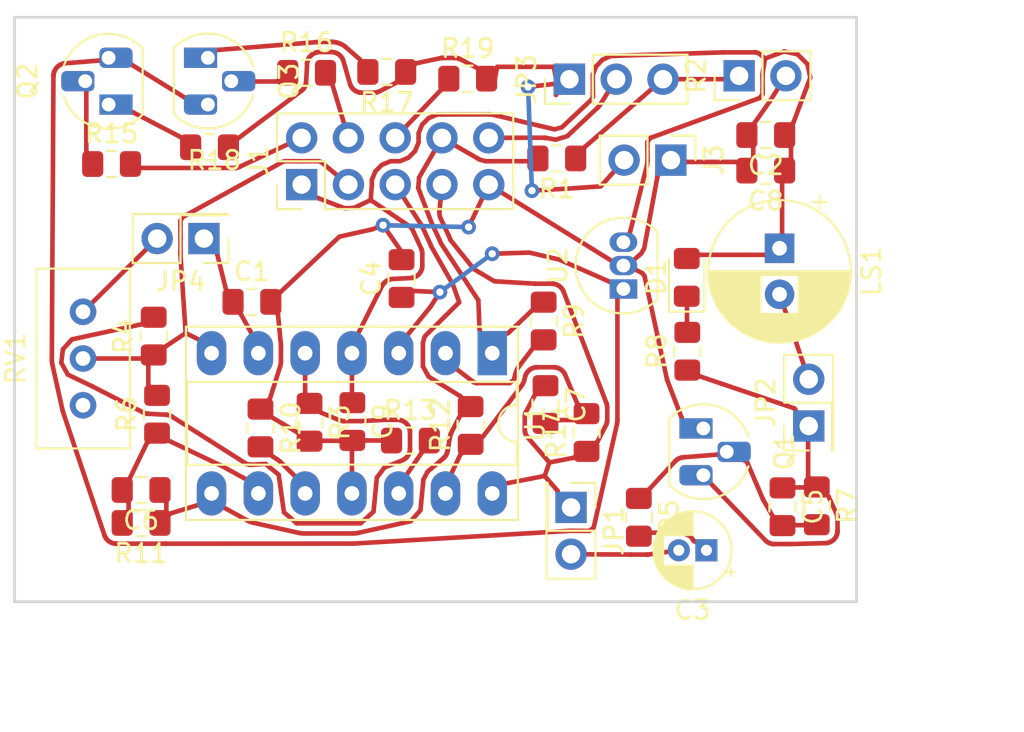
<source format=kicad_pcb>
(kicad_pcb (version 20171130) (host pcbnew 5.0.1)
  (layers (0 F.Cu signal) (31 B.Cu signal) (34 B.Paste user) (35 F.Paste user) (36 B.SilkS user) (37 F.SilkS user) (38 B.Mask user) (39 F.Mask user) (44 Edge.Cuts user))
  (net 0 "")
  (net 1 GNDD)
  (net 2 "Net-(C1-Pad1)")
  (net 3 +5V)
  (net 4 "Net-(C3-Pad1)")
  (net 5 "Net-(C3-Pad2)")
  (net 6 3V3)
  (net 7 "Net-(C5-Pad2)")
  (net 8 "Net-(C5-Pad1)")
  (net 9 TRIANGLE)
  (net 10 "Net-(C6-Pad2)")
  (net 11 SIN)
  (net 12 "Net-(C7-Pad2)")
  (net 13 "Net-(D1-Pad1)")
  (net 14 "Net-(JP2-Pad2)")
  (net 15 VREF3.3)
  (net 16 TMEAS)
  (net 17 "Net-(R3-Pad1)")
  (net 18 SQUARE)
  (net 19 "Net-(R9-Pad2)")
  (net 20 "Net-(R10-Pad2)")
  (net 21 "Net-(R13-Pad2)")
  (net 22 MEAS)
  (net 23 CMRST)
  (net 24 CSD2)
  (net 25 CSD1)
  (net 26 CMEAS)
  (net 27 "Net-(Q2-Pad2)")
  (net 28 "Net-(Q2-Pad1)")
  (net 29 "Net-(Q3-Pad1)")
  (net 30 "Net-(Q3-Pad2)")
  (net 31 "Net-(JP4-Pad2)")
  (module Capacitor_SMD:C_0805_2012Metric_Pad1.15x1.40mm_HandSolder (layer F.Cu) (at 31.9413 33.2407)
    (fp_text reference C1 (at 0 -1.65) (layer F.SilkS))
    (fp_text value 1u)
    (pad 2 smd roundrect (at 1.025 0) (size 1.15 1.4) (layers F.Cu F.Paste F.Mask) (roundrect_rratio 0.217391) (net 1 GNDD))
    (pad 1 smd roundrect (at -1.025 0) (size 1.15 1.4) (layers F.Cu F.Paste F.Mask) (roundrect_rratio 0.217391) (net 2 "Net-(C1-Pad1)"))
  )
  (module Capacitor_SMD:C_0805_2012Metric_Pad1.15x1.40mm_HandSolder (layer F.Cu) (at 59.8408 24.1767 180)
    (fp_text reference C2 (at 0 -1.65 180) (layer F.SilkS))
    (fp_text value 1u)
    (pad 2 smd roundrect (at 1.025 0 180) (size 1.15 1.4) (layers F.Cu F.Paste F.Mask) (roundrect_rratio 0.217391) (net 1 GNDD))
    (pad 1 smd roundrect (at -1.025 0 180) (size 1.15 1.4) (layers F.Cu F.Paste F.Mask) (roundrect_rratio 0.217391) (net 3 +5V))
  )
  (module Capacitor_THT:CP_Radial_D4.0mm_P1.50mm (layer F.Cu) (at 56.6189 46.7392 180)
    (fp_text reference C3 (at 0.75 -3.25 180) (layer F.SilkS))
    (fp_text value "5u 5V")
    (pad 1 thru_hole rect (at 0 0 180) (size 1.2 1.2) (drill 0.6) (layers *.Cu *.Mask) (net 4 "Net-(C3-Pad1)"))
    (pad 2 thru_hole circle (at 1.5 0 180) (size 1.2 1.2) (drill 0.6) (layers *.Cu *.Mask) (net 5 "Net-(C3-Pad2)"))
  )
  (module Capacitor_SMD:C_0805_2012Metric_Pad1.15x1.40mm_HandSolder (layer F.Cu) (at 40.0661 31.9723 90)
    (fp_text reference C4 (at 0 -1.65 90) (layer F.SilkS))
    (fp_text value 1u)
    (pad 1 smd roundrect (at -1.025 0 90) (size 1.15 1.4) (layers F.Cu F.Paste F.Mask) (roundrect_rratio 0.217391) (net 6 3V3))
    (pad 2 smd roundrect (at 1.025 0 90) (size 1.15 1.4) (layers F.Cu F.Paste F.Mask) (roundrect_rratio 0.217391) (net 1 GNDD))
  )
  (module Capacitor_SMD:C_0805_2012Metric_Pad1.15x1.40mm_HandSolder (layer F.Cu) (at 60.7482 44.374 270)
    (fp_text reference C5 (at 0 -1.65 270) (layer F.SilkS))
    (fp_text value 6u8)
    (pad 2 smd roundrect (at 1.025 0 270) (size 1.15 1.4) (layers F.Cu F.Paste F.Mask) (roundrect_rratio 0.217391) (net 7 "Net-(C5-Pad2)"))
    (pad 1 smd roundrect (at -1.025 0 270) (size 1.15 1.4) (layers F.Cu F.Paste F.Mask) (roundrect_rratio 0.217391) (net 8 "Net-(C5-Pad1)"))
  )
  (module Capacitor_SMD:C_0805_2012Metric_Pad1.15x1.40mm_HandSolder (layer F.Cu) (at 25.9235 43.4629 180)
    (fp_text reference C6 (at 0 -1.65 180) (layer F.SilkS))
    (fp_text value 33n)
    (pad 1 smd roundrect (at -1.025 0 180) (size 1.15 1.4) (layers F.Cu F.Paste F.Mask) (roundrect_rratio 0.217391) (net 9 TRIANGLE))
    (pad 2 smd roundrect (at 1.025 0 180) (size 1.15 1.4) (layers F.Cu F.Paste F.Mask) (roundrect_rratio 0.217391) (net 10 "Net-(C6-Pad2)"))
  )
  (module Capacitor_SMD:C_0805_2012Metric_Pad1.15x1.40mm_HandSolder (layer F.Cu) (at 47.88 38.82 270)
    (fp_text reference C7 (at 0 -1.65 270) (layer F.SilkS))
    (fp_text value 10n)
    (pad 1 smd roundrect (at -1.025 0 270) (size 1.15 1.4) (layers F.Cu F.Paste F.Mask) (roundrect_rratio 0.217391) (net 11 SIN))
    (pad 2 smd roundrect (at 1.025 0 270) (size 1.15 1.4) (layers F.Cu F.Paste F.Mask) (roundrect_rratio 0.217391) (net 12 "Net-(C7-Pad2)"))
  )
  (module Diode_SMD:D_0805_2012Metric_Pad1.15x1.40mm_HandSolder (layer F.Cu) (at 55.55 31.91 90)
    (fp_text reference D1 (at 0 -1.65 90) (layer F.SilkS))
    (fp_text value LED)
    (pad 1 smd roundrect (at -1.025 0 90) (size 1.15 1.4) (layers F.Cu F.Paste F.Mask) (roundrect_rratio 0.217391) (net 13 "Net-(D1-Pad1)"))
    (pad 2 smd roundrect (at 1.025 0 90) (size 1.15 1.4) (layers F.Cu F.Paste F.Mask) (roundrect_rratio 0.217391) (net 3 +5V))
  )
  (module Connector_PinHeader_2.54mm:PinHeader_2x05_P2.54mm_Vertical (layer F.Cu) (at 34.64 26.87 90)
    (fp_text reference J1 (at 1.27 -2.33 90) (layer F.SilkS))
    (fp_text value FACE)
    (pad 10 thru_hole oval (at 2.54 10.16 90) (size 1.7 1.7) (drill 1) (layers *.Cu *.Mask) (net 22 MEAS))
    (pad 9 thru_hole oval (at 0 10.16 90) (size 1.7 1.7) (drill 1) (layers *.Cu *.Mask) (net 1 GNDD))
    (pad 8 thru_hole oval (at 2.54 7.62 90) (size 1.7 1.7) (drill 1) (layers *.Cu *.Mask) (net 15 VREF3.3))
    (pad 7 thru_hole oval (at 0 7.62 90) (size 1.7 1.7) (drill 1) (layers *.Cu *.Mask) (net 11 SIN))
    (pad 6 thru_hole oval (at 2.54 5.08 90) (size 1.7 1.7) (drill 1) (layers *.Cu *.Mask) (net 23 CMRST))
    (pad 5 thru_hole oval (at 0 5.08 90) (size 1.7 1.7) (drill 1) (layers *.Cu *.Mask) (net 9 TRIANGLE))
    (pad 4 thru_hole oval (at 2.54 2.54 90) (size 1.7 1.7) (drill 1) (layers *.Cu *.Mask) (net 24 CSD2))
    (pad 3 thru_hole oval (at 0 2.54 90) (size 1.7 1.7) (drill 1) (layers *.Cu *.Mask) (net 18 SQUARE))
    (pad 2 thru_hole oval (at 2.54 0 90) (size 1.7 1.7) (drill 1) (layers *.Cu *.Mask) (net 25 CSD1))
    (pad 1 thru_hole rect (at 0 0 90) (size 1.7 1.7) (drill 1) (layers *.Cu *.Mask) (net 3 +5V))
  )
  (module Connector_PinHeader_2.54mm:PinHeader_2x01_P2.54mm_Vertical (layer F.Cu) (at 49.2673 44.4109 270)
    (fp_text reference JP1 (at 1.27 -2.33 270) (layer F.SilkS))
    (fp_text value VIS)
    (pad 2 thru_hole oval (at 2.54 0 270) (size 1.7 1.7) (drill 1) (layers *.Cu *.Mask) (net 5 "Net-(C3-Pad2)"))
    (pad 1 thru_hole rect (at 0 0 270) (size 1.7 1.7) (drill 1) (layers *.Cu *.Mask) (net 11 SIN))
  )
  (module Connector_PinHeader_2.54mm:PinHeader_2x01_P2.54mm_Vertical (layer F.Cu) (at 62.1746 39.986 90)
    (fp_text reference JP2 (at 1.27 -2.33 90) (layer F.SilkS))
    (fp_text value SPK)
    (pad 1 thru_hole rect (at 0 0 90) (size 1.7 1.7) (drill 1) (layers *.Cu *.Mask) (net 8 "Net-(C5-Pad1)"))
    (pad 2 thru_hole oval (at 2.54 0 90) (size 1.7 1.7) (drill 1) (layers *.Cu *.Mask) (net 14 "Net-(JP2-Pad2)"))
  )
  (module Capacitor_THT:CP_Radial_D7.5mm_P2.50mm (layer F.Cu) (at 60.59 30.33 270)
    (fp_text reference LS1 (at 1.25 -5 270) (layer F.SilkS))
    (fp_text value Piezo)
    (pad 1 thru_hole rect (at 0 0 270) (size 1.6 1.6) (drill 0.8) (layers *.Cu *.Mask) (net 3 +5V))
    (pad 2 thru_hole circle (at 2.5 0 270) (size 1.6 1.6) (drill 0.8) (layers *.Cu *.Mask) (net 14 "Net-(JP2-Pad2)"))
  )
  (module Resistor_SMD:R_0805_2012Metric_Pad1.15x1.40mm_HandSolder (layer F.Cu) (at 48.4933 25.4487 180)
    (fp_text reference R1 (at 0 -1.65 180) (layer F.SilkS))
    (fp_text value 2K2)
    (pad 2 smd roundrect (at 1.025 0 180) (size 1.15 1.4) (layers F.Cu F.Paste F.Mask) (roundrect_rratio 0.217391) (net 15 VREF3.3))
    (pad 1 smd roundrect (at -1.025 0 180) (size 1.15 1.4) (layers F.Cu F.Paste F.Mask) (roundrect_rratio 0.217391) (net 16 TMEAS))
  )
  (module Connector_PinHeader_2.54mm:PinHeader_1x02_P2.54mm_Vertical (layer F.Cu) (at 58.3936 20.9594 90)
    (fp_text reference R2 (at 0 -2.33 90) (layer F.SilkS))
    (fp_text value SIL)
    (pad 1 thru_hole rect (at 0 0 90) (size 1.7 1.7) (drill 1) (layers *.Cu *.Mask) (net 16 TMEAS))
    (pad 2 thru_hole oval (at 0 2.54 90) (size 1.7 1.7) (drill 1) (layers *.Cu *.Mask) (net 1 GNDD))
  )
  (module Resistor_SMD:R_0805_2012Metric_Pad1.15x1.40mm_HandSolder (layer F.Cu) (at 35.069 39.7838 270)
    (fp_text reference R3 (at 0 -1.65 270) (layer F.SilkS))
    (fp_text value 22K)
    (pad 1 smd roundrect (at -1.025 0 270) (size 1.15 1.4) (layers F.Cu F.Paste F.Mask) (roundrect_rratio 0.217391) (net 17 "Net-(R3-Pad1)"))
    (pad 2 smd roundrect (at 1.025 0 270) (size 1.15 1.4) (layers F.Cu F.Paste F.Mask) (roundrect_rratio 0.217391) (net 1 GNDD))
  )
  (module Resistor_SMD:R_0805_2012Metric_Pad1.15x1.40mm_HandSolder (layer F.Cu) (at 26.609 35.1007 90)
    (fp_text reference R4 (at 0 -1.65 90) (layer F.SilkS))
    (fp_text value 100K)
    (pad 1 smd roundrect (at -1.025 0 90) (size 1.15 1.4) (layers F.Cu F.Paste F.Mask) (roundrect_rratio 0.217391) (net 18 SQUARE))
    (pad 2 smd roundrect (at 1.025 0 90) (size 1.15 1.4) (layers F.Cu F.Paste F.Mask) (roundrect_rratio 0.217391) (net 17 "Net-(R3-Pad1)"))
  )
  (module Resistor_SMD:R_0805_2012Metric_Pad1.15x1.40mm_HandSolder (layer F.Cu) (at 52.9482 44.947 270)
    (fp_text reference R5 (at 0 -1.65 270) (layer F.SilkS))
    (fp_text value 1K)
    (pad 2 smd roundrect (at 1.025 0 270) (size 1.15 1.4) (layers F.Cu F.Paste F.Mask) (roundrect_rratio 0.217391) (net 4 "Net-(C3-Pad1)"))
    (pad 1 smd roundrect (at -1.025 0 270) (size 1.15 1.4) (layers F.Cu F.Paste F.Mask) (roundrect_rratio 0.217391) (net 7 "Net-(C5-Pad2)"))
  )
  (module Resistor_SMD:R_0805_2012Metric_Pad1.15x1.40mm_HandSolder (layer F.Cu) (at 26.7878 39.3468 90)
    (fp_text reference R6 (at 0 -1.65 90) (layer F.SilkS))
    (fp_text value 10K)
    (pad 2 smd roundrect (at 1.025 0 90) (size 1.15 1.4) (layers F.Cu F.Paste F.Mask) (roundrect_rratio 0.217391) (net 18 SQUARE))
    (pad 1 smd roundrect (at -1.025 0 90) (size 1.15 1.4) (layers F.Cu F.Paste F.Mask) (roundrect_rratio 0.217391) (net 10 "Net-(C6-Pad2)"))
  )
  (module Resistor_SMD:R_0805_2012Metric_Pad1.15x1.40mm_HandSolder (layer F.Cu) (at 62.6125 44.3236 270)
    (fp_text reference R7 (at 0 -1.65 270) (layer F.SilkS))
    (fp_text value 30K)
    (pad 1 smd roundrect (at -1.025 0 270) (size 1.15 1.4) (layers F.Cu F.Paste F.Mask) (roundrect_rratio 0.217391) (net 8 "Net-(C5-Pad1)"))
    (pad 2 smd roundrect (at 1.025 0 270) (size 1.15 1.4) (layers F.Cu F.Paste F.Mask) (roundrect_rratio 0.217391) (net 7 "Net-(C5-Pad2)"))
  )
  (module Resistor_SMD:R_0805_2012Metric_Pad1.15x1.40mm_HandSolder (layer F.Cu) (at 55.58 35.9229 90)
    (fp_text reference R8 (at 0 -1.65 90) (layer F.SilkS))
    (fp_text value 1K)
    (pad 1 smd roundrect (at -1.025 0 90) (size 1.15 1.4) (layers F.Cu F.Paste F.Mask) (roundrect_rratio 0.217391) (net 8 "Net-(C5-Pad1)"))
    (pad 2 smd roundrect (at 1.025 0 90) (size 1.15 1.4) (layers F.Cu F.Paste F.Mask) (roundrect_rratio 0.217391) (net 13 "Net-(D1-Pad1)"))
  )
  (module Resistor_SMD:R_0805_2012Metric_Pad1.15x1.40mm_HandSolder (layer F.Cu) (at 47.7826 34.2809 270)
    (fp_text reference R9 (at 0 -1.65 270) (layer F.SilkS))
    (fp_text value 4K7)
    (pad 1 smd roundrect (at -1.025 0 270) (size 1.15 1.4) (layers F.Cu F.Paste F.Mask) (roundrect_rratio 0.217391) (net 15 VREF3.3))
    (pad 2 smd roundrect (at 1.025 0 270) (size 1.15 1.4) (layers F.Cu F.Paste F.Mask) (roundrect_rratio 0.217391) (net 19 "Net-(R9-Pad2)"))
  )
  (module Resistor_SMD:R_0805_2012Metric_Pad1.15x1.40mm_HandSolder (layer F.Cu) (at 32.4037 40.0922 270)
    (fp_text reference R10 (at 0 -1.65 270) (layer F.SilkS))
    (fp_text value 10K)
    (pad 2 smd roundrect (at 1.025 0 270) (size 1.15 1.4) (layers F.Cu F.Paste F.Mask) (roundrect_rratio 0.217391) (net 20 "Net-(R10-Pad2)"))
    (pad 1 smd roundrect (at -1.025 0 270) (size 1.15 1.4) (layers F.Cu F.Paste F.Mask) (roundrect_rratio 0.217391) (net 1 GNDD))
  )
  (module Resistor_SMD:R_0805_2012Metric_Pad1.15x1.40mm_HandSolder (layer F.Cu) (at 25.9235 45.2532 180)
    (fp_text reference R11 (at 0 -1.65 180) (layer F.SilkS))
    (fp_text value 100K)
    (pad 1 smd roundrect (at -1.025 0 180) (size 1.15 1.4) (layers F.Cu F.Paste F.Mask) (roundrect_rratio 0.217391) (net 9 TRIANGLE))
    (pad 2 smd roundrect (at 1.025 0 180) (size 1.15 1.4) (layers F.Cu F.Paste F.Mask) (roundrect_rratio 0.217391) (net 10 "Net-(C6-Pad2)"))
  )
  (module Resistor_SMD:R_0805_2012Metric_Pad1.15x1.40mm_HandSolder (layer F.Cu) (at 43.8157 39.9575 90)
    (fp_text reference R12 (at 0 -1.65 90) (layer F.SilkS))
    (fp_text value 100K)
    (pad 2 smd roundrect (at 1.025 0 90) (size 1.15 1.4) (layers F.Cu F.Paste F.Mask) (roundrect_rratio 0.217391) (net 9 TRIANGLE))
    (pad 1 smd roundrect (at -1.025 0 90) (size 1.15 1.4) (layers F.Cu F.Paste F.Mask) (roundrect_rratio 0.217391) (net 12 "Net-(C7-Pad2)"))
  )
  (module Resistor_SMD:R_0805_2012Metric_Pad1.15x1.40mm_HandSolder (layer F.Cu) (at 40.5483 40.7774)
    (fp_text reference R13 (at 0 -1.65) (layer F.SilkS))
    (fp_text value 100K)
    (pad 1 smd roundrect (at -1.025 0) (size 1.15 1.4) (layers F.Cu F.Paste F.Mask) (roundrect_rratio 0.217391) (net 1 GNDD))
    (pad 2 smd roundrect (at 1.025 0) (size 1.15 1.4) (layers F.Cu F.Paste F.Mask) (roundrect_rratio 0.217391) (net 21 "Net-(R13-Pad2)"))
  )
  (module Resistor_SMD:R_0805_2012Metric_Pad1.15x1.40mm_HandSolder (layer F.Cu) (at 50.11 40.34 90)
    (fp_text reference R14 (at 0 -1.65 90) (layer F.SilkS))
    (fp_text value 220K)
    (pad 2 smd roundrect (at 1.025 0 90) (size 1.15 1.4) (layers F.Cu F.Paste F.Mask) (roundrect_rratio 0.217391) (net 12 "Net-(C7-Pad2)"))
    (pad 1 smd roundrect (at -1.025 0 90) (size 1.15 1.4) (layers F.Cu F.Paste F.Mask) (roundrect_rratio 0.217391) (net 11 SIN))
  )
  (module Package_DIP:DIP-14_W7.62mm_Socket_LongPads (layer F.Cu) (at 44.99 36.03 270)
    (fp_text reference U1 (at 3.81 -2.33 270) (layer F.SilkS))
    (fp_text value LM324)
    (pad 1 thru_hole rect (at 0 0 270) (size 2.4 1.6) (drill 0.8) (layers *.Cu *.Mask) (net 15 VREF3.3))
    (pad 8 thru_hole oval (at 7.62 15.24 270) (size 2.4 1.6) (drill 0.8) (layers *.Cu *.Mask) (net 9 TRIANGLE))
    (pad 2 thru_hole oval (at 0 2.54 270) (size 2.4 1.6) (drill 0.8) (layers *.Cu *.Mask) (net 19 "Net-(R9-Pad2)"))
    (pad 9 thru_hole oval (at 7.62 12.7 270) (size 2.4 1.6) (drill 0.8) (layers *.Cu *.Mask) (net 10 "Net-(C6-Pad2)"))
    (pad 3 thru_hole oval (at 0 5.08 270) (size 2.4 1.6) (drill 0.8) (layers *.Cu *.Mask) (net 6 3V3))
    (pad 10 thru_hole oval (at 7.62 10.16 270) (size 2.4 1.6) (drill 0.8) (layers *.Cu *.Mask) (net 20 "Net-(R10-Pad2)"))
    (pad 4 thru_hole oval (at 0 7.62 270) (size 2.4 1.6) (drill 0.8) (layers *.Cu *.Mask) (net 3 +5V))
    (pad 11 thru_hole oval (at 7.62 7.62 270) (size 2.4 1.6) (drill 0.8) (layers *.Cu *.Mask) (net 1 GNDD))
    (pad 5 thru_hole oval (at 0 10.16 270) (size 2.4 1.6) (drill 0.8) (layers *.Cu *.Mask) (net 17 "Net-(R3-Pad1)"))
    (pad 12 thru_hole oval (at 7.62 5.08 270) (size 2.4 1.6) (drill 0.8) (layers *.Cu *.Mask) (net 21 "Net-(R13-Pad2)"))
    (pad 6 thru_hole oval (at 0 12.7 270) (size 2.4 1.6) (drill 0.8) (layers *.Cu *.Mask) (net 2 "Net-(C1-Pad1)"))
    (pad 13 thru_hole oval (at 7.62 2.54 270) (size 2.4 1.6) (drill 0.8) (layers *.Cu *.Mask) (net 12 "Net-(C7-Pad2)"))
    (pad 7 thru_hole oval (at 0 15.24 270) (size 2.4 1.6) (drill 0.8) (layers *.Cu *.Mask) (net 18 SQUARE))
    (pad 14 thru_hole oval (at 7.62 0 270) (size 2.4 1.6) (drill 0.8) (layers *.Cu *.Mask) (net 11 SIN))
  )
  (module Package_TO_SOT_THT:TO-92_Inline (layer F.Cu) (at 52.11 32.54 90)
    (fp_text reference U2 (at 1.27 -3.56 90) (layer F.SilkS))
    (fp_text value L78L33_TO92)
    (pad 2 thru_hole oval (at 1.27 0 90) (size 1.05 1.5) (drill 0.75) (layers *.Cu *.Mask) (net 1 GNDD))
    (pad 3 thru_hole oval (at 2.54 0 90) (size 1.05 1.5) (drill 0.75) (layers *.Cu *.Mask) (net 3 +5V))
    (pad 1 thru_hole rect (at 0 0 90) (size 1.05 1.5) (drill 0.75) (layers *.Cu *.Mask) (net 6 3V3))
  )
  (module Package_TO_SOT_THT:TO-92_HandSolder (layer F.Cu) (at 56.4526 40.1189 270)
    (fp_text reference Q1 (at 1.27 -4.4 270) (layer F.SilkS))
    (fp_text value Q_NPN_EBC)
    (pad 2 thru_hole roundrect (at 1.27 -1.27 270) (size 1.1 1.8) (drill 0.75 (offset 0 -0.4)) (layers *.Cu *.Mask) (net 7 "Net-(C5-Pad2)"))
    (pad 3 thru_hole roundrect (at 2.54 0 270) (size 1.1 1.8) (drill 0.75 (offset 0 0.4)) (layers *.Cu *.Mask) (net 8 "Net-(C5-Pad1)"))
    (pad 1 thru_hole rect (at 0 0 270) (size 1.1 1.8) (drill 0.75 (offset 0 0.4)) (layers *.Cu *.Mask) (net 1 GNDD))
  )
  (module Potentiometer_THT:Potentiometer_Bourns_3296W_Vertical (layer F.Cu) (at 22.77 33.78 90)
    (fp_text reference RV1 (at -2.54 -3.66 90) (layer F.SilkS))
    (fp_text value 100K)
    (pad 1 thru_hole circle (at 0 0 90) (size 1.44 1.44) (drill 0.8) (layers *.Cu *.Mask) (net 31 "Net-(JP4-Pad2)"))
    (pad 2 thru_hole circle (at -2.54 0 90) (size 1.44 1.44) (drill 0.8) (layers *.Cu *.Mask) (net 18 SQUARE))
    (pad 3 thru_hole circle (at -5.08 0 90) (size 1.44 1.44) (drill 0.8) (layers *.Cu *.Mask))
  )
  (module Capacitor_SMD:C_0805_2012Metric_Pad1.15x1.40mm_HandSolder (layer F.Cu) (at 59.84 26.11 180)
    (fp_text reference C8 (at 0 -1.65 180) (layer F.SilkS))
    (fp_text value 100n)
    (pad 2 smd roundrect (at 1.025 0 180) (size 1.15 1.4) (layers F.Cu F.Paste F.Mask) (roundrect_rratio 0.217391) (net 1 GNDD))
    (pad 1 smd roundrect (at -1.025 0 180) (size 1.15 1.4) (layers F.Cu F.Paste F.Mask) (roundrect_rratio 0.217391) (net 3 +5V))
  )
  (module Capacitor_SMD:C_0805_2012Metric_Pad1.15x1.40mm_HandSolder (layer F.Cu) (at 37.3928 39.7439 270)
    (fp_text reference C9 (at 0 -1.65 270) (layer F.SilkS))
    (fp_text value 100n)
    (pad 1 smd roundrect (at -1.025 0 270) (size 1.15 1.4) (layers F.Cu F.Paste F.Mask) (roundrect_rratio 0.217391) (net 3 +5V))
    (pad 2 smd roundrect (at 1.025 0 270) (size 1.15 1.4) (layers F.Cu F.Paste F.Mask) (roundrect_rratio 0.217391) (net 1 GNDD))
  )
  (module Connector_PinHeader_2.54mm:PinHeader_1x02_P2.54mm_Vertical (layer F.Cu) (at 54.69 25.54 270)
    (fp_text reference J3 (at 0 -2.33 270) (layer F.SilkS))
    (fp_text value C?)
    (pad 1 thru_hole rect (at 0 0 270) (size 1.7 1.7) (drill 1) (layers *.Cu *.Mask) (net 1 GNDD))
    (pad 2 thru_hole oval (at 0 2.54 270) (size 1.7 1.7) (drill 1) (layers *.Cu *.Mask) (net 26 CMEAS))
  )
  (module Package_TO_SOT_THT:TO-92_HandSolder (layer F.Cu) (at 24.16 22.52 90)
    (fp_text reference Q2 (at 1.27 -4.4 90) (layer F.SilkS))
    (fp_text value Q_NPN_EBC)
    (pad 2 thru_hole roundrect (at 1.27 -1.27 90) (size 1.1 1.8) (drill 0.75 (offset 0 -0.4)) (layers *.Cu *.Mask) (net 27 "Net-(Q2-Pad2)"))
    (pad 3 thru_hole roundrect (at 2.54 0 90) (size 1.1 1.8) (drill 0.75 (offset 0 0.4)) (layers *.Cu *.Mask) (net 6 3V3))
    (pad 1 thru_hole rect (at 0 0 90) (size 1.1 1.8) (drill 0.75 (offset 0 0.4)) (layers *.Cu *.Mask) (net 28 "Net-(Q2-Pad1)"))
  )
  (module Package_TO_SOT_THT:TO-92_HandSolder (layer F.Cu) (at 29.55 19.98 270)
    (fp_text reference Q3 (at 1.27 -4.4 270) (layer F.SilkS))
    (fp_text value Q_NPN_EBC)
    (pad 1 thru_hole rect (at 0 0 270) (size 1.1 1.8) (drill 0.75 (offset 0 0.4)) (layers *.Cu *.Mask) (net 29 "Net-(Q3-Pad1)"))
    (pad 3 thru_hole roundrect (at 2.54 0 270) (size 1.1 1.8) (drill 0.75 (offset 0 0.4)) (layers *.Cu *.Mask) (net 6 3V3))
    (pad 2 thru_hole roundrect (at 1.27 -1.27 270) (size 1.1 1.8) (drill 0.75 (offset 0 -0.4)) (layers *.Cu *.Mask) (net 30 "Net-(Q3-Pad2)"))
  )
  (module Resistor_SMD:R_0805_2012Metric_Pad1.15x1.40mm_HandSolder (layer F.Cu) (at 24.32 25.75)
    (fp_text reference R15 (at 0 -1.65) (layer F.SilkS))
    (fp_text value 10K)
    (pad 1 smd roundrect (at -1.025 0) (size 1.15 1.4) (layers F.Cu F.Paste F.Mask) (roundrect_rratio 0.217391) (net 27 "Net-(Q2-Pad2)"))
    (pad 2 smd roundrect (at 1.025 0) (size 1.15 1.4) (layers F.Cu F.Paste F.Mask) (roundrect_rratio 0.217391) (net 25 CSD1))
  )
  (module Resistor_SMD:R_0805_2012Metric_Pad1.15x1.40mm_HandSolder (layer F.Cu) (at 34.91 20.7945)
    (fp_text reference R16 (at 0 -1.65) (layer F.SilkS))
    (fp_text value 10K)
    (pad 1 smd roundrect (at -1.025 0) (size 1.15 1.4) (layers F.Cu F.Paste F.Mask) (roundrect_rratio 0.217391) (net 30 "Net-(Q3-Pad2)"))
    (pad 2 smd roundrect (at 1.025 0) (size 1.15 1.4) (layers F.Cu F.Paste F.Mask) (roundrect_rratio 0.217391) (net 24 CSD2))
  )
  (module Resistor_SMD:R_0805_2012Metric_Pad1.15x1.40mm_HandSolder (layer F.Cu) (at 39.2613 20.7489 180)
    (fp_text reference R17 (at 0 -1.65 180) (layer F.SilkS))
    (fp_text value 1K)
    (pad 1 smd roundrect (at -1.025 0 180) (size 1.15 1.4) (layers F.Cu F.Paste F.Mask) (roundrect_rratio 0.217391) (net 26 CMEAS))
    (pad 2 smd roundrect (at 1.025 0 180) (size 1.15 1.4) (layers F.Cu F.Paste F.Mask) (roundrect_rratio 0.217391) (net 29 "Net-(Q3-Pad1)"))
  )
  (module Resistor_SMD:R_0805_2012Metric_Pad1.15x1.40mm_HandSolder (layer F.Cu) (at 29.6384 24.8395 180)
    (fp_text reference R18 (at -0.261252 -0.71 180) (layer F.SilkS))
    (fp_text value 10K)
    (pad 2 smd roundrect (at 1.025 0 180) (size 1.15 1.4) (layers F.Cu F.Paste F.Mask) (roundrect_rratio 0.217391) (net 28 "Net-(Q2-Pad1)"))
    (pad 1 smd roundrect (at -1.025 0 180) (size 1.15 1.4) (layers F.Cu F.Paste F.Mask) (roundrect_rratio 0.217391) (net 26 CMEAS))
  )
  (module Resistor_SMD:R_0805_2012Metric_Pad1.15x1.40mm_HandSolder (layer F.Cu) (at 43.6573 21.1143)
    (fp_text reference R19 (at 0 -1.65) (layer F.SilkS))
    (fp_text value 220R)
    (pad 2 smd roundrect (at 1.025 0) (size 1.15 1.4) (layers F.Cu F.Paste F.Mask) (roundrect_rratio 0.217391) (net 26 CMEAS))
    (pad 1 smd roundrect (at -1.025 0) (size 1.15 1.4) (layers F.Cu F.Paste F.Mask) (roundrect_rratio 0.217391) (net 23 CMRST))
  )
  (module Connector_PinHeader_2.54mm:PinHeader_2x01_P2.54mm_Vertical (layer F.Cu) (at 29.3353 29.8008 180)
    (fp_text reference JP4 (at 1.27 -2.33 180) (layer F.SilkS))
    (fp_text value GEN)
    (pad 1 thru_hole rect (at 0 0 180) (size 1.7 1.7) (drill 1) (layers *.Cu *.Mask) (net 2 "Net-(C1-Pad1)"))
    (pad 2 thru_hole oval (at 2.54 0 180) (size 1.7 1.7) (drill 1) (layers *.Cu *.Mask) (net 31 "Net-(JP4-Pad2)"))
  )
  (module Connector_PinHeader_2.54mm:PinHeader_1x03_P2.54mm_Vertical (layer F.Cu) (at 49.1807 21.1421 90)
    (fp_text reference JP3 (at 0 -2.33 90) (layer F.SilkS))
    (fp_text value MWHAT)
    (pad 1 thru_hole rect (at 0 0 90) (size 1.7 1.7) (drill 1) (layers *.Cu *.Mask) (net 26 CMEAS))
    (pad 2 thru_hole oval (at 0 2.54 90) (size 1.7 1.7) (drill 1) (layers *.Cu *.Mask) (net 22 MEAS))
    (pad 3 thru_hole oval (at 0 5.08 90) (size 1.7 1.7) (drill 1) (layers *.Cu *.Mask) (net 16 TMEAS))
  )
  (gr_line (start 19.05 17.78) (end 19.05 49.53) (layer Edge.Cuts) (width 0.15))
  (gr_line (start 64.77 17.78) (end 19.05 17.78) (layer Edge.Cuts) (width 0.15))
  (gr_line (start 64.77 49.53) (end 64.77 17.78) (layer Edge.Cuts) (width 0.15))
  (gr_line (start 19.05 49.53) (end 64.77 49.53) (layer Edge.Cuts) (width 0.15))
  (segment (start 52.11 31.27) (end 51.885 31.27) (width 0.25) (layer F.Cu) (net 1))
  (segment (start 51.885 31.27) (end 44.8 26.87) (width 0.25) (layer F.Cu) (net 1))
  (segment (start 39.5233 40.7774) (end 39.0723 40.7731) (width 0.25) (layer F.Cu) (net 1))
  (segment (start 39.0723 40.7731) (end 38.9473 40.7731) (width 0.25) (layer F.Cu) (net 1))
  (segment (start 38.9473 40.7731) (end 38.0938 40.7731) (width 0.25) (layer F.Cu) (net 1))
  (segment (start 38.0938 40.7731) (end 37.9688 40.7731) (width 0.25) (layer F.Cu) (net 1))
  (segment (start 37.9688 40.7731) (end 37.3928 40.7689) (width 0.25) (layer F.Cu) (net 1))
  (segment (start 37.3928 40.7689) (end 36.8168 40.7888) (width 0.25) (layer F.Cu) (net 1))
  (segment (start 36.8168 40.7888) (end 36.6918 40.7888) (width 0.25) (layer F.Cu) (net 1))
  (segment (start 36.6918 40.7888) (end 35.77 40.7888) (width 0.25) (layer F.Cu) (net 1))
  (segment (start 35.77 40.7888) (end 35.645 40.7888) (width 0.25) (layer F.Cu) (net 1))
  (segment (start 35.645 40.7888) (end 35.069 40.8088) (width 0.25) (layer F.Cu) (net 1))
  (segment (start 54.69 25.54) (end 53.965 26.265) (width 0.25) (layer F.Cu) (net 1))
  (segment (start 53.965 26.265) (end 53.965 26.39) (width 0.25) (layer F.Cu) (net 1))
  (segment (start 53.9629 26.4127) (end 53.9639 26.4071) (width 0.25) (layer F.Cu) (net 1))
  (segment (start 53.9639 26.4071) (end 53.965 26.3957) (width 0.25) (layer F.Cu) (net 1))
  (segment (start 53.965 26.3957) (end 53.965 26.39) (width 0.25) (layer F.Cu) (net 1))
  (segment (start 53.9629 26.4127) (end 53.2693 30.1724) (width 0.25) (layer F.Cu) (net 1))
  (segment (start 52.9655 30.7108) (end 53.0844 30.6054) (width 0.25) (layer F.Cu) (net 1))
  (segment (start 53.0844 30.6054) (end 53.2405 30.3287) (width 0.25) (layer F.Cu) (net 1))
  (segment (start 53.2405 30.3287) (end 53.2693 30.1724) (width 0.25) (layer F.Cu) (net 1))
  (segment (start 52.9655 30.7108) (end 52.335 31.27) (width 0.25) (layer F.Cu) (net 1))
  (segment (start 52.335 31.27) (end 52.11 31.27) (width 0.25) (layer F.Cu) (net 1))
  (segment (start 35.069 40.8088) (end 34.4142 40.3404) (width 0.25) (layer F.Cu) (net 1))
  (segment (start 34.4142 40.3404) (end 34.4132 40.3398) (width 0.25) (layer F.Cu) (net 1))
  (segment (start 34.4132 40.3398) (end 34.4128 40.3396) (width 0.25) (layer F.Cu) (net 1))
  (segment (start 34.4128 40.3396) (end 33.0584 39.5356) (width 0.25) (layer F.Cu) (net 1))
  (segment (start 33.0584 39.5356) (end 32.4037 39.0672) (width 0.25) (layer F.Cu) (net 1))
  (segment (start 58.815 26.11) (end 58.2409 25.6382) (width 0.25) (layer F.Cu) (net 1))
  (segment (start 58.2409 25.6382) (end 55.54 25.6382) (width 0.25) (layer F.Cu) (net 1))
  (segment (start 55.54 25.6382) (end 55.415 25.6382) (width 0.25) (layer F.Cu) (net 1))
  (segment (start 55.415 25.6382) (end 54.69 25.54) (width 0.25) (layer F.Cu) (net 1))
  (segment (start 32.4037 39.0672) (end 32.9184 38.5007) (width 0.25) (layer F.Cu) (net 1))
  (segment (start 32.9184 38.5007) (end 33.4578 36.8004) (width 0.25) (layer F.Cu) (net 1))
  (segment (start 33.4578 36.8004) (end 33.4863 36.7106) (width 0.25) (layer F.Cu) (net 1))
  (segment (start 33.4863 36.7106) (end 33.5151 36.5243) (width 0.25) (layer F.Cu) (net 1))
  (segment (start 33.5151 36.5243) (end 33.5151 36.43) (width 0.25) (layer F.Cu) (net 1))
  (segment (start 33.5151 36.43) (end 33.5151 35.63) (width 0.25) (layer F.Cu) (net 1))
  (segment (start 33.5151 35.63) (end 33.5151 35.6004) (width 0.25) (layer F.Cu) (net 1))
  (segment (start 33.5151 35.6004) (end 33.5122 35.5413) (width 0.25) (layer F.Cu) (net 1))
  (segment (start 33.5122 35.5413) (end 33.5094 35.5118) (width 0.25) (layer F.Cu) (net 1))
  (segment (start 33.5094 35.5118) (end 33.3566 33.9357) (width 0.25) (layer F.Cu) (net 1))
  (segment (start 33.3566 33.9357) (end 33.3563 33.9336) (width 0.25) (layer F.Cu) (net 1))
  (segment (start 33.3563 33.9336) (end 33.356 33.9321) (width 0.25) (layer F.Cu) (net 1))
  (segment (start 33.356 33.9321) (end 32.9663 33.2407) (width 0.25) (layer F.Cu) (net 1))
  (segment (start 39.0639 29.0757) (end 39.9638 30.3713) (width 0.25) (layer F.Cu) (net 1))
  (segment (start 39.9638 30.3713) (end 39.9638 30.4963) (width 0.25) (layer F.Cu) (net 1))
  (segment (start 39.9638 30.4963) (end 40.0661 30.9473) (width 0.25) (layer F.Cu) (net 1))
  (segment (start 39.0639 29.0757) (end 38.48 29.2966) (width 0.25) (layer F.Cu) (net 1))
  (segment (start 38.48 29.2966) (end 36.6902 29.6983) (width 0.25) (layer F.Cu) (net 1))
  (segment (start 36.6902 29.6983) (end 33.5178 32.685) (width 0.25) (layer F.Cu) (net 1))
  (segment (start 33.5178 32.685) (end 32.9663 33.2407) (width 0.25) (layer F.Cu) (net 1))
  (segment (start 37.37 43.65) (end 37.37 43.25) (width 0.25) (layer F.Cu) (net 1))
  (segment (start 37.37 43.25) (end 37.37 41.3449) (width 0.25) (layer F.Cu) (net 1))
  (segment (start 37.37 41.3449) (end 37.37 41.2199) (width 0.25) (layer F.Cu) (net 1))
  (segment (start 37.37 41.2199) (end 37.3928 40.7689) (width 0.25) (layer F.Cu) (net 1))
  (segment (start 56.4526 40.1189) (end 55.2776 39.6939) (width 0.25) (layer F.Cu) (net 1))
  (segment (start 55.2776 39.6939) (end 55.2776 39.5689) (width 0.25) (layer F.Cu) (net 1))
  (segment (start 55.2776 39.5689) (end 55.2776 39.5574) (width 0.25) (layer F.Cu) (net 1))
  (segment (start 55.2776 39.5574) (end 55.2734 39.5348) (width 0.25) (layer F.Cu) (net 1))
  (segment (start 55.2734 39.5348) (end 55.2693 39.5241) (width 0.25) (layer F.Cu) (net 1))
  (segment (start 55.2693 39.5241) (end 54.4973 37.5109) (width 0.25) (layer F.Cu) (net 1))
  (segment (start 54.4838 37.4696) (end 54.4866 37.4801) (width 0.25) (layer F.Cu) (net 1))
  (segment (start 54.4866 37.4801) (end 54.4934 37.5008) (width 0.25) (layer F.Cu) (net 1))
  (segment (start 54.4934 37.5008) (end 54.4973 37.5109) (width 0.25) (layer F.Cu) (net 1))
  (segment (start 54.4838 37.4696) (end 54.4781 37.4485) (width 0.25) (layer F.Cu) (net 1))
  (segment (start 54.4781 37.4485) (end 54.4776 37.4466) (width 0.25) (layer F.Cu) (net 1))
  (segment (start 54.4776 37.4466) (end 54.472 37.4255) (width 0.25) (layer F.Cu) (net 1))
  (segment (start 54.4675 37.4068) (end 54.472 37.4255) (width 0.25) (layer F.Cu) (net 1))
  (segment (start 54.4675 37.4068) (end 53.2754 31.9247) (width 0.25) (layer F.Cu) (net 1))
  (segment (start 53.2754 31.9247) (end 53.2551 31.8313) (width 0.25) (layer F.Cu) (net 1))
  (segment (start 53.2551 31.8313) (end 53.1384 31.6798) (width 0.25) (layer F.Cu) (net 1))
  (segment (start 53.1384 31.6798) (end 53.0532 31.6363) (width 0.25) (layer F.Cu) (net 1))
  (segment (start 53.0532 31.6363) (end 52.335 31.27) (width 0.25) (layer F.Cu) (net 1))
  (segment (start 52.335 31.27) (end 52.11 31.27) (width 0.25) (layer F.Cu) (net 1))
  (segment (start 43.7057 29.1779) (end 44.8 26.87) (width 0.25) (layer F.Cu) (net 1))
  (segment (start 60.9336 20.9594) (end 60.0682 22.33) (width 0.25) (layer F.Cu) (net 1))
  (segment (start 60.041 22.3707) (end 60.0682 22.33) (width 0.25) (layer F.Cu) (net 1))
  (segment (start 60.041 22.3707) (end 59.2484 23.4968) (width 0.25) (layer F.Cu) (net 1))
  (segment (start 59.2484 23.4968) (end 59.2472 23.4986) (width 0.25) (layer F.Cu) (net 1))
  (segment (start 59.2472 23.4986) (end 59.2464 23.5001) (width 0.25) (layer F.Cu) (net 1))
  (segment (start 59.2464 23.5001) (end 58.8158 24.1767) (width 0.25) (layer F.Cu) (net 1))
  (segment (start 58.815 26.11) (end 59.1618 25.4109) (width 0.25) (layer F.Cu) (net 1))
  (segment (start 59.1618 25.4109) (end 59.1626 24.8757) (width 0.25) (layer F.Cu) (net 1))
  (segment (start 59.1626 24.8757) (end 58.8158 24.1767) (width 0.25) (layer F.Cu) (net 1))
  (segment (start 43.7057 29.1779) (end 39.0639 29.0757) (width 0.25) (layer B.Cu) (net 1))
  (via (at 39.0639 29.0757) (size 0.8) (layers F.Cu B.Cu) (net 1))
  (via (at 43.7057 29.1779) (size 0.8) (layers F.Cu B.Cu) (net 1))
  (segment (start 32.29 36.03) (end 32.29 35.63) (width 0.25) (layer F.Cu) (net 2))
  (segment (start 32.29 35.63) (end 31.3476 33.9186) (width 0.25) (layer F.Cu) (net 2))
  (segment (start 31.3476 33.9186) (end 31.3474 33.9181) (width 0.25) (layer F.Cu) (net 2))
  (segment (start 31.3474 33.9181) (end 31.3469 33.9172) (width 0.25) (layer F.Cu) (net 2))
  (segment (start 31.3469 33.9172) (end 30.9163 33.2407) (width 0.25) (layer F.Cu) (net 2))
  (segment (start 29.3353 29.8008) (end 30.0603 30.5258) (width 0.25) (layer F.Cu) (net 2))
  (segment (start 30.0603 30.5258) (end 30.0603 30.6508) (width 0.25) (layer F.Cu) (net 2))
  (segment (start 30.0603 30.6508) (end 30.0603 30.6584) (width 0.25) (layer F.Cu) (net 2))
  (segment (start 30.0603 30.6584) (end 30.0621 30.6734) (width 0.25) (layer F.Cu) (net 2))
  (segment (start 30.0621 30.6734) (end 30.064 30.6808) (width 0.25) (layer F.Cu) (net 2))
  (segment (start 30.064 30.6808) (end 30.5266 32.5492) (width 0.25) (layer F.Cu) (net 2))
  (segment (start 30.5266 32.5492) (end 30.9163 33.2407) (width 0.25) (layer F.Cu) (net 2))
  (segment (start 60.8658 24.1767) (end 61.3342 23.5219) (width 0.25) (layer F.Cu) (net 3))
  (segment (start 61.3342 23.5219) (end 61.3348 23.5209) (width 0.25) (layer F.Cu) (net 3))
  (segment (start 61.3348 23.5209) (end 61.3367 23.5171) (width 0.25) (layer F.Cu) (net 3))
  (segment (start 61.3367 23.5171) (end 62.1276 21.4069) (width 0.25) (layer F.Cu) (net 3))
  (segment (start 62.1276 21.4069) (end 62.2591 21.0561) (width 0.25) (layer F.Cu) (net 3))
  (segment (start 62.2591 21.0561) (end 62.1007 20.3237) (width 0.25) (layer F.Cu) (net 3))
  (segment (start 62.1007 20.3237) (end 61.5713 19.7934) (width 0.25) (layer F.Cu) (net 3))
  (segment (start 61.5713 19.7934) (end 60.8391 19.6338) (width 0.25) (layer F.Cu) (net 3))
  (segment (start 60.8391 19.6338) (end 60.4881 19.7647) (width 0.25) (layer F.Cu) (net 3))
  (segment (start 60.4881 19.7647) (end 59.8033 20.02) (width 0.25) (layer F.Cu) (net 3))
  (segment (start 55.55 30.885) (end 56.126 30.685) (width 0.25) (layer F.Cu) (net 3))
  (segment (start 56.126 30.685) (end 56.251 30.685) (width 0.25) (layer F.Cu) (net 3))
  (segment (start 56.251 30.685) (end 59.79 30.685) (width 0.25) (layer F.Cu) (net 3))
  (segment (start 59.79 30.685) (end 59.915 30.685) (width 0.25) (layer F.Cu) (net 3))
  (segment (start 59.915 30.685) (end 60.59 30.33) (width 0.25) (layer F.Cu) (net 3))
  (segment (start 60.59 30.33) (end 60.7275 29.655) (width 0.25) (layer F.Cu) (net 3))
  (segment (start 60.7275 29.655) (end 60.7275 29.53) (width 0.25) (layer F.Cu) (net 3))
  (segment (start 60.7275 29.53) (end 60.7275 26.811) (width 0.25) (layer F.Cu) (net 3))
  (segment (start 60.7275 26.811) (end 60.7275 26.686) (width 0.25) (layer F.Cu) (net 3))
  (segment (start 60.7275 26.686) (end 60.865 26.11) (width 0.25) (layer F.Cu) (net 3))
  (segment (start 60.865 26.11) (end 61.2118 25.4109) (width 0.25) (layer F.Cu) (net 3))
  (segment (start 61.2118 25.4109) (end 61.2126 24.8757) (width 0.25) (layer F.Cu) (net 3))
  (segment (start 61.2126 24.8757) (end 60.8658 24.1767) (width 0.25) (layer F.Cu) (net 3))
  (segment (start 59.8033 20.02) (end 59.5141 19.7815) (width 0.25) (layer F.Cu) (net 3))
  (segment (start 59.5141 19.7815) (end 59.457 19.7344) (width 0.25) (layer F.Cu) (net 3))
  (segment (start 59.457 19.7344) (end 59.3176 19.6843) (width 0.25) (layer F.Cu) (net 3))
  (segment (start 59.3176 19.6843) (end 59.2436 19.6843) (width 0.25) (layer F.Cu) (net 3))
  (segment (start 59.2436 19.6843) (end 57.5436 19.6843) (width 0.25) (layer F.Cu) (net 3))
  (segment (start 57.5436 19.6843) (end 57.5299 19.6845) (width 0.25) (layer F.Cu) (net 3))
  (segment (start 57.5299 19.6845) (end 51.6799 19.8728) (width 0.25) (layer F.Cu) (net 3))
  (segment (start 51.6799 19.8728) (end 51.4315 19.8808) (width 0.25) (layer F.Cu) (net 3))
  (segment (start 51.4315 19.8808) (end 50.9775 20.0828) (width 0.25) (layer F.Cu) (net 3))
  (segment (start 50.9775 20.0828) (end 50.633 20.441) (width 0.25) (layer F.Cu) (net 3))
  (segment (start 50.633 20.441) (end 50.449 20.9026) (width 0.25) (layer F.Cu) (net 3))
  (segment (start 50.449 20.9026) (end 50.4507 21.1511) (width 0.25) (layer F.Cu) (net 3))
  (segment (start 50.4507 21.1511) (end 50.4558 21.8641) (width 0.25) (layer F.Cu) (net 3))
  (segment (start 50.4558 21.8641) (end 50.4558 21.8671) (width 0.25) (layer F.Cu) (net 3))
  (segment (start 50.4558 21.8671) (end 50.4558 21.9921) (width 0.25) (layer F.Cu) (net 3))
  (segment (start 50.3216 22.3021) (end 50.3858 22.2418) (width 0.25) (layer F.Cu) (net 3))
  (segment (start 50.3858 22.2418) (end 50.4558 22.0802) (width 0.25) (layer F.Cu) (net 3))
  (segment (start 50.4558 22.0802) (end 50.4558 21.9921) (width 0.25) (layer F.Cu) (net 3))
  (segment (start 50.3216 22.3021) (end 48.9202 23.6174) (width 0.25) (layer F.Cu) (net 3))
  (segment (start 48.1648 23.8186) (end 48.367 23.8666) (width 0.25) (layer F.Cu) (net 3))
  (segment (start 48.367 23.8666) (end 48.7687 23.7597) (width 0.25) (layer F.Cu) (net 3))
  (segment (start 48.7687 23.7597) (end 48.9202 23.6174) (width 0.25) (layer F.Cu) (net 3))
  (segment (start 48.1648 23.8186) (end 45.0946 23.0894) (width 0.25) (layer F.Cu) (net 3))
  (segment (start 45.0946 23.0894) (end 45.0216 23.0721) (width 0.25) (layer F.Cu) (net 3))
  (segment (start 45.0216 23.0721) (end 44.8725 23.0548) (width 0.25) (layer F.Cu) (net 3))
  (segment (start 44.8725 23.0548) (end 44.7974 23.0549) (width 0.25) (layer F.Cu) (net 3))
  (segment (start 44.7974 23.0549) (end 42.2574 23.06) (width 0.25) (layer F.Cu) (net 3))
  (segment (start 42.2574 23.06) (end 42.0051 23.0605) (width 0.25) (layer F.Cu) (net 3))
  (segment (start 42.0051 23.0605) (end 41.5393 23.2543) (width 0.25) (layer F.Cu) (net 3))
  (segment (start 41.5393 23.2543) (end 41.1828 23.6115) (width 0.25) (layer F.Cu) (net 3))
  (segment (start 41.1828 23.6115) (end 40.99 24.0777) (width 0.25) (layer F.Cu) (net 3))
  (segment (start 40.99 24.0777) (end 40.99 24.33) (width 0.25) (layer F.Cu) (net 3))
  (segment (start 39.72 25.6) (end 39.9726 25.6) (width 0.25) (layer F.Cu) (net 3))
  (segment (start 39.9726 25.6) (end 40.4394 25.4067) (width 0.25) (layer F.Cu) (net 3))
  (segment (start 40.4394 25.4067) (end 40.7967 25.0494) (width 0.25) (layer F.Cu) (net 3))
  (segment (start 40.7967 25.0494) (end 40.99 24.5826) (width 0.25) (layer F.Cu) (net 3))
  (segment (start 40.99 24.5826) (end 40.99 24.33) (width 0.25) (layer F.Cu) (net 3))
  (segment (start 39.72 25.6) (end 39.4674 25.6) (width 0.25) (layer F.Cu) (net 3))
  (segment (start 39.4674 25.6) (end 39.0006 25.7933) (width 0.25) (layer F.Cu) (net 3))
  (segment (start 39.0006 25.7933) (end 38.6433 26.1506) (width 0.25) (layer F.Cu) (net 3))
  (segment (start 38.6433 26.1506) (end 38.45 26.6174) (width 0.25) (layer F.Cu) (net 3))
  (segment (start 38.45 26.6174) (end 38.45 26.87) (width 0.25) (layer F.Cu) (net 3))
  (segment (start 38.4461 26.9692) (end 38.448 26.9444) (width 0.25) (layer F.Cu) (net 3))
  (segment (start 38.448 26.9444) (end 38.45 26.8948) (width 0.25) (layer F.Cu) (net 3))
  (segment (start 38.45 26.8948) (end 38.45 26.87) (width 0.25) (layer F.Cu) (net 3))
  (segment (start 38.4461 26.9692) (end 38.3882 27.7081) (width 0.25) (layer F.Cu) (net 3))
  (segment (start 37.37 36.03) (end 37.37 35.63) (width 0.25) (layer F.Cu) (net 3))
  (segment (start 37.37 35.63) (end 39.0191 32.3556) (width 0.25) (layer F.Cu) (net 3))
  (segment (start 39.0503 32.3034) (end 39.0416 32.3159) (width 0.25) (layer F.Cu) (net 3))
  (segment (start 39.0416 32.3159) (end 39.026 32.342) (width 0.25) (layer F.Cu) (net 3))
  (segment (start 39.026 32.342) (end 39.0191 32.3556) (width 0.25) (layer F.Cu) (net 3))
  (segment (start 39.0503 32.3034) (end 39.0628 32.2855) (width 0.25) (layer F.Cu) (net 3))
  (segment (start 39.0628 32.2855) (end 39.0637 32.2842) (width 0.25) (layer F.Cu) (net 3))
  (segment (start 39.0637 32.2842) (end 39.0763 32.2663) (width 0.25) (layer F.Cu) (net 3))
  (segment (start 39.1223 32.2114) (end 39.1097 32.2241) (width 0.25) (layer F.Cu) (net 3))
  (segment (start 39.1097 32.2241) (end 39.0866 32.2516) (width 0.25) (layer F.Cu) (net 3))
  (segment (start 39.0866 32.2516) (end 39.0763 32.2663) (width 0.25) (layer F.Cu) (net 3))
  (segment (start 39.1223 32.2114) (end 39.1377 32.1959) (width 0.25) (layer F.Cu) (net 3))
  (segment (start 39.1377 32.1959) (end 39.1397 32.1939) (width 0.25) (layer F.Cu) (net 3))
  (segment (start 39.1397 32.1939) (end 39.1552 32.1785) (width 0.25) (layer F.Cu) (net 3))
  (segment (start 39.2101 32.1325) (end 39.1954 32.1428) (width 0.25) (layer F.Cu) (net 3))
  (segment (start 39.1954 32.1428) (end 39.1679 32.1659) (width 0.25) (layer F.Cu) (net 3))
  (segment (start 39.1679 32.1659) (end 39.1552 32.1785) (width 0.25) (layer F.Cu) (net 3))
  (segment (start 39.2101 32.1325) (end 39.228 32.1199) (width 0.25) (layer F.Cu) (net 3))
  (segment (start 39.228 32.1199) (end 39.2293 32.119) (width 0.25) (layer F.Cu) (net 3))
  (segment (start 39.2293 32.119) (end 39.2472 32.1065) (width 0.25) (layer F.Cu) (net 3))
  (segment (start 39.3099 32.0702) (end 39.2935 32.0779) (width 0.25) (layer F.Cu) (net 3))
  (segment (start 39.2935 32.0779) (end 39.2621 32.0961) (width 0.25) (layer F.Cu) (net 3))
  (segment (start 39.2621 32.0961) (end 39.2472 32.1065) (width 0.25) (layer F.Cu) (net 3))
  (segment (start 39.3099 32.0702) (end 39.3297 32.0609) (width 0.25) (layer F.Cu) (net 3))
  (segment (start 39.3297 32.0609) (end 39.332 32.0598) (width 0.25) (layer F.Cu) (net 3))
  (segment (start 39.332 32.0598) (end 39.3519 32.0506) (width 0.25) (layer F.Cu) (net 3))
  (segment (start 39.4194 32.0261) (end 39.402 32.0308) (width 0.25) (layer F.Cu) (net 3))
  (segment (start 39.402 32.0308) (end 39.3682 32.0431) (width 0.25) (layer F.Cu) (net 3))
  (segment (start 39.3682 32.0431) (end 39.3519 32.0506) (width 0.25) (layer F.Cu) (net 3))
  (segment (start 39.4194 32.0261) (end 39.4405 32.0204) (width 0.25) (layer F.Cu) (net 3))
  (segment (start 39.4405 32.0204) (end 39.4424 32.0199) (width 0.25) (layer F.Cu) (net 3))
  (segment (start 39.4424 32.0199) (end 39.4635 32.0143) (width 0.25) (layer F.Cu) (net 3))
  (segment (start 39.5337 32.0019) (end 39.5159 32.0035) (width 0.25) (layer F.Cu) (net 3))
  (segment (start 39.5159 32.0035) (end 39.4808 32.0098) (width 0.25) (layer F.Cu) (net 3))
  (segment (start 39.4808 32.0098) (end 39.4635 32.0143) (width 0.25) (layer F.Cu) (net 3))
  (segment (start 39.5337 32.0019) (end 39.5555 31.9999) (width 0.25) (layer F.Cu) (net 3))
  (segment (start 39.5555 31.9999) (end 39.5574 31.9997) (width 0.25) (layer F.Cu) (net 3))
  (segment (start 39.5574 31.9997) (end 39.5792 31.9978) (width 0.25) (layer F.Cu) (net 3))
  (segment (start 39.5941 31.9968) (end 39.5792 31.9978) (width 0.25) (layer F.Cu) (net 3))
  (segment (start 39.5941 31.9968) (end 40.5381 31.9478) (width 0.25) (layer F.Cu) (net 3))
  (segment (start 40.5381 31.9478) (end 40.554 31.9467) (width 0.25) (layer F.Cu) (net 3))
  (segment (start 40.554 31.9467) (end 40.5976 31.9428) (width 0.25) (layer F.Cu) (net 3))
  (segment (start 40.5976 31.9428) (end 40.6159 31.9412) (width 0.25) (layer F.Cu) (net 3))
  (segment (start 40.6159 31.9412) (end 40.652 31.9348) (width 0.25) (layer F.Cu) (net 3))
  (segment (start 40.652 31.9348) (end 40.6697 31.93) (width 0.25) (layer F.Cu) (net 3))
  (segment (start 40.6697 31.93) (end 40.7119 31.9187) (width 0.25) (layer F.Cu) (net 3))
  (segment (start 40.7119 31.9187) (end 40.7298 31.9139) (width 0.25) (layer F.Cu) (net 3))
  (segment (start 40.7298 31.9139) (end 40.7647 31.9012) (width 0.25) (layer F.Cu) (net 3))
  (segment (start 40.7647 31.9012) (end 40.7815 31.8934) (width 0.25) (layer F.Cu) (net 3))
  (segment (start 40.7815 31.8934) (end 40.8212 31.8749) (width 0.25) (layer F.Cu) (net 3))
  (segment (start 40.8212 31.8749) (end 40.8381 31.867) (width 0.25) (layer F.Cu) (net 3))
  (segment (start 40.8381 31.867) (end 40.8703 31.8484) (width 0.25) (layer F.Cu) (net 3))
  (segment (start 40.8703 31.8484) (end 40.8856 31.8377) (width 0.25) (layer F.Cu) (net 3))
  (segment (start 40.8856 31.8377) (end 40.9214 31.8126) (width 0.25) (layer F.Cu) (net 3))
  (segment (start 40.9214 31.8126) (end 40.9366 31.802) (width 0.25) (layer F.Cu) (net 3))
  (segment (start 40.9366 31.802) (end 40.9649 31.7782) (width 0.25) (layer F.Cu) (net 3))
  (segment (start 40.9649 31.7782) (end 40.978 31.7651) (width 0.25) (layer F.Cu) (net 3))
  (segment (start 40.978 31.7651) (end 41.0089 31.7342) (width 0.25) (layer F.Cu) (net 3))
  (segment (start 41.0089 31.7342) (end 41.022 31.7211) (width 0.25) (layer F.Cu) (net 3))
  (segment (start 41.022 31.7211) (end 41.0458 31.6928) (width 0.25) (layer F.Cu) (net 3))
  (segment (start 41.0458 31.6928) (end 41.0564 31.6776) (width 0.25) (layer F.Cu) (net 3))
  (segment (start 41.0564 31.6776) (end 41.0815 31.6418) (width 0.25) (layer F.Cu) (net 3))
  (segment (start 41.0815 31.6418) (end 41.0922 31.6265) (width 0.25) (layer F.Cu) (net 3))
  (segment (start 41.0922 31.6265) (end 41.1108 31.5943) (width 0.25) (layer F.Cu) (net 3))
  (segment (start 41.1108 31.5943) (end 41.1187 31.5774) (width 0.25) (layer F.Cu) (net 3))
  (segment (start 41.1187 31.5774) (end 41.1372 31.5377) (width 0.25) (layer F.Cu) (net 3))
  (segment (start 41.1372 31.5377) (end 41.145 31.5209) (width 0.25) (layer F.Cu) (net 3))
  (segment (start 41.145 31.5209) (end 41.1577 31.486) (width 0.25) (layer F.Cu) (net 3))
  (segment (start 41.1577 31.486) (end 41.1625 31.4681) (width 0.25) (layer F.Cu) (net 3))
  (segment (start 41.1625 31.4681) (end 41.1738 31.4259) (width 0.25) (layer F.Cu) (net 3))
  (segment (start 41.1738 31.4259) (end 41.1785 31.4082) (width 0.25) (layer F.Cu) (net 3))
  (segment (start 41.1785 31.4082) (end 41.185 31.3721) (width 0.25) (layer F.Cu) (net 3))
  (segment (start 41.185 31.3721) (end 41.1866 31.3538) (width 0.25) (layer F.Cu) (net 3))
  (segment (start 41.1866 31.3538) (end 41.1905 31.3102) (width 0.25) (layer F.Cu) (net 3))
  (segment (start 41.1905 31.3102) (end 41.1913 31.3007) (width 0.25) (layer F.Cu) (net 3))
  (segment (start 41.1913 31.3007) (end 41.1922 31.2818) (width 0.25) (layer F.Cu) (net 3))
  (segment (start 41.1922 31.2818) (end 41.1922 31.2723) (width 0.25) (layer F.Cu) (net 3))
  (segment (start 41.1922 31.2723) (end 41.1922 30.6223) (width 0.25) (layer F.Cu) (net 3))
  (segment (start 41.1922 30.6223) (end 41.1922 30.6128) (width 0.25) (layer F.Cu) (net 3))
  (segment (start 41.1922 30.6128) (end 41.1914 30.5939) (width 0.25) (layer F.Cu) (net 3))
  (segment (start 41.1914 30.5939) (end 41.1905 30.5844) (width 0.25) (layer F.Cu) (net 3))
  (segment (start 41.1905 30.5844) (end 41.1866 30.5408) (width 0.25) (layer F.Cu) (net 3))
  (segment (start 41.1866 30.5408) (end 41.185 30.5225) (width 0.25) (layer F.Cu) (net 3))
  (segment (start 41.185 30.5225) (end 41.1786 30.4864) (width 0.25) (layer F.Cu) (net 3))
  (segment (start 41.1786 30.4864) (end 41.1738 30.4687) (width 0.25) (layer F.Cu) (net 3))
  (segment (start 41.1738 30.4687) (end 41.1625 30.4265) (width 0.25) (layer F.Cu) (net 3))
  (segment (start 41.1625 30.4265) (end 41.1579 30.4094) (width 0.25) (layer F.Cu) (net 3))
  (segment (start 41.1579 30.4094) (end 41.1459 30.3759) (width 0.25) (layer F.Cu) (net 3))
  (segment (start 41.1459 30.3759) (end 41.1385 30.3598) (width 0.25) (layer F.Cu) (net 3))
  (segment (start 41.1385 30.3598) (end 40.7118 29.4261) (width 0.25) (layer F.Cu) (net 3))
  (segment (start 40.7118 29.4261) (end 40.6648 29.3232) (width 0.25) (layer F.Cu) (net 3))
  (segment (start 40.6648 29.3232) (end 40.5186 29.1504) (width 0.25) (layer F.Cu) (net 3))
  (segment (start 40.5186 29.1504) (end 40.4249 29.087) (width 0.25) (layer F.Cu) (net 3))
  (segment (start 40.4249 29.087) (end 38.3882 27.7081) (width 0.25) (layer F.Cu) (net 3))
  (segment (start 34.64 26.87) (end 35.365 27.595) (width 0.25) (layer F.Cu) (net 3))
  (segment (start 35.365 27.595) (end 35.49 27.595) (width 0.25) (layer F.Cu) (net 3))
  (segment (start 35.5349 27.6033) (end 35.5242 27.5992) (width 0.25) (layer F.Cu) (net 3))
  (segment (start 35.5242 27.5992) (end 35.5015 27.595) (width 0.25) (layer F.Cu) (net 3))
  (segment (start 35.5015 27.595) (end 35.49 27.595) (width 0.25) (layer F.Cu) (net 3))
  (segment (start 35.5349 27.6033) (end 36.7222 28.0601) (width 0.25) (layer F.Cu) (net 3))
  (segment (start 36.7222 28.0601) (end 36.9666 28.1541) (width 0.25) (layer F.Cu) (net 3))
  (segment (start 36.9666 28.1541) (end 37.49 28.1343) (width 0.25) (layer F.Cu) (net 3))
  (segment (start 37.49 28.1343) (end 37.7266 28.022) (width 0.25) (layer F.Cu) (net 3))
  (segment (start 37.7266 28.022) (end 38.3882 27.7081) (width 0.25) (layer F.Cu) (net 3))
  (segment (start 37.3928 38.7189) (end 37.37 38.2679) (width 0.25) (layer F.Cu) (net 3))
  (segment (start 37.37 38.2679) (end 37.37 38.1429) (width 0.25) (layer F.Cu) (net 3))
  (segment (start 37.37 38.1429) (end 37.37 36.43) (width 0.25) (layer F.Cu) (net 3))
  (segment (start 37.37 36.43) (end 37.37 36.03) (width 0.25) (layer F.Cu) (net 3))
  (segment (start 59.8033 20.02) (end 59.6811 20.7495) (width 0.25) (layer F.Cu) (net 3))
  (segment (start 59.6811 20.7495) (end 59.672 20.8037) (width 0.25) (layer F.Cu) (net 3))
  (segment (start 59.672 20.8037) (end 59.6633 20.9134) (width 0.25) (layer F.Cu) (net 3))
  (segment (start 59.6633 20.9134) (end 59.6636 20.9684) (width 0.25) (layer F.Cu) (net 3))
  (segment (start 59.6636 20.9684) (end 59.6687 21.6814) (width 0.25) (layer F.Cu) (net 3))
  (segment (start 59.6687 21.6814) (end 59.6687 21.6844) (width 0.25) (layer F.Cu) (net 3))
  (segment (start 59.6687 21.6844) (end 59.6687 21.8094) (width 0.25) (layer F.Cu) (net 3))
  (segment (start 59.3896 22.2087) (end 59.5153 22.1627) (width 0.25) (layer F.Cu) (net 3))
  (segment (start 59.5153 22.1627) (end 59.6688 21.9433) (width 0.25) (layer F.Cu) (net 3))
  (segment (start 59.6688 21.9433) (end 59.6687 21.8094) (width 0.25) (layer F.Cu) (net 3))
  (segment (start 59.3896 22.2087) (end 53.694 24.2907) (width 0.25) (layer F.Cu) (net 3))
  (segment (start 53.694 24.2907) (end 53.5683 24.3367) (width 0.25) (layer F.Cu) (net 3))
  (segment (start 53.5683 24.3367) (end 53.4148 24.5561) (width 0.25) (layer F.Cu) (net 3))
  (segment (start 53.4148 24.5561) (end 53.4149 24.69) (width 0.25) (layer F.Cu) (net 3))
  (segment (start 53.4149 24.69) (end 53.4149 24.815) (width 0.25) (layer F.Cu) (net 3))
  (segment (start 53.4149 24.815) (end 53.4149 24.818) (width 0.25) (layer F.Cu) (net 3))
  (segment (start 53.4149 24.818) (end 53.42 25.531) (width 0.25) (layer F.Cu) (net 3))
  (segment (start 53.3814 25.8506) (end 53.4012 25.7722) (width 0.25) (layer F.Cu) (net 3))
  (segment (start 53.4012 25.7722) (end 53.4205 25.6118) (width 0.25) (layer F.Cu) (net 3))
  (segment (start 53.4205 25.6118) (end 53.42 25.531) (width 0.25) (layer F.Cu) (net 3))
  (segment (start 53.3814 25.8506) (end 52.335 30) (width 0.25) (layer F.Cu) (net 3))
  (segment (start 52.335 30) (end 52.11 30) (width 0.25) (layer F.Cu) (net 3))
  (segment (start 56.6189 46.7392) (end 56.1439 46.2642) (width 0.25) (layer F.Cu) (net 4))
  (segment (start 56.1439 46.2642) (end 56.0189 46.2642) (width 0.25) (layer F.Cu) (net 4))
  (segment (start 55.9165 46.2108) (end 55.934 46.2359) (width 0.25) (layer F.Cu) (net 4))
  (segment (start 55.934 46.2359) (end 55.9883 46.2641) (width 0.25) (layer F.Cu) (net 4))
  (segment (start 55.9883 46.2641) (end 56.0189 46.2642) (width 0.25) (layer F.Cu) (net 4))
  (segment (start 55.9165 46.2108) (end 55.9027 46.1912) (width 0.25) (layer F.Cu) (net 4))
  (segment (start 55.9027 46.1912) (end 55.7685 45.9993) (width 0.25) (layer F.Cu) (net 4))
  (segment (start 55.7685 45.9993) (end 55.3531 45.7828) (width 0.25) (layer F.Cu) (net 4))
  (segment (start 55.3531 45.7828) (end 55.1189 45.7828) (width 0.25) (layer F.Cu) (net 4))
  (segment (start 55.1189 45.7828) (end 53.6492 45.7828) (width 0.25) (layer F.Cu) (net 4))
  (segment (start 53.6492 45.7828) (end 53.5242 45.7828) (width 0.25) (layer F.Cu) (net 4))
  (segment (start 53.5242 45.7828) (end 52.9482 45.972) (width 0.25) (layer F.Cu) (net 4))
  (segment (start 49.2673 46.9509) (end 52.4953 46.9731) (width 0.25) (layer F.Cu) (net 5))
  (segment (start 52.4953 46.9731) (end 52.4982 46.9731) (width 0.25) (layer F.Cu) (net 5))
  (segment (start 52.4982 46.9731) (end 53.3982 46.9731) (width 0.25) (layer F.Cu) (net 5))
  (segment (start 53.3982 46.9731) (end 53.4077 46.9731) (width 0.25) (layer F.Cu) (net 5))
  (segment (start 53.4077 46.9731) (end 53.4266 46.9723) (width 0.25) (layer F.Cu) (net 5))
  (segment (start 53.4266 46.9723) (end 53.4361 46.9714) (width 0.25) (layer F.Cu) (net 5))
  (segment (start 53.4361 46.9714) (end 53.4797 46.9675) (width 0.25) (layer F.Cu) (net 5))
  (segment (start 53.4797 46.9675) (end 53.5006 46.9651) (width 0.25) (layer F.Cu) (net 5))
  (segment (start 53.5006 46.9651) (end 55.1189 46.7392) (width 0.25) (layer F.Cu) (net 5))
  (segment (start 24.16 19.98) (end 25.4342 20.3712) (width 0.25) (layer F.Cu) (net 6))
  (segment (start 25.4342 20.3712) (end 25.4352 20.3717) (width 0.25) (layer F.Cu) (net 6))
  (segment (start 25.4352 20.3717) (end 25.4367 20.3726) (width 0.25) (layer F.Cu) (net 6))
  (segment (start 25.4367 20.3726) (end 28.2733 22.1274) (width 0.25) (layer F.Cu) (net 6))
  (segment (start 28.2733 22.1274) (end 28.2741 22.1279) (width 0.25) (layer F.Cu) (net 6))
  (segment (start 28.2741 22.1279) (end 28.2757 22.1288) (width 0.25) (layer F.Cu) (net 6))
  (segment (start 28.2757 22.1288) (end 29.55 22.52) (width 0.25) (layer F.Cu) (net 6))
  (segment (start 39.91 36.03) (end 39.91 35.63) (width 0.25) (layer F.Cu) (net 6))
  (segment (start 39.91 35.63) (end 41.6399 33.5058) (width 0.25) (layer F.Cu) (net 6))
  (segment (start 41.6399 33.5058) (end 42.1476 32.7117) (width 0.25) (layer F.Cu) (net 6))
  (segment (start 40.0661 32.9973) (end 40.7651 32.6505) (width 0.25) (layer F.Cu) (net 6))
  (segment (start 40.7651 32.6505) (end 40.7671 32.6505) (width 0.25) (layer F.Cu) (net 6))
  (segment (start 40.7671 32.6505) (end 40.7678 32.6505) (width 0.25) (layer F.Cu) (net 6))
  (segment (start 40.7678 32.6505) (end 42.1476 32.7117) (width 0.25) (layer F.Cu) (net 6))
  (segment (start 44.9876 30.6275) (end 47.005 30.5636) (width 0.25) (layer F.Cu) (net 6))
  (segment (start 47.005 30.5636) (end 48.6318 30.9444) (width 0.25) (layer F.Cu) (net 6))
  (segment (start 48.6318 30.9444) (end 51.3422 32.1387) (width 0.25) (layer F.Cu) (net 6))
  (segment (start 51.3422 32.1387) (end 51.3466 32.1393) (width 0.25) (layer F.Cu) (net 6))
  (segment (start 51.3466 32.1393) (end 51.3555 32.14) (width 0.25) (layer F.Cu) (net 6))
  (segment (start 51.3555 32.14) (end 51.36 32.14) (width 0.25) (layer F.Cu) (net 6))
  (segment (start 51.36 32.14) (end 51.485 32.14) (width 0.25) (layer F.Cu) (net 6))
  (segment (start 51.485 32.14) (end 52.11 32.54) (width 0.25) (layer F.Cu) (net 6))
  (segment (start 24.16 19.98) (end 23.784 20.13) (width 0.25) (layer F.Cu) (net 6))
  (segment (start 23.784 20.13) (end 23.659 20.13) (width 0.25) (layer F.Cu) (net 6))
  (segment (start 23.659 20.13) (end 23.6491 20.1304) (width 0.25) (layer F.Cu) (net 6))
  (segment (start 23.6491 20.1304) (end 21.8312 20.2752) (width 0.25) (layer F.Cu) (net 6))
  (segment (start 21.8312 20.2752) (end 21.8297 20.2754) (width 0.25) (layer F.Cu) (net 6))
  (segment (start 21.8297 20.2754) (end 21.8057 20.2774) (width 0.25) (layer F.Cu) (net 6))
  (segment (start 21.8057 20.2774) (end 21.8038 20.2775) (width 0.25) (layer F.Cu) (net 6))
  (segment (start 21.8038 20.2775) (end 21.7799 20.2796) (width 0.25) (layer F.Cu) (net 6))
  (segment (start 21.7799 20.2796) (end 21.7616 20.2812) (width 0.25) (layer F.Cu) (net 6))
  (segment (start 21.7616 20.2812) (end 21.7255 20.2875) (width 0.25) (layer F.Cu) (net 6))
  (segment (start 21.7255 20.2875) (end 21.7078 20.2923) (width 0.25) (layer F.Cu) (net 6))
  (segment (start 21.7078 20.2923) (end 21.6845 20.2985) (width 0.25) (layer F.Cu) (net 6))
  (segment (start 21.6845 20.2985) (end 21.6824 20.2991) (width 0.25) (layer F.Cu) (net 6))
  (segment (start 21.6824 20.2991) (end 21.6592 20.3054) (width 0.25) (layer F.Cu) (net 6))
  (segment (start 21.6592 20.3054) (end 21.6419 20.3101) (width 0.25) (layer F.Cu) (net 6))
  (segment (start 21.6419 20.3101) (end 21.6082 20.3224) (width 0.25) (layer F.Cu) (net 6))
  (segment (start 21.6082 20.3224) (end 21.5919 20.3299) (width 0.25) (layer F.Cu) (net 6))
  (segment (start 21.5919 20.3299) (end 21.5701 20.34) (width 0.25) (layer F.Cu) (net 6))
  (segment (start 21.5701 20.34) (end 21.5686 20.3407) (width 0.25) (layer F.Cu) (net 6))
  (segment (start 21.5686 20.3407) (end 21.5468 20.3509) (width 0.25) (layer F.Cu) (net 6))
  (segment (start 21.5468 20.3509) (end 21.5301 20.3587) (width 0.25) (layer F.Cu) (net 6))
  (segment (start 21.5301 20.3587) (end 21.4982 20.3772) (width 0.25) (layer F.Cu) (net 6))
  (segment (start 21.4982 20.3772) (end 21.4831 20.3877) (width 0.25) (layer F.Cu) (net 6))
  (segment (start 21.4831 20.3877) (end 21.4437 20.4153) (width 0.25) (layer F.Cu) (net 6))
  (segment (start 21.4437 20.4153) (end 21.4288 20.4258) (width 0.25) (layer F.Cu) (net 6))
  (segment (start 21.4288 20.4258) (end 21.4008 20.4491) (width 0.25) (layer F.Cu) (net 6))
  (segment (start 21.4008 20.4491) (end 21.3879 20.462) (width 0.25) (layer F.Cu) (net 6))
  (segment (start 21.3879 20.462) (end 21.3708 20.479) (width 0.25) (layer F.Cu) (net 6))
  (segment (start 21.3708 20.479) (end 21.369 20.4808) (width 0.25) (layer F.Cu) (net 6))
  (segment (start 21.369 20.4808) (end 21.352 20.4979) (width 0.25) (layer F.Cu) (net 6))
  (segment (start 21.352 20.4979) (end 21.3392 20.5108) (width 0.25) (layer F.Cu) (net 6))
  (segment (start 21.3392 20.5108) (end 21.3158 20.5388) (width 0.25) (layer F.Cu) (net 6))
  (segment (start 21.3158 20.5388) (end 21.3053 20.5537) (width 0.25) (layer F.Cu) (net 6))
  (segment (start 21.3053 20.5537) (end 21.2777 20.5931) (width 0.25) (layer F.Cu) (net 6))
  (segment (start 21.2777 20.5931) (end 21.2671 20.6082) (width 0.25) (layer F.Cu) (net 6))
  (segment (start 21.2671 20.6082) (end 21.2487 20.6401) (width 0.25) (layer F.Cu) (net 6))
  (segment (start 21.2487 20.6401) (end 21.2409 20.6568) (width 0.25) (layer F.Cu) (net 6))
  (segment (start 21.2409 20.6568) (end 21.2307 20.6786) (width 0.25) (layer F.Cu) (net 6))
  (segment (start 21.2307 20.6786) (end 21.23 20.6801) (width 0.25) (layer F.Cu) (net 6))
  (segment (start 21.23 20.6801) (end 21.2199 20.7019) (width 0.25) (layer F.Cu) (net 6))
  (segment (start 21.2199 20.7019) (end 21.2124 20.7182) (width 0.25) (layer F.Cu) (net 6))
  (segment (start 21.2124 20.7182) (end 21.2001 20.7519) (width 0.25) (layer F.Cu) (net 6))
  (segment (start 21.2001 20.7519) (end 21.1954 20.7692) (width 0.25) (layer F.Cu) (net 6))
  (segment (start 21.1954 20.7692) (end 21.1891 20.7924) (width 0.25) (layer F.Cu) (net 6))
  (segment (start 21.1891 20.7924) (end 21.1885 20.7945) (width 0.25) (layer F.Cu) (net 6))
  (segment (start 21.1885 20.7945) (end 21.1823 20.8178) (width 0.25) (layer F.Cu) (net 6))
  (segment (start 21.1823 20.8178) (end 21.1776 20.8355) (width 0.25) (layer F.Cu) (net 6))
  (segment (start 21.1776 20.8355) (end 21.1712 20.8716) (width 0.25) (layer F.Cu) (net 6))
  (segment (start 21.1712 20.8716) (end 21.1696 20.8899) (width 0.25) (layer F.Cu) (net 6))
  (segment (start 21.1696 20.8899) (end 21.1675 20.9138) (width 0.25) (layer F.Cu) (net 6))
  (segment (start 21.1675 20.9138) (end 21.1675 20.9139) (width 0.25) (layer F.Cu) (net 6))
  (segment (start 21.1675 20.9139) (end 21.1654 20.9379) (width 0.25) (layer F.Cu) (net 6))
  (segment (start 21.1654 20.9379) (end 21.1646 20.9465) (width 0.25) (layer F.Cu) (net 6))
  (segment (start 21.1646 20.9465) (end 21.1638 20.9638) (width 0.25) (layer F.Cu) (net 6))
  (segment (start 21.1638 20.9638) (end 21.1638 20.9725) (width 0.25) (layer F.Cu) (net 6))
  (segment (start 21.1638 20.9725) (end 21.0748 36.3102) (width 0.25) (layer F.Cu) (net 6))
  (segment (start 21.0748 36.3102) (end 21.0743 36.4053) (width 0.25) (layer F.Cu) (net 6))
  (segment (start 21.0743 36.4053) (end 21.0944 36.5943) (width 0.25) (layer F.Cu) (net 6))
  (segment (start 21.0944 36.5943) (end 21.115 36.6871) (width 0.25) (layer F.Cu) (net 6))
  (segment (start 21.115 36.6871) (end 21.6521 39.108) (width 0.25) (layer F.Cu) (net 6))
  (segment (start 21.6521 39.108) (end 21.6587 39.1376) (width 0.25) (layer F.Cu) (net 6))
  (segment (start 21.6587 39.1376) (end 21.6749 39.1959) (width 0.25) (layer F.Cu) (net 6))
  (segment (start 21.6749 39.1959) (end 21.6845 39.2246) (width 0.25) (layer F.Cu) (net 6))
  (segment (start 21.6845 39.2246) (end 23.9347 45.9243) (width 0.25) (layer F.Cu) (net 6))
  (segment (start 23.9347 45.9243) (end 23.9385 45.9355) (width 0.25) (layer F.Cu) (net 6))
  (segment (start 23.9385 45.9355) (end 23.9472 45.9574) (width 0.25) (layer F.Cu) (net 6))
  (segment (start 23.9472 45.9574) (end 23.9522 45.9681) (width 0.25) (layer F.Cu) (net 6))
  (segment (start 23.9522 45.9681) (end 23.9614 45.9879) (width 0.25) (layer F.Cu) (net 6))
  (segment (start 23.9614 45.9879) (end 23.9618 45.9888) (width 0.25) (layer F.Cu) (net 6))
  (segment (start 23.9618 45.9888) (end 23.9711 46.0087) (width 0.25) (layer F.Cu) (net 6))
  (segment (start 23.9711 46.0087) (end 23.9789 46.0253) (width 0.25) (layer F.Cu) (net 6))
  (segment (start 23.9789 46.0253) (end 23.9972 46.0571) (width 0.25) (layer F.Cu) (net 6))
  (segment (start 23.9972 46.0571) (end 24.0077 46.0721) (width 0.25) (layer F.Cu) (net 6))
  (segment (start 24.0077 46.0721) (end 24.0202 46.09) (width 0.25) (layer F.Cu) (net 6))
  (segment (start 24.0202 46.09) (end 24.0211 46.0913) (width 0.25) (layer F.Cu) (net 6))
  (segment (start 24.0211 46.0913) (end 24.0337 46.1092) (width 0.25) (layer F.Cu) (net 6))
  (segment (start 24.0337 46.1092) (end 24.0442 46.1242) (width 0.25) (layer F.Cu) (net 6))
  (segment (start 24.0442 46.1242) (end 24.0678 46.1522) (width 0.25) (layer F.Cu) (net 6))
  (segment (start 24.0678 46.1522) (end 24.0807 46.1651) (width 0.25) (layer F.Cu) (net 6))
  (segment (start 24.0807 46.1651) (end 24.1116 46.196) (width 0.25) (layer F.Cu) (net 6))
  (segment (start 24.1116 46.196) (end 24.1247 46.2091) (width 0.25) (layer F.Cu) (net 6))
  (segment (start 24.1247 46.2091) (end 24.153 46.2329) (width 0.25) (layer F.Cu) (net 6))
  (segment (start 24.153 46.2329) (end 24.1682 46.2435) (width 0.25) (layer F.Cu) (net 6))
  (segment (start 24.1682 46.2435) (end 24.204 46.2686) (width 0.25) (layer F.Cu) (net 6))
  (segment (start 24.204 46.2686) (end 24.2193 46.2793) (width 0.25) (layer F.Cu) (net 6))
  (segment (start 24.2193 46.2793) (end 24.2515 46.2979) (width 0.25) (layer F.Cu) (net 6))
  (segment (start 24.2515 46.2979) (end 24.2684 46.3058) (width 0.25) (layer F.Cu) (net 6))
  (segment (start 24.2684 46.3058) (end 24.3081 46.3243) (width 0.25) (layer F.Cu) (net 6))
  (segment (start 24.3081 46.3243) (end 24.3249 46.3321) (width 0.25) (layer F.Cu) (net 6))
  (segment (start 24.3249 46.3321) (end 24.3598 46.3448) (width 0.25) (layer F.Cu) (net 6))
  (segment (start 24.3598 46.3448) (end 24.3777 46.3496) (width 0.25) (layer F.Cu) (net 6))
  (segment (start 24.3777 46.3496) (end 24.4199 46.3609) (width 0.25) (layer F.Cu) (net 6))
  (segment (start 24.4199 46.3609) (end 24.4376 46.3656) (width 0.25) (layer F.Cu) (net 6))
  (segment (start 24.4376 46.3656) (end 24.4737 46.3721) (width 0.25) (layer F.Cu) (net 6))
  (segment (start 24.4737 46.3721) (end 24.492 46.3737) (width 0.25) (layer F.Cu) (net 6))
  (segment (start 24.492 46.3737) (end 24.5356 46.3776) (width 0.25) (layer F.Cu) (net 6))
  (segment (start 24.5356 46.3776) (end 24.5451 46.3784) (width 0.25) (layer F.Cu) (net 6))
  (segment (start 24.5451 46.3784) (end 24.564 46.3793) (width 0.25) (layer F.Cu) (net 6))
  (segment (start 24.564 46.3793) (end 24.5735 46.3793) (width 0.25) (layer F.Cu) (net 6))
  (segment (start 24.5735 46.3793) (end 27.2735 46.3793) (width 0.25) (layer F.Cu) (net 6))
  (segment (start 27.2735 46.3793) (end 27.2737 46.3793) (width 0.25) (layer F.Cu) (net 6))
  (segment (start 27.2737 46.3793) (end 37.3709 46.3753) (width 0.25) (layer F.Cu) (net 6))
  (segment (start 37.3709 46.3753) (end 37.5067 46.3713) (width 0.25) (layer F.Cu) (net 6))
  (segment (start 37.5067 46.3713) (end 49.1926 45.6831) (width 0.25) (layer F.Cu) (net 6))
  (segment (start 49.2763 45.6809) (end 49.1926 45.6831) (width 0.25) (layer F.Cu) (net 6))
  (segment (start 49.2763 45.6809) (end 49.9893 45.686) (width 0.25) (layer F.Cu) (net 6))
  (segment (start 49.9893 45.686) (end 49.9923 45.686) (width 0.25) (layer F.Cu) (net 6))
  (segment (start 49.9923 45.686) (end 50.1173 45.686) (width 0.25) (layer F.Cu) (net 6))
  (segment (start 50.1173 45.686) (end 50.2665 45.686) (width 0.25) (layer F.Cu) (net 6))
  (segment (start 50.2665 45.686) (end 50.4994 45.4996) (width 0.25) (layer F.Cu) (net 6))
  (segment (start 50.4994 45.4996) (end 50.5321 45.3541) (width 0.25) (layer F.Cu) (net 6))
  (segment (start 50.5321 45.3541) (end 51.7586 39.8975) (width 0.25) (layer F.Cu) (net 6))
  (segment (start 51.7586 39.8975) (end 51.7657 39.8661) (width 0.25) (layer F.Cu) (net 6))
  (segment (start 51.7657 39.8661) (end 51.7756 39.8025) (width 0.25) (layer F.Cu) (net 6))
  (segment (start 51.7756 39.8025) (end 51.7784 39.7705) (width 0.25) (layer F.Cu) (net 6))
  (segment (start 51.7784 39.7705) (end 51.7823 39.7269) (width 0.25) (layer F.Cu) (net 6))
  (segment (start 51.7823 39.7269) (end 51.7842 39.7052) (width 0.25) (layer F.Cu) (net 6))
  (segment (start 51.7842 39.7052) (end 51.7862 39.6618) (width 0.25) (layer F.Cu) (net 6))
  (segment (start 51.7862 39.6618) (end 51.7862 39.64) (width 0.25) (layer F.Cu) (net 6))
  (segment (start 51.7862 39.64) (end 51.7862 33.065) (width 0.25) (layer F.Cu) (net 6))
  (segment (start 51.7862 33.065) (end 51.7862 32.94) (width 0.25) (layer F.Cu) (net 6))
  (segment (start 51.7862 32.94) (end 52.11 32.54) (width 0.25) (layer F.Cu) (net 6))
  (segment (start 42.1476 32.7117) (end 44.9876 30.6275) (width 0.25) (layer B.Cu) (net 6))
  (via (at 44.9876 30.6275) (size 0.8) (layers F.Cu B.Cu) (net 6))
  (via (at 42.1476 32.7117) (size 0.8) (layers F.Cu B.Cu) (net 6))
  (segment (start 52.9482 43.922) (end 53.5416 43.3922) (width 0.25) (layer F.Cu) (net 7))
  (segment (start 53.5416 43.3922) (end 53.5429 43.3907) (width 0.25) (layer F.Cu) (net 7))
  (segment (start 53.5429 43.3907) (end 53.5435 43.39) (width 0.25) (layer F.Cu) (net 7))
  (segment (start 53.5435 43.39) (end 54.9039 41.918) (width 0.25) (layer F.Cu) (net 7))
  (segment (start 54.9146 41.9068) (end 54.9039 41.918) (width 0.25) (layer F.Cu) (net 7))
  (segment (start 54.9146 41.9068) (end 54.9316 41.8897) (width 0.25) (layer F.Cu) (net 7))
  (segment (start 54.9316 41.8897) (end 54.9334 41.8879) (width 0.25) (layer F.Cu) (net 7))
  (segment (start 54.9334 41.8879) (end 54.9505 41.8709) (width 0.25) (layer F.Cu) (net 7))
  (segment (start 55.0063 41.8242) (end 54.9914 41.8347) (width 0.25) (layer F.Cu) (net 7))
  (segment (start 54.9914 41.8347) (end 54.9634 41.858) (width 0.25) (layer F.Cu) (net 7))
  (segment (start 54.9634 41.858) (end 54.9505 41.8709) (width 0.25) (layer F.Cu) (net 7))
  (segment (start 55.0063 41.8242) (end 55.0457 41.7966) (width 0.25) (layer F.Cu) (net 7))
  (segment (start 55.1094 41.7598) (end 55.0927 41.7676) (width 0.25) (layer F.Cu) (net 7))
  (segment (start 55.0927 41.7676) (end 55.0608 41.7861) (width 0.25) (layer F.Cu) (net 7))
  (segment (start 55.0608 41.7861) (end 55.0457 41.7966) (width 0.25) (layer F.Cu) (net 7))
  (segment (start 55.1094 41.7598) (end 55.1312 41.7496) (width 0.25) (layer F.Cu) (net 7))
  (segment (start 55.1312 41.7496) (end 55.1327 41.7489) (width 0.25) (layer F.Cu) (net 7))
  (segment (start 55.1327 41.7489) (end 55.1545 41.7388) (width 0.25) (layer F.Cu) (net 7))
  (segment (start 55.2218 41.7143) (end 55.2045 41.719) (width 0.25) (layer F.Cu) (net 7))
  (segment (start 55.2045 41.719) (end 55.1708 41.7313) (width 0.25) (layer F.Cu) (net 7))
  (segment (start 55.1708 41.7313) (end 55.1545 41.7388) (width 0.25) (layer F.Cu) (net 7))
  (segment (start 55.2218 41.7143) (end 55.245 41.708) (width 0.25) (layer F.Cu) (net 7))
  (segment (start 55.245 41.708) (end 55.2471 41.7074) (width 0.25) (layer F.Cu) (net 7))
  (segment (start 55.2471 41.7074) (end 55.2704 41.7012) (width 0.25) (layer F.Cu) (net 7))
  (segment (start 55.3425 41.6885) (end 55.3242 41.6901) (width 0.25) (layer F.Cu) (net 7))
  (segment (start 55.3242 41.6901) (end 55.2881 41.6964) (width 0.25) (layer F.Cu) (net 7))
  (segment (start 55.2881 41.6964) (end 55.2704 41.7012) (width 0.25) (layer F.Cu) (net 7))
  (segment (start 55.3425 41.6885) (end 55.3664 41.6864) (width 0.25) (layer F.Cu) (net 7))
  (segment (start 55.3664 41.6864) (end 55.3683 41.6863) (width 0.25) (layer F.Cu) (net 7))
  (segment (start 55.3683 41.6863) (end 55.3923 41.6843) (width 0.25) (layer F.Cu) (net 7))
  (segment (start 55.3923 41.6843) (end 55.3938 41.6841) (width 0.25) (layer F.Cu) (net 7))
  (segment (start 55.3938 41.6841) (end 57.2117 41.5393) (width 0.25) (layer F.Cu) (net 7))
  (segment (start 57.2117 41.5393) (end 57.2216 41.5389) (width 0.25) (layer F.Cu) (net 7))
  (segment (start 57.2216 41.5389) (end 57.3466 41.5389) (width 0.25) (layer F.Cu) (net 7))
  (segment (start 57.3466 41.5389) (end 57.7226 41.3889) (width 0.25) (layer F.Cu) (net 7))
  (segment (start 57.7226 41.3889) (end 58.8187 41.9295) (width 0.25) (layer F.Cu) (net 7))
  (segment (start 58.8187 41.9295) (end 58.8189 41.9302) (width 0.25) (layer F.Cu) (net 7))
  (segment (start 58.8189 41.9302) (end 58.8198 41.9328) (width 0.25) (layer F.Cu) (net 7))
  (segment (start 58.8198 41.9328) (end 59.6715 43.9268) (width 0.25) (layer F.Cu) (net 7))
  (segment (start 59.6715 43.9268) (end 59.6769 43.9389) (width 0.25) (layer F.Cu) (net 7))
  (segment (start 59.6769 43.9389) (end 59.6861 43.9587) (width 0.25) (layer F.Cu) (net 7))
  (segment (start 59.6861 43.9587) (end 59.6865 43.9596) (width 0.25) (layer F.Cu) (net 7))
  (segment (start 59.6865 43.9596) (end 59.6958 43.9795) (width 0.25) (layer F.Cu) (net 7))
  (segment (start 59.6958 43.9795) (end 59.6996 43.9876) (width 0.25) (layer F.Cu) (net 7))
  (segment (start 59.6996 43.9876) (end 59.7078 44.0035) (width 0.25) (layer F.Cu) (net 7))
  (segment (start 59.7078 44.0035) (end 59.7123 44.0112) (width 0.25) (layer F.Cu) (net 7))
  (segment (start 59.7123 44.0112) (end 60.1925 44.8474) (width 0.25) (layer F.Cu) (net 7))
  (segment (start 60.1925 44.8474) (end 60.7482 45.399) (width 0.25) (layer F.Cu) (net 7))
  (segment (start 62.6125 45.3486) (end 62.0365 45.3738) (width 0.25) (layer F.Cu) (net 7))
  (segment (start 62.0365 45.3738) (end 61.9115 45.3738) (width 0.25) (layer F.Cu) (net 7))
  (segment (start 61.9115 45.3738) (end 61.4492 45.3738) (width 0.25) (layer F.Cu) (net 7))
  (segment (start 61.4492 45.3738) (end 61.3242 45.3738) (width 0.25) (layer F.Cu) (net 7))
  (segment (start 61.3242 45.3738) (end 60.7482 45.399) (width 0.25) (layer F.Cu) (net 7))
  (segment (start 55.58 36.9479) (end 56.279 37.2947) (width 0.25) (layer F.Cu) (net 8))
  (segment (start 56.279 37.2947) (end 56.2809 37.295) (width 0.25) (layer F.Cu) (net 8))
  (segment (start 56.2809 37.295) (end 56.2841 37.2959) (width 0.25) (layer F.Cu) (net 8))
  (segment (start 56.2841 37.2959) (end 61.3647 39.0176) (width 0.25) (layer F.Cu) (net 8))
  (segment (start 61.4496 39.136) (end 61.4496 39.0958) (width 0.25) (layer F.Cu) (net 8))
  (segment (start 61.4496 39.0958) (end 61.4028 39.0305) (width 0.25) (layer F.Cu) (net 8))
  (segment (start 61.4028 39.0305) (end 61.3647 39.0176) (width 0.25) (layer F.Cu) (net 8))
  (segment (start 61.4496 39.136) (end 61.4496 39.261) (width 0.25) (layer F.Cu) (net 8))
  (segment (start 61.4496 39.261) (end 62.1746 39.986) (width 0.25) (layer F.Cu) (net 8))
  (segment (start 62.6125 43.2986) (end 62.1407 42.7245) (width 0.25) (layer F.Cu) (net 8))
  (segment (start 62.1407 42.7245) (end 62.1407 40.836) (width 0.25) (layer F.Cu) (net 8))
  (segment (start 62.1407 40.836) (end 62.1407 40.711) (width 0.25) (layer F.Cu) (net 8))
  (segment (start 62.1407 40.711) (end 62.1746 39.986) (width 0.25) (layer F.Cu) (net 8))
  (segment (start 62.6125 43.2986) (end 62.0365 43.3238) (width 0.25) (layer F.Cu) (net 8))
  (segment (start 62.0365 43.3238) (end 61.9115 43.3238) (width 0.25) (layer F.Cu) (net 8))
  (segment (start 61.9115 43.3238) (end 61.4492 43.3238) (width 0.25) (layer F.Cu) (net 8))
  (segment (start 61.4492 43.3238) (end 61.3242 43.3238) (width 0.25) (layer F.Cu) (net 8))
  (segment (start 61.3242 43.3238) (end 60.7482 43.349) (width 0.25) (layer F.Cu) (net 8))
  (segment (start 56.4526 42.6589) (end 56.872 43.1283) (width 0.25) (layer F.Cu) (net 8))
  (segment (start 56.872 43.1283) (end 59.7992 46.1796) (width 0.25) (layer F.Cu) (net 8))
  (segment (start 59.7992 46.1796) (end 59.8054 46.1859) (width 0.25) (layer F.Cu) (net 8))
  (segment (start 59.8054 46.1859) (end 59.8363 46.2168) (width 0.25) (layer F.Cu) (net 8))
  (segment (start 59.8363 46.2168) (end 59.8494 46.2299) (width 0.25) (layer F.Cu) (net 8))
  (segment (start 59.8494 46.2299) (end 59.8777 46.2537) (width 0.25) (layer F.Cu) (net 8))
  (segment (start 59.8777 46.2537) (end 59.8929 46.2643) (width 0.25) (layer F.Cu) (net 8))
  (segment (start 59.8929 46.2643) (end 59.9287 46.2894) (width 0.25) (layer F.Cu) (net 8))
  (segment (start 59.9287 46.2894) (end 59.944 46.3001) (width 0.25) (layer F.Cu) (net 8))
  (segment (start 59.944 46.3001) (end 59.9762 46.3187) (width 0.25) (layer F.Cu) (net 8))
  (segment (start 59.9762 46.3187) (end 59.9931 46.3266) (width 0.25) (layer F.Cu) (net 8))
  (segment (start 59.9931 46.3266) (end 60.0328 46.3451) (width 0.25) (layer F.Cu) (net 8))
  (segment (start 60.0328 46.3451) (end 60.0496 46.3529) (width 0.25) (layer F.Cu) (net 8))
  (segment (start 60.0496 46.3529) (end 60.0845 46.3656) (width 0.25) (layer F.Cu) (net 8))
  (segment (start 60.0845 46.3656) (end 60.1024 46.3704) (width 0.25) (layer F.Cu) (net 8))
  (segment (start 60.1024 46.3704) (end 60.1446 46.3817) (width 0.25) (layer F.Cu) (net 8))
  (segment (start 60.1446 46.3817) (end 60.1623 46.3864) (width 0.25) (layer F.Cu) (net 8))
  (segment (start 60.1623 46.3864) (end 60.1984 46.3929) (width 0.25) (layer F.Cu) (net 8))
  (segment (start 60.1984 46.3929) (end 60.2167 46.3945) (width 0.25) (layer F.Cu) (net 8))
  (segment (start 60.2167 46.3945) (end 60.2603 46.3984) (width 0.25) (layer F.Cu) (net 8))
  (segment (start 60.2603 46.3984) (end 60.2698 46.3992) (width 0.25) (layer F.Cu) (net 8))
  (segment (start 60.2698 46.3992) (end 60.2887 46.4001) (width 0.25) (layer F.Cu) (net 8))
  (segment (start 60.2887 46.4001) (end 60.2982 46.4001) (width 0.25) (layer F.Cu) (net 8))
  (segment (start 60.2982 46.4001) (end 61.1982 46.4001) (width 0.25) (layer F.Cu) (net 8))
  (segment (start 61.1982 46.4001) (end 61.2097 46.3999) (width 0.25) (layer F.Cu) (net 8))
  (segment (start 61.2097 46.3999) (end 63.074 46.3495) (width 0.25) (layer F.Cu) (net 8))
  (segment (start 63.074 46.3495) (end 63.1004 46.348) (width 0.25) (layer F.Cu) (net 8))
  (segment (start 63.1004 46.348) (end 63.144 46.3441) (width 0.25) (layer F.Cu) (net 8))
  (segment (start 63.144 46.3441) (end 63.1623 46.3425) (width 0.25) (layer F.Cu) (net 8))
  (segment (start 63.1623 46.3425) (end 63.1984 46.3361) (width 0.25) (layer F.Cu) (net 8))
  (segment (start 63.1984 46.3361) (end 63.2161 46.3313) (width 0.25) (layer F.Cu) (net 8))
  (segment (start 63.2161 46.3313) (end 63.2583 46.32) (width 0.25) (layer F.Cu) (net 8))
  (segment (start 63.2583 46.32) (end 63.2762 46.3152) (width 0.25) (layer F.Cu) (net 8))
  (segment (start 63.2762 46.3152) (end 63.3111 46.3025) (width 0.25) (layer F.Cu) (net 8))
  (segment (start 63.3111 46.3025) (end 63.3279 46.2947) (width 0.25) (layer F.Cu) (net 8))
  (segment (start 63.3279 46.2947) (end 63.3676 46.2762) (width 0.25) (layer F.Cu) (net 8))
  (segment (start 63.3676 46.2762) (end 63.3845 46.2683) (width 0.25) (layer F.Cu) (net 8))
  (segment (start 63.3845 46.2683) (end 63.4167 46.2497) (width 0.25) (layer F.Cu) (net 8))
  (segment (start 63.4167 46.2497) (end 63.432 46.239) (width 0.25) (layer F.Cu) (net 8))
  (segment (start 63.432 46.239) (end 63.4678 46.2139) (width 0.25) (layer F.Cu) (net 8))
  (segment (start 63.4678 46.2139) (end 63.483 46.2033) (width 0.25) (layer F.Cu) (net 8))
  (segment (start 63.483 46.2033) (end 63.5113 46.1795) (width 0.25) (layer F.Cu) (net 8))
  (segment (start 63.5113 46.1795) (end 63.5244 46.1664) (width 0.25) (layer F.Cu) (net 8))
  (segment (start 63.5244 46.1664) (end 63.5553 46.1355) (width 0.25) (layer F.Cu) (net 8))
  (segment (start 63.5553 46.1355) (end 63.5684 46.1224) (width 0.25) (layer F.Cu) (net 8))
  (segment (start 63.5684 46.1224) (end 63.5922 46.0941) (width 0.25) (layer F.Cu) (net 8))
  (segment (start 63.5922 46.0941) (end 63.6028 46.0789) (width 0.25) (layer F.Cu) (net 8))
  (segment (start 63.6028 46.0789) (end 63.6279 46.0431) (width 0.25) (layer F.Cu) (net 8))
  (segment (start 63.6279 46.0431) (end 63.6386 46.0278) (width 0.25) (layer F.Cu) (net 8))
  (segment (start 63.6386 46.0278) (end 63.6572 45.9956) (width 0.25) (layer F.Cu) (net 8))
  (segment (start 63.6572 45.9956) (end 63.6651 45.9787) (width 0.25) (layer F.Cu) (net 8))
  (segment (start 63.6651 45.9787) (end 63.6836 45.939) (width 0.25) (layer F.Cu) (net 8))
  (segment (start 63.6836 45.939) (end 63.6914 45.9222) (width 0.25) (layer F.Cu) (net 8))
  (segment (start 63.6914 45.9222) (end 63.7041 45.8873) (width 0.25) (layer F.Cu) (net 8))
  (segment (start 63.7041 45.8873) (end 63.7089 45.8694) (width 0.25) (layer F.Cu) (net 8))
  (segment (start 63.7089 45.8694) (end 63.7202 45.8272) (width 0.25) (layer F.Cu) (net 8))
  (segment (start 63.7202 45.8272) (end 63.7249 45.8095) (width 0.25) (layer F.Cu) (net 8))
  (segment (start 63.7249 45.8095) (end 63.7314 45.7734) (width 0.25) (layer F.Cu) (net 8))
  (segment (start 63.7314 45.7734) (end 63.733 45.7551) (width 0.25) (layer F.Cu) (net 8))
  (segment (start 63.733 45.7551) (end 63.7369 45.7115) (width 0.25) (layer F.Cu) (net 8))
  (segment (start 63.7369 45.7115) (end 63.7377 45.702) (width 0.25) (layer F.Cu) (net 8))
  (segment (start 63.7377 45.702) (end 63.7386 45.6831) (width 0.25) (layer F.Cu) (net 8))
  (segment (start 63.7386 45.6831) (end 63.7386 45.6736) (width 0.25) (layer F.Cu) (net 8))
  (segment (start 63.7386 45.6736) (end 63.7386 45.0236) (width 0.25) (layer F.Cu) (net 8))
  (segment (start 63.7386 45.0236) (end 63.7386 45.0141) (width 0.25) (layer F.Cu) (net 8))
  (segment (start 63.7386 45.0141) (end 63.7378 44.9952) (width 0.25) (layer F.Cu) (net 8))
  (segment (start 63.7378 44.9952) (end 63.7369 44.9857) (width 0.25) (layer F.Cu) (net 8))
  (segment (start 63.7369 44.9857) (end 63.733 44.9421) (width 0.25) (layer F.Cu) (net 8))
  (segment (start 63.733 44.9421) (end 63.7314 44.9238) (width 0.25) (layer F.Cu) (net 8))
  (segment (start 63.7314 44.9238) (end 63.725 44.8877) (width 0.25) (layer F.Cu) (net 8))
  (segment (start 63.725 44.8877) (end 63.7202 44.87) (width 0.25) (layer F.Cu) (net 8))
  (segment (start 63.7202 44.87) (end 63.7089 44.8278) (width 0.25) (layer F.Cu) (net 8))
  (segment (start 63.7089 44.8278) (end 63.7042 44.8102) (width 0.25) (layer F.Cu) (net 8))
  (segment (start 63.7042 44.8102) (end 63.6918 44.7759) (width 0.25) (layer F.Cu) (net 8))
  (segment (start 63.6918 44.7759) (end 63.6841 44.7594) (width 0.25) (layer F.Cu) (net 8))
  (segment (start 63.6841 44.7594) (end 63.2436 43.8067) (width 0.25) (layer F.Cu) (net 8))
  (segment (start 63.2436 43.8067) (end 63.2402 43.8014) (width 0.25) (layer F.Cu) (net 8))
  (segment (start 63.2402 43.8014) (end 63.2392 43.8003) (width 0.25) (layer F.Cu) (net 8))
  (segment (start 63.2392 43.8003) (end 62.6125 43.2986) (width 0.25) (layer F.Cu) (net 8))
  (segment (start 39.72 26.87) (end 41.1138 29.0238) (width 0.25) (layer F.Cu) (net 9))
  (segment (start 41.2081 29.1953) (end 41.1876 29.1508) (width 0.25) (layer F.Cu) (net 9))
  (segment (start 41.1876 29.1508) (end 41.1404 29.0649) (width 0.25) (layer F.Cu) (net 9))
  (segment (start 41.1404 29.0649) (end 41.1138 29.0238) (width 0.25) (layer F.Cu) (net 9))
  (segment (start 41.2081 29.1953) (end 41.6378 30.1288) (width 0.25) (layer F.Cu) (net 9))
  (segment (start 41.6765 30.2263) (end 41.6682 30.2014) (width 0.25) (layer F.Cu) (net 9))
  (segment (start 41.6682 30.2014) (end 41.6488 30.1526) (width 0.25) (layer F.Cu) (net 9))
  (segment (start 41.6488 30.1526) (end 41.6378 30.1288) (width 0.25) (layer F.Cu) (net 9))
  (segment (start 41.6765 30.2263) (end 42.8514 32.2943) (width 0.25) (layer F.Cu) (net 9))
  (segment (start 42.8514 32.2943) (end 43.1975 33.2635) (width 0.25) (layer F.Cu) (net 9))
  (segment (start 43.1975 33.2635) (end 41.353 35.0846) (width 0.25) (layer F.Cu) (net 9))
  (segment (start 41.353 35.0846) (end 41.2898 35.2117) (width 0.25) (layer F.Cu) (net 9))
  (segment (start 41.2898 35.2117) (end 41.2249 35.4881) (width 0.25) (layer F.Cu) (net 9))
  (segment (start 41.2249 35.4881) (end 41.2249 35.63) (width 0.25) (layer F.Cu) (net 9))
  (segment (start 41.2249 35.63) (end 41.2249 36.43) (width 0.25) (layer F.Cu) (net 9))
  (segment (start 41.2249 36.43) (end 41.2249 36.7483) (width 0.25) (layer F.Cu) (net 9))
  (segment (start 41.2249 36.7483) (end 41.5348 37.3044) (width 0.25) (layer F.Cu) (net 9))
  (segment (start 41.5348 37.3044) (end 41.8055 37.4719) (width 0.25) (layer F.Cu) (net 9))
  (segment (start 41.8055 37.4719) (end 43.2308 38.3535) (width 0.25) (layer F.Cu) (net 9))
  (segment (start 43.2449 38.3639) (end 43.2416 38.361) (width 0.25) (layer F.Cu) (net 9))
  (segment (start 43.2416 38.361) (end 43.2345 38.3558) (width 0.25) (layer F.Cu) (net 9))
  (segment (start 43.2345 38.3558) (end 43.2308 38.3535) (width 0.25) (layer F.Cu) (net 9))
  (segment (start 43.2449 38.3639) (end 43.246 38.3648) (width 0.25) (layer F.Cu) (net 9))
  (segment (start 43.246 38.3648) (end 43.2465 38.3652) (width 0.25) (layer F.Cu) (net 9))
  (segment (start 43.2465 38.3652) (end 43.2476 38.3662) (width 0.25) (layer F.Cu) (net 9))
  (segment (start 43.2476 38.3662) (end 43.2543 38.373) (width 0.25) (layer F.Cu) (net 9))
  (segment (start 43.2543 38.373) (end 43.2555 38.3745) (width 0.25) (layer F.Cu) (net 9))
  (segment (start 43.2555 38.3745) (end 43.2566 38.3758) (width 0.25) (layer F.Cu) (net 9))
  (segment (start 43.2566 38.3758) (end 43.2574 38.3768) (width 0.25) (layer F.Cu) (net 9))
  (segment (start 43.2574 38.3768) (end 43.2591 38.3793) (width 0.25) (layer F.Cu) (net 9))
  (segment (start 43.2591 38.3793) (end 43.26 38.3809) (width 0.25) (layer F.Cu) (net 9))
  (segment (start 43.26 38.3809) (end 43.8157 38.9325) (width 0.25) (layer F.Cu) (net 9))
  (segment (start 43.8157 38.9325) (end 43.2223 39.4622) (width 0.25) (layer F.Cu) (net 9))
  (segment (start 43.2223 39.4622) (end 43.2213 39.4639) (width 0.25) (layer F.Cu) (net 9))
  (segment (start 43.2213 39.4639) (end 43.2208 39.4648) (width 0.25) (layer F.Cu) (net 9))
  (segment (start 43.2208 39.4648) (end 42.7706 40.337) (width 0.25) (layer F.Cu) (net 9))
  (segment (start 42.7706 40.337) (end 42.7636 40.3513) (width 0.25) (layer F.Cu) (net 9))
  (segment (start 42.7636 40.3513) (end 42.7543 40.3711) (width 0.25) (layer F.Cu) (net 9))
  (segment (start 42.7543 40.3711) (end 42.7532 40.3734) (width 0.25) (layer F.Cu) (net 9))
  (segment (start 42.7532 40.3734) (end 42.744 40.3933) (width 0.25) (layer F.Cu) (net 9))
  (segment (start 42.744 40.3933) (end 42.7365 40.4096) (width 0.25) (layer F.Cu) (net 9))
  (segment (start 42.7365 40.4096) (end 42.7242 40.4434) (width 0.25) (layer F.Cu) (net 9))
  (segment (start 42.7242 40.4434) (end 42.7195 40.4608) (width 0.25) (layer F.Cu) (net 9))
  (segment (start 42.7195 40.4608) (end 42.7138 40.4819) (width 0.25) (layer F.Cu) (net 9))
  (segment (start 42.7138 40.4819) (end 42.7133 40.4838) (width 0.25) (layer F.Cu) (net 9))
  (segment (start 42.7133 40.4838) (end 42.7077 40.5049) (width 0.25) (layer F.Cu) (net 9))
  (segment (start 42.7077 40.5049) (end 42.7052 40.5144) (width 0.25) (layer F.Cu) (net 9))
  (segment (start 42.7052 40.5144) (end 42.7011 40.5335) (width 0.25) (layer F.Cu) (net 9))
  (segment (start 42.7011 40.5335) (end 42.6994 40.5431) (width 0.25) (layer F.Cu) (net 9))
  (segment (start 42.6994 40.5431) (end 42.5646 41.3418) (width 0.25) (layer F.Cu) (net 9))
  (segment (start 42.556 41.381) (end 42.5586 41.3713) (width 0.25) (layer F.Cu) (net 9))
  (segment (start 42.5586 41.3713) (end 42.5629 41.3517) (width 0.25) (layer F.Cu) (net 9))
  (segment (start 42.5629 41.3517) (end 42.5646 41.3418) (width 0.25) (layer F.Cu) (net 9))
  (segment (start 42.556 41.381) (end 42.5447 41.4232) (width 0.25) (layer F.Cu) (net 9))
  (segment (start 42.5194 41.4928) (end 42.5272 41.476) (width 0.25) (layer F.Cu) (net 9))
  (segment (start 42.5272 41.476) (end 42.5399 41.4411) (width 0.25) (layer F.Cu) (net 9))
  (segment (start 42.5399 41.4411) (end 42.5447 41.4232) (width 0.25) (layer F.Cu) (net 9))
  (segment (start 42.5194 41.4928) (end 42.5009 41.5325) (width 0.25) (layer F.Cu) (net 9))
  (segment (start 42.4637 41.5969) (end 42.4744 41.5816) (width 0.25) (layer F.Cu) (net 9))
  (segment (start 42.4744 41.5816) (end 42.493 41.5494) (width 0.25) (layer F.Cu) (net 9))
  (segment (start 42.493 41.5494) (end 42.5009 41.5325) (width 0.25) (layer F.Cu) (net 9))
  (segment (start 42.4637 41.5969) (end 42.4386 41.6327) (width 0.25) (layer F.Cu) (net 9))
  (segment (start 42.3911 41.6893) (end 42.4042 41.6762) (width 0.25) (layer F.Cu) (net 9))
  (segment (start 42.4042 41.6762) (end 42.428 41.6479) (width 0.25) (layer F.Cu) (net 9))
  (segment (start 42.428 41.6479) (end 42.4386 41.6327) (width 0.25) (layer F.Cu) (net 9))
  (segment (start 42.3911 41.6893) (end 42.3602 41.7202) (width 0.25) (layer F.Cu) (net 9))
  (segment (start 42.3339 41.7443) (end 42.3407 41.7385) (width 0.25) (layer F.Cu) (net 9))
  (segment (start 42.3407 41.7385) (end 42.3538 41.7265) (width 0.25) (layer F.Cu) (net 9))
  (segment (start 42.3538 41.7265) (end 42.3602 41.7202) (width 0.25) (layer F.Cu) (net 9))
  (segment (start 42.3339 41.7443) (end 41.6594 42.3141) (width 0.25) (layer F.Cu) (net 9))
  (segment (start 41.6594 42.3141) (end 41.4765 42.4686) (width 0.25) (layer F.Cu) (net 9))
  (segment (start 41.4765 42.4686) (end 41.2539 42.8926) (width 0.25) (layer F.Cu) (net 9))
  (segment (start 41.2539 42.8926) (end 41.2307 43.1309) (width 0.25) (layer F.Cu) (net 9))
  (segment (start 41.2307 43.1309) (end 41.1293 44.1691) (width 0.25) (layer F.Cu) (net 9))
  (segment (start 40.1753 45.246) (end 40.5634 45.1599) (width 0.25) (layer F.Cu) (net 9))
  (segment (start 40.5634 45.1599) (end 41.0906 44.5648) (width 0.25) (layer F.Cu) (net 9))
  (segment (start 41.0906 44.5648) (end 41.1293 44.1691) (width 0.25) (layer F.Cu) (net 9))
  (segment (start 40.1753 45.246) (end 37.7545 45.7831) (width 0.25) (layer F.Cu) (net 9))
  (segment (start 37.37 45.8252) (end 37.467 45.8252) (width 0.25) (layer F.Cu) (net 9))
  (segment (start 37.467 45.8252) (end 37.6598 45.8041) (width 0.25) (layer F.Cu) (net 9))
  (segment (start 37.6598 45.8041) (end 37.7545 45.7831) (width 0.25) (layer F.Cu) (net 9))
  (segment (start 37.37 45.8252) (end 34.83 45.8252) (width 0.25) (layer F.Cu) (net 9))
  (segment (start 34.4455 45.7831) (end 34.5402 45.8041) (width 0.25) (layer F.Cu) (net 9))
  (segment (start 34.5402 45.8041) (end 34.733 45.8252) (width 0.25) (layer F.Cu) (net 9))
  (segment (start 34.733 45.8252) (end 34.83 45.8252) (width 0.25) (layer F.Cu) (net 9))
  (segment (start 34.4455 45.7831) (end 32.0247 45.246) (width 0.25) (layer F.Cu) (net 9))
  (segment (start 31.6991 45.1232) (end 31.7757 45.1654) (width 0.25) (layer F.Cu) (net 9))
  (segment (start 31.7757 45.1654) (end 31.9393 45.2271) (width 0.25) (layer F.Cu) (net 9))
  (segment (start 31.9393 45.2271) (end 32.0247 45.246) (width 0.25) (layer F.Cu) (net 9))
  (segment (start 31.6991 45.1232) (end 29.75 44.05) (width 0.25) (layer F.Cu) (net 9))
  (segment (start 29.75 44.05) (end 29.75 43.65) (width 0.25) (layer F.Cu) (net 9))
  (segment (start 26.9485 45.2532) (end 27.2953 44.5541) (width 0.25) (layer F.Cu) (net 9))
  (segment (start 27.2953 44.5541) (end 27.2953 44.1619) (width 0.25) (layer F.Cu) (net 9))
  (segment (start 27.2953 44.1619) (end 26.9485 43.4629) (width 0.25) (layer F.Cu) (net 9))
  (segment (start 26.9485 45.2532) (end 27.5149 44.7385) (width 0.25) (layer F.Cu) (net 9))
  (segment (start 27.5149 44.7385) (end 29.75 44.05) (width 0.25) (layer F.Cu) (net 9))
  (segment (start 29.75 44.05) (end 29.75 43.65) (width 0.25) (layer F.Cu) (net 9))
  (segment (start 32.29 43.65) (end 32.29 43.25) (width 0.25) (layer F.Cu) (net 10))
  (segment (start 32.29 43.25) (end 30.3409 42.1768) (width 0.25) (layer F.Cu) (net 10))
  (segment (start 30.3409 42.1768) (end 30.2774 42.1443) (width 0.25) (layer F.Cu) (net 10))
  (segment (start 30.2774 42.1443) (end 27.4643 40.8024) (width 0.25) (layer F.Cu) (net 10))
  (segment (start 27.4643 40.8024) (end 26.7878 40.3718) (width 0.25) (layer F.Cu) (net 10))
  (segment (start 24.8985 45.2532) (end 25.2453 44.5541) (width 0.25) (layer F.Cu) (net 10))
  (segment (start 25.2453 44.5541) (end 25.2453 44.1619) (width 0.25) (layer F.Cu) (net 10))
  (segment (start 25.2453 44.1619) (end 24.8985 43.4629) (width 0.25) (layer F.Cu) (net 10))
  (segment (start 24.8985 43.4629) (end 25.3291 42.7863) (width 0.25) (layer F.Cu) (net 10))
  (segment (start 25.3291 42.7863) (end 26.2321 40.9233) (width 0.25) (layer F.Cu) (net 10))
  (segment (start 26.2321 40.9233) (end 26.7878 40.3718) (width 0.25) (layer F.Cu) (net 10))
  (segment (start 47.8349 42.7001) (end 48.0916 41.9684) (width 0.25) (layer F.Cu) (net 11))
  (segment (start 48.0916 41.9684) (end 49.4087 41.7122) (width 0.25) (layer F.Cu) (net 11))
  (segment (start 49.4087 41.7122) (end 49.4089 41.7122) (width 0.25) (layer F.Cu) (net 11))
  (segment (start 49.4089 41.7122) (end 49.4109 41.7118) (width 0.25) (layer F.Cu) (net 11))
  (segment (start 49.4109 41.7118) (end 50.11 41.365) (width 0.25) (layer F.Cu) (net 11))
  (segment (start 49.2673 44.4109) (end 48.5423 43.6859) (width 0.25) (layer F.Cu) (net 11))
  (segment (start 48.5423 43.6859) (end 48.5423 43.5609) (width 0.25) (layer F.Cu) (net 11))
  (segment (start 48.5423 43.5609) (end 48.5423 43.5383) (width 0.25) (layer F.Cu) (net 11))
  (segment (start 48.5423 43.5383) (end 48.5265 43.496) (width 0.25) (layer F.Cu) (net 11))
  (segment (start 48.5265 43.496) (end 48.5117 43.4789) (width 0.25) (layer F.Cu) (net 11))
  (segment (start 48.5117 43.4789) (end 47.8349 42.7001) (width 0.25) (layer F.Cu) (net 11))
  (segment (start 44.99 43.65) (end 44.99 43.25) (width 0.25) (layer F.Cu) (net 11))
  (segment (start 44.99 43.25) (end 47.8349 42.7001) (width 0.25) (layer F.Cu) (net 11))
  (segment (start 47.88 37.795) (end 47.2866 38.3247) (width 0.25) (layer F.Cu) (net 11))
  (segment (start 47.2866 38.3247) (end 47.2856 38.3264) (width 0.25) (layer F.Cu) (net 11))
  (segment (start 47.2856 38.3264) (end 47.2851 38.3273) (width 0.25) (layer F.Cu) (net 11))
  (segment (start 47.2851 38.3273) (end 46.8349 39.1995) (width 0.25) (layer F.Cu) (net 11))
  (segment (start 46.8349 39.1995) (end 46.8279 39.2138) (width 0.25) (layer F.Cu) (net 11))
  (segment (start 46.8279 39.2138) (end 46.8186 39.2336) (width 0.25) (layer F.Cu) (net 11))
  (segment (start 46.8186 39.2336) (end 46.8175 39.2359) (width 0.25) (layer F.Cu) (net 11))
  (segment (start 46.8175 39.2359) (end 46.8083 39.2558) (width 0.25) (layer F.Cu) (net 11))
  (segment (start 46.8083 39.2558) (end 46.8008 39.2721) (width 0.25) (layer F.Cu) (net 11))
  (segment (start 46.8008 39.2721) (end 46.7885 39.3059) (width 0.25) (layer F.Cu) (net 11))
  (segment (start 46.7885 39.3059) (end 46.7838 39.3233) (width 0.25) (layer F.Cu) (net 11))
  (segment (start 46.7838 39.3233) (end 46.7781 39.3444) (width 0.25) (layer F.Cu) (net 11))
  (segment (start 46.7781 39.3444) (end 46.7776 39.3463) (width 0.25) (layer F.Cu) (net 11))
  (segment (start 46.7776 39.3463) (end 46.772 39.3674) (width 0.25) (layer F.Cu) (net 11))
  (segment (start 46.772 39.3674) (end 46.7674 39.3847) (width 0.25) (layer F.Cu) (net 11))
  (segment (start 46.7674 39.3847) (end 46.7612 39.4198) (width 0.25) (layer F.Cu) (net 11))
  (segment (start 46.7612 39.4198) (end 46.7596 39.4376) (width 0.25) (layer F.Cu) (net 11))
  (segment (start 46.7596 39.4376) (end 46.7576 39.4594) (width 0.25) (layer F.Cu) (net 11))
  (segment (start 46.7576 39.4594) (end 46.7574 39.4613) (width 0.25) (layer F.Cu) (net 11))
  (segment (start 46.7574 39.4613) (end 46.7555 39.4831) (width 0.25) (layer F.Cu) (net 11))
  (segment (start 46.7555 39.4831) (end 46.7547 39.4923) (width 0.25) (layer F.Cu) (net 11))
  (segment (start 46.7547 39.4923) (end 46.7539 39.5108) (width 0.25) (layer F.Cu) (net 11))
  (segment (start 46.7539 39.5108) (end 46.7539 39.52) (width 0.25) (layer F.Cu) (net 11))
  (segment (start 46.7539 39.52) (end 46.7539 40.17) (width 0.25) (layer F.Cu) (net 11))
  (segment (start 46.7539 40.17) (end 46.7539 40.1792) (width 0.25) (layer F.Cu) (net 11))
  (segment (start 46.7539 40.1792) (end 46.7547 40.1977) (width 0.25) (layer F.Cu) (net 11))
  (segment (start 46.7547 40.1977) (end 46.7555 40.2069) (width 0.25) (layer F.Cu) (net 11))
  (segment (start 46.7555 40.2069) (end 46.7574 40.2287) (width 0.25) (layer F.Cu) (net 11))
  (segment (start 46.7574 40.2287) (end 46.7576 40.2306) (width 0.25) (layer F.Cu) (net 11))
  (segment (start 46.7576 40.2306) (end 46.7596 40.2524) (width 0.25) (layer F.Cu) (net 11))
  (segment (start 46.7596 40.2524) (end 46.7612 40.2702) (width 0.25) (layer F.Cu) (net 11))
  (segment (start 46.7612 40.2702) (end 46.7675 40.3053) (width 0.25) (layer F.Cu) (net 11))
  (segment (start 46.7675 40.3053) (end 46.772 40.3226) (width 0.25) (layer F.Cu) (net 11))
  (segment (start 46.772 40.3226) (end 46.7776 40.3437) (width 0.25) (layer F.Cu) (net 11))
  (segment (start 46.7776 40.3437) (end 46.7781 40.3456) (width 0.25) (layer F.Cu) (net 11))
  (segment (start 46.7781 40.3456) (end 46.7838 40.3667) (width 0.25) (layer F.Cu) (net 11))
  (segment (start 46.7838 40.3667) (end 46.7885 40.3843) (width 0.25) (layer F.Cu) (net 11))
  (segment (start 46.7885 40.3843) (end 46.801 40.4184) (width 0.25) (layer F.Cu) (net 11))
  (segment (start 46.801 40.4184) (end 46.8087 40.4349) (width 0.25) (layer F.Cu) (net 11))
  (segment (start 46.8087 40.4349) (end 46.8179 40.4547) (width 0.25) (layer F.Cu) (net 11))
  (segment (start 46.8179 40.4547) (end 46.8183 40.4556) (width 0.25) (layer F.Cu) (net 11))
  (segment (start 46.8183 40.4556) (end 46.8276 40.4755) (width 0.25) (layer F.Cu) (net 11))
  (segment (start 46.8276 40.4755) (end 46.8354 40.4921) (width 0.25) (layer F.Cu) (net 11))
  (segment (start 46.8354 40.4921) (end 46.8537 40.5239) (width 0.25) (layer F.Cu) (net 11))
  (segment (start 46.8537 40.5239) (end 46.8642 40.5389) (width 0.25) (layer F.Cu) (net 11))
  (segment (start 46.8642 40.5389) (end 46.8767 40.5568) (width 0.25) (layer F.Cu) (net 11))
  (segment (start 46.8767 40.5568) (end 46.8776 40.5581) (width 0.25) (layer F.Cu) (net 11))
  (segment (start 46.8776 40.5581) (end 46.8902 40.576) (width 0.25) (layer F.Cu) (net 11))
  (segment (start 46.8902 40.576) (end 46.8963 40.5847) (width 0.25) (layer F.Cu) (net 11))
  (segment (start 46.8963 40.5847) (end 46.9094 40.6014) (width 0.25) (layer F.Cu) (net 11))
  (segment (start 46.9094 40.6014) (end 46.9163 40.6094) (width 0.25) (layer F.Cu) (net 11))
  (segment (start 46.9163 40.6094) (end 48.0916 41.9684) (width 0.25) (layer F.Cu) (net 11))
  (segment (start 50.11 41.365) (end 50.7034 40.8352) (width 0.25) (layer F.Cu) (net 11))
  (segment (start 50.7034 40.8352) (end 50.704 40.8342) (width 0.25) (layer F.Cu) (net 11))
  (segment (start 50.704 40.8342) (end 50.7049 40.8327) (width 0.25) (layer F.Cu) (net 11))
  (segment (start 50.7049 40.8327) (end 51.1551 39.9605) (width 0.25) (layer F.Cu) (net 11))
  (segment (start 51.1551 39.9605) (end 51.1626 39.9451) (width 0.25) (layer F.Cu) (net 11))
  (segment (start 51.1626 39.9451) (end 51.1811 39.9054) (width 0.25) (layer F.Cu) (net 11))
  (segment (start 51.1811 39.9054) (end 51.1889 39.8886) (width 0.25) (layer F.Cu) (net 11))
  (segment (start 51.1889 39.8886) (end 51.2016 39.8537) (width 0.25) (layer F.Cu) (net 11))
  (segment (start 51.2016 39.8537) (end 51.2064 39.8358) (width 0.25) (layer F.Cu) (net 11))
  (segment (start 51.2064 39.8358) (end 51.2177 39.7936) (width 0.25) (layer F.Cu) (net 11))
  (segment (start 51.2177 39.7936) (end 51.2224 39.7759) (width 0.25) (layer F.Cu) (net 11))
  (segment (start 51.2224 39.7759) (end 51.2289 39.7398) (width 0.25) (layer F.Cu) (net 11))
  (segment (start 51.2289 39.7398) (end 51.2305 39.7215) (width 0.25) (layer F.Cu) (net 11))
  (segment (start 51.2305 39.7215) (end 51.2344 39.6779) (width 0.25) (layer F.Cu) (net 11))
  (segment (start 51.2344 39.6779) (end 51.2352 39.6684) (width 0.25) (layer F.Cu) (net 11))
  (segment (start 51.2352 39.6684) (end 51.2361 39.6495) (width 0.25) (layer F.Cu) (net 11))
  (segment (start 51.2361 39.6495) (end 51.2361 39.64) (width 0.25) (layer F.Cu) (net 11))
  (segment (start 51.2361 39.64) (end 51.2361 38.99) (width 0.25) (layer F.Cu) (net 11))
  (segment (start 51.2361 38.99) (end 51.2361 38.9805) (width 0.25) (layer F.Cu) (net 11))
  (segment (start 51.2361 38.9805) (end 51.2353 38.9616) (width 0.25) (layer F.Cu) (net 11))
  (segment (start 51.2353 38.9616) (end 51.2344 38.9521) (width 0.25) (layer F.Cu) (net 11))
  (segment (start 51.2344 38.9521) (end 51.2305 38.9085) (width 0.25) (layer F.Cu) (net 11))
  (segment (start 51.2305 38.9085) (end 51.2289 38.8902) (width 0.25) (layer F.Cu) (net 11))
  (segment (start 51.2289 38.8902) (end 51.2225 38.8541) (width 0.25) (layer F.Cu) (net 11))
  (segment (start 51.2225 38.8541) (end 51.2177 38.8364) (width 0.25) (layer F.Cu) (net 11))
  (segment (start 51.2177 38.8364) (end 51.2064 38.7942) (width 0.25) (layer F.Cu) (net 11))
  (segment (start 51.2064 38.7942) (end 51.2035 38.7834) (width 0.25) (layer F.Cu) (net 11))
  (segment (start 51.2035 38.7834) (end 51.1966 38.7622) (width 0.25) (layer F.Cu) (net 11))
  (segment (start 51.1966 38.7622) (end 51.1926 38.7518) (width 0.25) (layer F.Cu) (net 11))
  (segment (start 51.1926 38.7518) (end 48.8652 32.6927) (width 0.25) (layer F.Cu) (net 11))
  (segment (start 48.8652 32.6927) (end 48.8537 32.6655) (width 0.25) (layer F.Cu) (net 11))
  (segment (start 48.8537 32.6655) (end 48.8352 32.6258) (width 0.25) (layer F.Cu) (net 11))
  (segment (start 48.8352 32.6258) (end 48.8273 32.6089) (width 0.25) (layer F.Cu) (net 11))
  (segment (start 48.8273 32.6089) (end 48.8087 32.5767) (width 0.25) (layer F.Cu) (net 11))
  (segment (start 48.8087 32.5767) (end 48.798 32.5614) (width 0.25) (layer F.Cu) (net 11))
  (segment (start 48.798 32.5614) (end 48.7729 32.5256) (width 0.25) (layer F.Cu) (net 11))
  (segment (start 48.7729 32.5256) (end 48.7623 32.5104) (width 0.25) (layer F.Cu) (net 11))
  (segment (start 48.7623 32.5104) (end 48.7385 32.4821) (width 0.25) (layer F.Cu) (net 11))
  (segment (start 48.7385 32.4821) (end 48.7254 32.469) (width 0.25) (layer F.Cu) (net 11))
  (segment (start 48.7254 32.469) (end 48.6945 32.4381) (width 0.25) (layer F.Cu) (net 11))
  (segment (start 48.6945 32.4381) (end 48.6816 32.4252) (width 0.25) (layer F.Cu) (net 11))
  (segment (start 48.6816 32.4252) (end 48.6536 32.4016) (width 0.25) (layer F.Cu) (net 11))
  (segment (start 48.6536 32.4016) (end 48.6386 32.3911) (width 0.25) (layer F.Cu) (net 11))
  (segment (start 48.6386 32.3911) (end 48.6207 32.3785) (width 0.25) (layer F.Cu) (net 11))
  (segment (start 48.6207 32.3785) (end 48.6194 32.3776) (width 0.25) (layer F.Cu) (net 11))
  (segment (start 48.6194 32.3776) (end 48.6015 32.3651) (width 0.25) (layer F.Cu) (net 11))
  (segment (start 48.6015 32.3651) (end 48.5865 32.3546) (width 0.25) (layer F.Cu) (net 11))
  (segment (start 48.5865 32.3546) (end 48.5547 32.3363) (width 0.25) (layer F.Cu) (net 11))
  (segment (start 48.5547 32.3363) (end 48.5381 32.3285) (width 0.25) (layer F.Cu) (net 11))
  (segment (start 48.5381 32.3285) (end 48.5182 32.3192) (width 0.25) (layer F.Cu) (net 11))
  (segment (start 48.5182 32.3192) (end 48.5173 32.3188) (width 0.25) (layer F.Cu) (net 11))
  (segment (start 48.5173 32.3188) (end 48.4975 32.3096) (width 0.25) (layer F.Cu) (net 11))
  (segment (start 48.4975 32.3096) (end 48.481 32.3019) (width 0.25) (layer F.Cu) (net 11))
  (segment (start 48.481 32.3019) (end 48.4468 32.2895) (width 0.25) (layer F.Cu) (net 11))
  (segment (start 48.4468 32.2895) (end 48.4293 32.2847) (width 0.25) (layer F.Cu) (net 11))
  (segment (start 48.4293 32.2847) (end 48.4082 32.279) (width 0.25) (layer F.Cu) (net 11))
  (segment (start 48.4082 32.279) (end 48.4063 32.2785) (width 0.25) (layer F.Cu) (net 11))
  (segment (start 48.4063 32.2785) (end 48.3852 32.2729) (width 0.25) (layer F.Cu) (net 11))
  (segment (start 48.3852 32.2729) (end 48.3679 32.2683) (width 0.25) (layer F.Cu) (net 11))
  (segment (start 48.3679 32.2683) (end 48.3328 32.2621) (width 0.25) (layer F.Cu) (net 11))
  (segment (start 48.3328 32.2621) (end 48.315 32.2605) (width 0.25) (layer F.Cu) (net 11))
  (segment (start 48.315 32.2605) (end 48.2932 32.2585) (width 0.25) (layer F.Cu) (net 11))
  (segment (start 48.2932 32.2585) (end 48.2913 32.2583) (width 0.25) (layer F.Cu) (net 11))
  (segment (start 48.2913 32.2583) (end 48.2695 32.2564) (width 0.25) (layer F.Cu) (net 11))
  (segment (start 48.2695 32.2564) (end 48.2603 32.2556) (width 0.25) (layer F.Cu) (net 11))
  (segment (start 48.2603 32.2556) (end 48.2418 32.2548) (width 0.25) (layer F.Cu) (net 11))
  (segment (start 48.2418 32.2548) (end 48.2326 32.2548) (width 0.25) (layer F.Cu) (net 11))
  (segment (start 48.2326 32.2548) (end 47.3326 32.2548) (width 0.25) (layer F.Cu) (net 11))
  (segment (start 47.3326 32.2548) (end 47.3288 32.2548) (width 0.25) (layer F.Cu) (net 11))
  (segment (start 47.3288 32.2548) (end 45.1013 32.1212) (width 0.25) (layer F.Cu) (net 11))
  (segment (start 45.1013 32.1212) (end 43.9936 31.4636) (width 0.25) (layer F.Cu) (net 11))
  (segment (start 43.9936 31.4636) (end 42.719 29.8748) (width 0.25) (layer F.Cu) (net 11))
  (segment (start 42.719 29.8748) (end 42.7005 29.8199) (width 0.25) (layer F.Cu) (net 11))
  (segment (start 42.7005 29.8199) (end 42.6576 29.7124) (width 0.25) (layer F.Cu) (net 11))
  (segment (start 42.6576 29.7124) (end 42.6331 29.6599) (width 0.25) (layer F.Cu) (net 11))
  (segment (start 42.6331 29.6599) (end 42.6146 29.6202) (width 0.25) (layer F.Cu) (net 11))
  (segment (start 42.6146 29.6202) (end 42.6141 29.6191) (width 0.25) (layer F.Cu) (net 11))
  (segment (start 42.6141 29.6191) (end 42.199 28.7296) (width 0.25) (layer F.Cu) (net 11))
  (segment (start 42.1254 28.305) (end 42.1152 28.4142) (width 0.25) (layer F.Cu) (net 11))
  (segment (start 42.1152 28.4142) (end 42.1526 28.6303) (width 0.25) (layer F.Cu) (net 11))
  (segment (start 42.1526 28.6303) (end 42.199 28.7296) (width 0.25) (layer F.Cu) (net 11))
  (segment (start 42.1254 28.305) (end 42.26 26.87) (width 0.25) (layer F.Cu) (net 11))
  (segment (start 50.11 39.315) (end 49.4109 39.6618) (width 0.25) (layer F.Cu) (net 12))
  (segment (start 49.4109 39.6618) (end 48.581 39.6618) (width 0.25) (layer F.Cu) (net 12))
  (segment (start 48.581 39.6618) (end 48.456 39.6618) (width 0.25) (layer F.Cu) (net 12))
  (segment (start 48.456 39.6618) (end 47.88 39.845) (width 0.25) (layer F.Cu) (net 12))
  (segment (start 50.11 39.315) (end 49.5953 38.7485) (width 0.25) (layer F.Cu) (net 12))
  (segment (start 49.5953 38.7485) (end 49.5948 38.747) (width 0.25) (layer F.Cu) (net 12))
  (segment (start 49.5948 38.747) (end 49.5943 38.7458) (width 0.25) (layer F.Cu) (net 12))
  (segment (start 49.5943 38.7458) (end 48.9581 37.2206) (width 0.25) (layer F.Cu) (net 12))
  (segment (start 48.9581 37.2206) (end 48.9511 37.2046) (width 0.25) (layer F.Cu) (net 12))
  (segment (start 48.9511 37.2046) (end 48.9326 37.1649) (width 0.25) (layer F.Cu) (net 12))
  (segment (start 48.9326 37.1649) (end 48.9247 37.148) (width 0.25) (layer F.Cu) (net 12))
  (segment (start 48.9247 37.148) (end 48.9061 37.1158) (width 0.25) (layer F.Cu) (net 12))
  (segment (start 48.9061 37.1158) (end 48.8954 37.1005) (width 0.25) (layer F.Cu) (net 12))
  (segment (start 48.8954 37.1005) (end 48.8703 37.0647) (width 0.25) (layer F.Cu) (net 12))
  (segment (start 48.8703 37.0647) (end 48.8597 37.0495) (width 0.25) (layer F.Cu) (net 12))
  (segment (start 48.8597 37.0495) (end 48.8359 37.0212) (width 0.25) (layer F.Cu) (net 12))
  (segment (start 48.8359 37.0212) (end 48.8228 37.0081) (width 0.25) (layer F.Cu) (net 12))
  (segment (start 48.8228 37.0081) (end 48.7919 36.9772) (width 0.25) (layer F.Cu) (net 12))
  (segment (start 48.7919 36.9772) (end 48.779 36.9643) (width 0.25) (layer F.Cu) (net 12))
  (segment (start 48.779 36.9643) (end 48.751 36.9407) (width 0.25) (layer F.Cu) (net 12))
  (segment (start 48.751 36.9407) (end 48.736 36.9302) (width 0.25) (layer F.Cu) (net 12))
  (segment (start 48.736 36.9302) (end 48.7181 36.9176) (width 0.25) (layer F.Cu) (net 12))
  (segment (start 48.7181 36.9176) (end 48.7168 36.9167) (width 0.25) (layer F.Cu) (net 12))
  (segment (start 48.7168 36.9167) (end 48.6989 36.9042) (width 0.25) (layer F.Cu) (net 12))
  (segment (start 48.6989 36.9042) (end 48.6839 36.8937) (width 0.25) (layer F.Cu) (net 12))
  (segment (start 48.6839 36.8937) (end 48.6521 36.8754) (width 0.25) (layer F.Cu) (net 12))
  (segment (start 48.6521 36.8754) (end 48.6355 36.8676) (width 0.25) (layer F.Cu) (net 12))
  (segment (start 48.6355 36.8676) (end 48.6156 36.8583) (width 0.25) (layer F.Cu) (net 12))
  (segment (start 48.6156 36.8583) (end 48.6147 36.8579) (width 0.25) (layer F.Cu) (net 12))
  (segment (start 48.6147 36.8579) (end 48.5949 36.8487) (width 0.25) (layer F.Cu) (net 12))
  (segment (start 48.5949 36.8487) (end 48.5784 36.841) (width 0.25) (layer F.Cu) (net 12))
  (segment (start 48.5784 36.841) (end 48.5442 36.8286) (width 0.25) (layer F.Cu) (net 12))
  (segment (start 48.5442 36.8286) (end 48.5267 36.8238) (width 0.25) (layer F.Cu) (net 12))
  (segment (start 48.5267 36.8238) (end 48.5056 36.8181) (width 0.25) (layer F.Cu) (net 12))
  (segment (start 48.5056 36.8181) (end 48.5037 36.8176) (width 0.25) (layer F.Cu) (net 12))
  (segment (start 48.5037 36.8176) (end 48.4826 36.812) (width 0.25) (layer F.Cu) (net 12))
  (segment (start 48.4826 36.812) (end 48.4653 36.8074) (width 0.25) (layer F.Cu) (net 12))
  (segment (start 48.4653 36.8074) (end 48.4302 36.8012) (width 0.25) (layer F.Cu) (net 12))
  (segment (start 48.4302 36.8012) (end 48.4124 36.7996) (width 0.25) (layer F.Cu) (net 12))
  (segment (start 48.4124 36.7996) (end 48.3906 36.7976) (width 0.25) (layer F.Cu) (net 12))
  (segment (start 48.3906 36.7976) (end 48.3887 36.7974) (width 0.25) (layer F.Cu) (net 12))
  (segment (start 48.3887 36.7974) (end 48.3669 36.7955) (width 0.25) (layer F.Cu) (net 12))
  (segment (start 48.3669 36.7955) (end 48.3577 36.7947) (width 0.25) (layer F.Cu) (net 12))
  (segment (start 48.3577 36.7947) (end 48.3392 36.7939) (width 0.25) (layer F.Cu) (net 12))
  (segment (start 48.3392 36.7939) (end 48.33 36.7939) (width 0.25) (layer F.Cu) (net 12))
  (segment (start 48.33 36.7939) (end 47.43 36.7939) (width 0.25) (layer F.Cu) (net 12))
  (segment (start 47.43 36.7939) (end 47.4208 36.7939) (width 0.25) (layer F.Cu) (net 12))
  (segment (start 47.4208 36.7939) (end 47.4023 36.7947) (width 0.25) (layer F.Cu) (net 12))
  (segment (start 47.4023 36.7947) (end 47.3931 36.7955) (width 0.25) (layer F.Cu) (net 12))
  (segment (start 47.3931 36.7955) (end 47.3713 36.7974) (width 0.25) (layer F.Cu) (net 12))
  (segment (start 47.3713 36.7974) (end 47.3694 36.7976) (width 0.25) (layer F.Cu) (net 12))
  (segment (start 47.3694 36.7976) (end 47.3476 36.7996) (width 0.25) (layer F.Cu) (net 12))
  (segment (start 47.3476 36.7996) (end 47.3298 36.8012) (width 0.25) (layer F.Cu) (net 12))
  (segment (start 47.3298 36.8012) (end 47.2947 36.8075) (width 0.25) (layer F.Cu) (net 12))
  (segment (start 47.2947 36.8075) (end 47.2774 36.812) (width 0.25) (layer F.Cu) (net 12))
  (segment (start 47.2774 36.812) (end 47.2563 36.8176) (width 0.25) (layer F.Cu) (net 12))
  (segment (start 47.2563 36.8176) (end 47.2544 36.8181) (width 0.25) (layer F.Cu) (net 12))
  (segment (start 47.2544 36.8181) (end 47.2333 36.8238) (width 0.25) (layer F.Cu) (net 12))
  (segment (start 47.2333 36.8238) (end 47.2159 36.8285) (width 0.25) (layer F.Cu) (net 12))
  (segment (start 47.2159 36.8285) (end 47.1821 36.8408) (width 0.25) (layer F.Cu) (net 12))
  (segment (start 47.1821 36.8408) (end 47.1658 36.8483) (width 0.25) (layer F.Cu) (net 12))
  (segment (start 47.1658 36.8483) (end 47.1459 36.8575) (width 0.25) (layer F.Cu) (net 12))
  (segment (start 47.1459 36.8575) (end 47.1436 36.8586) (width 0.25) (layer F.Cu) (net 12))
  (segment (start 47.1436 36.8586) (end 47.1238 36.8679) (width 0.25) (layer F.Cu) (net 12))
  (segment (start 47.1238 36.8679) (end 47.1074 36.8756) (width 0.25) (layer F.Cu) (net 12))
  (segment (start 47.1074 36.8756) (end 47.076 36.8938) (width 0.25) (layer F.Cu) (net 12))
  (segment (start 47.076 36.8938) (end 47.0611 36.9042) (width 0.25) (layer F.Cu) (net 12))
  (segment (start 47.0611 36.9042) (end 47.0432 36.9167) (width 0.25) (layer F.Cu) (net 12))
  (segment (start 47.0432 36.9167) (end 47.0419 36.9176) (width 0.25) (layer F.Cu) (net 12))
  (segment (start 47.0419 36.9176) (end 47.024 36.9302) (width 0.25) (layer F.Cu) (net 12))
  (segment (start 47.024 36.9302) (end 47.0093 36.9405) (width 0.25) (layer F.Cu) (net 12))
  (segment (start 47.0093 36.9405) (end 46.9818 36.9636) (width 0.25) (layer F.Cu) (net 12))
  (segment (start 46.9818 36.9636) (end 46.9691 36.9762) (width 0.25) (layer F.Cu) (net 12))
  (segment (start 46.9691 36.9762) (end 46.9536 36.9916) (width 0.25) (layer F.Cu) (net 12))
  (segment (start 46.9536 36.9916) (end 46.9516 36.9936) (width 0.25) (layer F.Cu) (net 12))
  (segment (start 46.9516 36.9936) (end 46.9362 37.0091) (width 0.25) (layer F.Cu) (net 12))
  (segment (start 46.9362 37.0091) (end 46.9236 37.0218) (width 0.25) (layer F.Cu) (net 12))
  (segment (start 46.9236 37.0218) (end 46.9005 37.0493) (width 0.25) (layer F.Cu) (net 12))
  (segment (start 46.9005 37.0493) (end 46.8902 37.064) (width 0.25) (layer F.Cu) (net 12))
  (segment (start 46.8902 37.064) (end 46.8776 37.0819) (width 0.25) (layer F.Cu) (net 12))
  (segment (start 46.8776 37.0819) (end 46.8767 37.0832) (width 0.25) (layer F.Cu) (net 12))
  (segment (start 46.8767 37.0832) (end 46.8642 37.1011) (width 0.25) (layer F.Cu) (net 12))
  (segment (start 46.8642 37.1011) (end 46.8538 37.116) (width 0.25) (layer F.Cu) (net 12))
  (segment (start 46.8538 37.116) (end 46.8356 37.1474) (width 0.25) (layer F.Cu) (net 12))
  (segment (start 46.8356 37.1474) (end 46.8279 37.1638) (width 0.25) (layer F.Cu) (net 12))
  (segment (start 46.8279 37.1638) (end 46.8186 37.1836) (width 0.25) (layer F.Cu) (net 12))
  (segment (start 46.8186 37.1836) (end 46.8175 37.1859) (width 0.25) (layer F.Cu) (net 12))
  (segment (start 46.8175 37.1859) (end 46.8083 37.2058) (width 0.25) (layer F.Cu) (net 12))
  (segment (start 46.8083 37.2058) (end 46.8008 37.2221) (width 0.25) (layer F.Cu) (net 12))
  (segment (start 46.8008 37.2221) (end 46.7885 37.2559) (width 0.25) (layer F.Cu) (net 12))
  (segment (start 46.7885 37.2559) (end 46.7838 37.2733) (width 0.25) (layer F.Cu) (net 12))
  (segment (start 46.7838 37.2733) (end 46.7781 37.2944) (width 0.25) (layer F.Cu) (net 12))
  (segment (start 46.7781 37.2944) (end 46.7776 37.2963) (width 0.25) (layer F.Cu) (net 12))
  (segment (start 46.7776 37.2963) (end 46.772 37.3174) (width 0.25) (layer F.Cu) (net 12))
  (segment (start 46.772 37.3174) (end 46.7695 37.3273) (width 0.25) (layer F.Cu) (net 12))
  (segment (start 46.7695 37.3273) (end 46.7383 37.4574) (width 0.25) (layer F.Cu) (net 12))
  (segment (start 46.5671 37.8192) (end 46.6282 37.7386) (width 0.25) (layer F.Cu) (net 12))
  (segment (start 46.6282 37.7386) (end 46.7147 37.5558) (width 0.25) (layer F.Cu) (net 12))
  (segment (start 46.7147 37.5558) (end 46.7383 37.4574) (width 0.25) (layer F.Cu) (net 12))
  (segment (start 46.5671 37.8192) (end 44.5004 40.5452) (width 0.25) (layer F.Cu) (net 12))
  (segment (start 44.5004 40.5452) (end 44.4933 40.5512) (width 0.25) (layer F.Cu) (net 12))
  (segment (start 44.4933 40.5512) (end 44.4922 40.5518) (width 0.25) (layer F.Cu) (net 12))
  (segment (start 44.4922 40.5518) (end 43.8157 40.9825) (width 0.25) (layer F.Cu) (net 12))
  (segment (start 42.45 43.65) (end 42.45 43.25) (width 0.25) (layer F.Cu) (net 12))
  (segment (start 42.45 43.25) (end 43.26 41.534) (width 0.25) (layer F.Cu) (net 12))
  (segment (start 43.26 41.534) (end 43.8157 40.9825) (width 0.25) (layer F.Cu) (net 12))
  (segment (start 55.55 32.935) (end 55.565 33.386) (width 0.25) (layer F.Cu) (net 13))
  (segment (start 55.565 33.386) (end 55.565 33.511) (width 0.25) (layer F.Cu) (net 13))
  (segment (start 55.565 33.511) (end 55.565 34.3219) (width 0.25) (layer F.Cu) (net 13))
  (segment (start 55.565 34.3219) (end 55.565 34.4469) (width 0.25) (layer F.Cu) (net 13))
  (segment (start 55.565 34.4469) (end 55.58 34.8979) (width 0.25) (layer F.Cu) (net 13))
  (segment (start 60.59 32.83) (end 62.1746 37.446) (width 0.25) (layer F.Cu) (net 14))
  (segment (start 42.26 24.33) (end 44.165 25.4299) (width 0.25) (layer F.Cu) (net 15))
  (segment (start 44.165 25.4299) (end 44.3098 25.5135) (width 0.25) (layer F.Cu) (net 15))
  (segment (start 44.3098 25.5135) (end 44.6328 25.6) (width 0.25) (layer F.Cu) (net 15))
  (segment (start 44.6328 25.6) (end 44.8 25.6) (width 0.25) (layer F.Cu) (net 15))
  (segment (start 44.8 25.6) (end 46.8923 25.6) (width 0.25) (layer F.Cu) (net 15))
  (segment (start 46.8923 25.6) (end 47.0173 25.6) (width 0.25) (layer F.Cu) (net 15))
  (segment (start 47.0173 25.6) (end 47.4683 25.4487) (width 0.25) (layer F.Cu) (net 15))
  (segment (start 44.99 36.03) (end 44.315 34.955) (width 0.25) (layer F.Cu) (net 15))
  (segment (start 44.315 34.955) (end 44.315 34.83) (width 0.25) (layer F.Cu) (net 15))
  (segment (start 44.315 34.83) (end 44.315 34.8149) (width 0.25) (layer F.Cu) (net 15))
  (segment (start 44.315 34.8149) (end 44.3078 34.7856) (width 0.25) (layer F.Cu) (net 15))
  (segment (start 44.3078 34.7856) (end 44.3008 34.7722) (width 0.25) (layer F.Cu) (net 15))
  (segment (start 44.3008 34.7722) (end 44.2359 33.1596) (width 0.25) (layer F.Cu) (net 15))
  (segment (start 44.2359 33.1596) (end 42.1976 30.0502) (width 0.25) (layer F.Cu) (net 15))
  (segment (start 42.1976 30.0502) (end 42.1843 30.0106) (width 0.25) (layer F.Cu) (net 15))
  (segment (start 42.1843 30.0106) (end 42.1534 29.933) (width 0.25) (layer F.Cu) (net 15))
  (segment (start 42.1534 29.933) (end 42.1358 29.8951) (width 0.25) (layer F.Cu) (net 15))
  (segment (start 42.1358 29.8951) (end 41.7014 28.9578) (width 0.25) (layer F.Cu) (net 15))
  (segment (start 41.6645 28.8705) (end 41.7014 28.9578) (width 0.25) (layer F.Cu) (net 15))
  (segment (start 41.6645 28.8705) (end 41.0736 27.3231) (width 0.25) (layer F.Cu) (net 15))
  (segment (start 41.1601 26.235) (end 41.0167 26.4834) (width 0.25) (layer F.Cu) (net 15))
  (segment (start 41.0167 26.4834) (end 40.9712 27.0552) (width 0.25) (layer F.Cu) (net 15))
  (segment (start 40.9712 27.0552) (end 41.0736 27.3231) (width 0.25) (layer F.Cu) (net 15))
  (segment (start 41.1601 26.235) (end 42.26 24.33) (width 0.25) (layer F.Cu) (net 15))
  (segment (start 44.99 36.03) (end 45.665 34.955) (width 0.25) (layer F.Cu) (net 15))
  (segment (start 45.665 34.955) (end 45.79 34.955) (width 0.25) (layer F.Cu) (net 15))
  (segment (start 45.79 34.955) (end 45.8141 34.955) (width 0.25) (layer F.Cu) (net 15))
  (segment (start 45.8141 34.955) (end 45.8589 34.937) (width 0.25) (layer F.Cu) (net 15))
  (segment (start 45.8589 34.937) (end 45.8764 34.9204) (width 0.25) (layer F.Cu) (net 15))
  (segment (start 45.8764 34.9204) (end 47.1253 33.7264) (width 0.25) (layer F.Cu) (net 15))
  (segment (start 47.1253 33.7264) (end 47.1263 33.7256) (width 0.25) (layer F.Cu) (net 15))
  (segment (start 47.1263 33.7256) (end 47.1278 33.7243) (width 0.25) (layer F.Cu) (net 15))
  (segment (start 47.1278 33.7243) (end 47.7826 33.2559) (width 0.25) (layer F.Cu) (net 15))
  (segment (start 58.3936 20.9594) (end 57.6686 21.1421) (width 0.25) (layer F.Cu) (net 16))
  (segment (start 57.6686 21.1421) (end 57.5436 21.1421) (width 0.25) (layer F.Cu) (net 16))
  (segment (start 57.5436 21.1421) (end 54.2607 21.1421) (width 0.25) (layer F.Cu) (net 16))
  (segment (start 54.2607 21.1421) (end 50.0211 24.8209) (width 0.25) (layer F.Cu) (net 16))
  (segment (start 50.0211 24.8209) (end 50.0207 24.8213) (width 0.25) (layer F.Cu) (net 16))
  (segment (start 50.0207 24.8213) (end 50.02 24.8219) (width 0.25) (layer F.Cu) (net 16))
  (segment (start 50.02 24.8219) (end 49.5183 25.4487) (width 0.25) (layer F.Cu) (net 16))
  (segment (start 35.069 38.7588) (end 35.6957 39.2605) (width 0.25) (layer F.Cu) (net 17))
  (segment (start 35.6957 39.2605) (end 35.6968 39.2615) (width 0.25) (layer F.Cu) (net 17))
  (segment (start 35.6968 39.2615) (end 35.7029 39.2653) (width 0.25) (layer F.Cu) (net 17))
  (segment (start 35.7029 39.2653) (end 36.6955 39.6729) (width 0.25) (layer F.Cu) (net 17))
  (segment (start 36.6955 39.6729) (end 36.7081 39.6781) (width 0.25) (layer F.Cu) (net 17))
  (segment (start 36.7081 39.6781) (end 36.7339 39.6868) (width 0.25) (layer F.Cu) (net 17))
  (segment (start 36.7339 39.6868) (end 36.747 39.6903) (width 0.25) (layer F.Cu) (net 17))
  (segment (start 36.747 39.6903) (end 36.7892 39.7016) (width 0.25) (layer F.Cu) (net 17))
  (segment (start 36.7892 39.7016) (end 36.8069 39.7063) (width 0.25) (layer F.Cu) (net 17))
  (segment (start 36.8069 39.7063) (end 36.843 39.7128) (width 0.25) (layer F.Cu) (net 17))
  (segment (start 36.843 39.7128) (end 36.8613 39.7144) (width 0.25) (layer F.Cu) (net 17))
  (segment (start 36.8613 39.7144) (end 36.9049 39.7183) (width 0.25) (layer F.Cu) (net 17))
  (segment (start 36.9049 39.7183) (end 36.9144 39.7191) (width 0.25) (layer F.Cu) (net 17))
  (segment (start 36.9144 39.7191) (end 36.9333 39.72) (width 0.25) (layer F.Cu) (net 17))
  (segment (start 36.9333 39.72) (end 36.9428 39.72) (width 0.25) (layer F.Cu) (net 17))
  (segment (start 36.9428 39.72) (end 37.8428 39.72) (width 0.25) (layer F.Cu) (net 17))
  (segment (start 37.8428 39.72) (end 37.8647 39.7194) (width 0.25) (layer F.Cu) (net 17))
  (segment (start 37.8647 39.7194) (end 39.1764 39.6519) (width 0.25) (layer F.Cu) (net 17))
  (segment (start 39.1983 39.6513) (end 39.1764 39.6519) (width 0.25) (layer F.Cu) (net 17))
  (segment (start 39.1983 39.6513) (end 39.8483 39.6513) (width 0.25) (layer F.Cu) (net 17))
  (segment (start 39.8852 39.6529) (end 39.876 39.6521) (width 0.25) (layer F.Cu) (net 17))
  (segment (start 39.876 39.6521) (end 39.8575 39.6513) (width 0.25) (layer F.Cu) (net 17))
  (segment (start 39.8575 39.6513) (end 39.8483 39.6513) (width 0.25) (layer F.Cu) (net 17))
  (segment (start 39.8852 39.6529) (end 39.907 39.6548) (width 0.25) (layer F.Cu) (net 17))
  (segment (start 39.907 39.6548) (end 39.9089 39.655) (width 0.25) (layer F.Cu) (net 17))
  (segment (start 39.9089 39.655) (end 39.9307 39.657) (width 0.25) (layer F.Cu) (net 17))
  (segment (start 40.0009 39.6694) (end 39.9836 39.6648) (width 0.25) (layer F.Cu) (net 17))
  (segment (start 39.9836 39.6648) (end 39.9485 39.6586) (width 0.25) (layer F.Cu) (net 17))
  (segment (start 39.9485 39.6586) (end 39.9307 39.657) (width 0.25) (layer F.Cu) (net 17))
  (segment (start 40.0009 39.6694) (end 40.022 39.675) (width 0.25) (layer F.Cu) (net 17))
  (segment (start 40.022 39.675) (end 40.0239 39.6755) (width 0.25) (layer F.Cu) (net 17))
  (segment (start 40.0239 39.6755) (end 40.045 39.6812) (width 0.25) (layer F.Cu) (net 17))
  (segment (start 40.1132 39.7061) (end 40.0967 39.6984) (width 0.25) (layer F.Cu) (net 17))
  (segment (start 40.0967 39.6984) (end 40.0625 39.686) (width 0.25) (layer F.Cu) (net 17))
  (segment (start 40.0625 39.686) (end 40.045 39.6812) (width 0.25) (layer F.Cu) (net 17))
  (segment (start 40.1132 39.7061) (end 40.133 39.7153) (width 0.25) (layer F.Cu) (net 17))
  (segment (start 40.133 39.7153) (end 40.1339 39.7157) (width 0.25) (layer F.Cu) (net 17))
  (segment (start 40.1339 39.7157) (end 40.1538 39.725) (width 0.25) (layer F.Cu) (net 17))
  (segment (start 40.2172 39.7616) (end 40.2022 39.7511) (width 0.25) (layer F.Cu) (net 17))
  (segment (start 40.2022 39.7511) (end 40.1704 39.7328) (width 0.25) (layer F.Cu) (net 17))
  (segment (start 40.1704 39.7328) (end 40.1538 39.725) (width 0.25) (layer F.Cu) (net 17))
  (segment (start 40.2172 39.7616) (end 40.2351 39.7741) (width 0.25) (layer F.Cu) (net 17))
  (segment (start 40.2351 39.7741) (end 40.2364 39.775) (width 0.25) (layer F.Cu) (net 17))
  (segment (start 40.2364 39.775) (end 40.2543 39.7876) (width 0.25) (layer F.Cu) (net 17))
  (segment (start 40.3102 39.8346) (end 40.2973 39.8217) (width 0.25) (layer F.Cu) (net 17))
  (segment (start 40.2973 39.8217) (end 40.2693 39.7981) (width 0.25) (layer F.Cu) (net 17))
  (segment (start 40.2693 39.7981) (end 40.2543 39.7876) (width 0.25) (layer F.Cu) (net 17))
  (segment (start 40.3102 39.8346) (end 40.3411 39.8655) (width 0.25) (layer F.Cu) (net 17))
  (segment (start 40.3886 39.9221) (end 40.378 39.9069) (width 0.25) (layer F.Cu) (net 17))
  (segment (start 40.378 39.9069) (end 40.3542 39.8786) (width 0.25) (layer F.Cu) (net 17))
  (segment (start 40.3542 39.8786) (end 40.3411 39.8655) (width 0.25) (layer F.Cu) (net 17))
  (segment (start 40.3886 39.9221) (end 40.4137 39.9579) (width 0.25) (layer F.Cu) (net 17))
  (segment (start 40.4509 40.0223) (end 40.443 40.0054) (width 0.25) (layer F.Cu) (net 17))
  (segment (start 40.443 40.0054) (end 40.4244 39.9732) (width 0.25) (layer F.Cu) (net 17))
  (segment (start 40.4244 39.9732) (end 40.4137 39.9579) (width 0.25) (layer F.Cu) (net 17))
  (segment (start 40.4509 40.0223) (end 40.4694 40.062) (width 0.25) (layer F.Cu) (net 17))
  (segment (start 40.4947 40.1316) (end 40.4899 40.1137) (width 0.25) (layer F.Cu) (net 17))
  (segment (start 40.4899 40.1137) (end 40.4772 40.0788) (width 0.25) (layer F.Cu) (net 17))
  (segment (start 40.4772 40.0788) (end 40.4694 40.062) (width 0.25) (layer F.Cu) (net 17))
  (segment (start 40.4947 40.1316) (end 40.506 40.1738) (width 0.25) (layer F.Cu) (net 17))
  (segment (start 40.5188 40.2459) (end 40.5172 40.2276) (width 0.25) (layer F.Cu) (net 17))
  (segment (start 40.5172 40.2276) (end 40.5108 40.1915) (width 0.25) (layer F.Cu) (net 17))
  (segment (start 40.5108 40.1915) (end 40.506 40.1738) (width 0.25) (layer F.Cu) (net 17))
  (segment (start 40.5188 40.2459) (end 40.5227 40.2895) (width 0.25) (layer F.Cu) (net 17))
  (segment (start 40.5244 40.3274) (end 40.5244 40.3179) (width 0.25) (layer F.Cu) (net 17))
  (segment (start 40.5244 40.3179) (end 40.5236 40.299) (width 0.25) (layer F.Cu) (net 17))
  (segment (start 40.5236 40.299) (end 40.5227 40.2895) (width 0.25) (layer F.Cu) (net 17))
  (segment (start 40.5244 40.3274) (end 40.5244 41.2274) (width 0.25) (layer F.Cu) (net 17))
  (segment (start 40.5227 41.2653) (end 40.5235 41.2558) (width 0.25) (layer F.Cu) (net 17))
  (segment (start 40.5235 41.2558) (end 40.5244 41.2369) (width 0.25) (layer F.Cu) (net 17))
  (segment (start 40.5244 41.2369) (end 40.5244 41.2274) (width 0.25) (layer F.Cu) (net 17))
  (segment (start 40.5227 41.2653) (end 40.5188 41.3089) (width 0.25) (layer F.Cu) (net 17))
  (segment (start 40.506 41.381) (end 40.5107 41.3633) (width 0.25) (layer F.Cu) (net 17))
  (segment (start 40.5107 41.3633) (end 40.5172 41.3272) (width 0.25) (layer F.Cu) (net 17))
  (segment (start 40.5172 41.3272) (end 40.5188 41.3089) (width 0.25) (layer F.Cu) (net 17))
  (segment (start 40.506 41.381) (end 40.4947 41.4232) (width 0.25) (layer F.Cu) (net 17))
  (segment (start 40.4694 41.4928) (end 40.4772 41.476) (width 0.25) (layer F.Cu) (net 17))
  (segment (start 40.4772 41.476) (end 40.4899 41.4411) (width 0.25) (layer F.Cu) (net 17))
  (segment (start 40.4899 41.4411) (end 40.4947 41.4232) (width 0.25) (layer F.Cu) (net 17))
  (segment (start 40.4694 41.4928) (end 40.4509 41.5325) (width 0.25) (layer F.Cu) (net 17))
  (segment (start 40.4137 41.5969) (end 40.4244 41.5816) (width 0.25) (layer F.Cu) (net 17))
  (segment (start 40.4244 41.5816) (end 40.443 41.5494) (width 0.25) (layer F.Cu) (net 17))
  (segment (start 40.443 41.5494) (end 40.4509 41.5325) (width 0.25) (layer F.Cu) (net 17))
  (segment (start 40.4137 41.5969) (end 40.3886 41.6327) (width 0.25) (layer F.Cu) (net 17))
  (segment (start 40.3411 41.6893) (end 40.3542 41.6762) (width 0.25) (layer F.Cu) (net 17))
  (segment (start 40.3542 41.6762) (end 40.378 41.6479) (width 0.25) (layer F.Cu) (net 17))
  (segment (start 40.378 41.6479) (end 40.3886 41.6327) (width 0.25) (layer F.Cu) (net 17))
  (segment (start 40.3411 41.6893) (end 40.3102 41.7202) (width 0.25) (layer F.Cu) (net 17))
  (segment (start 40.2536 41.7677) (end 40.2688 41.7571) (width 0.25) (layer F.Cu) (net 17))
  (segment (start 40.2688 41.7571) (end 40.2971 41.7333) (width 0.25) (layer F.Cu) (net 17))
  (segment (start 40.2971 41.7333) (end 40.3102 41.7202) (width 0.25) (layer F.Cu) (net 17))
  (segment (start 40.2536 41.7677) (end 40.2178 41.7928) (width 0.25) (layer F.Cu) (net 17))
  (segment (start 40.1534 41.83) (end 40.1703 41.8221) (width 0.25) (layer F.Cu) (net 17))
  (segment (start 40.1703 41.8221) (end 40.2025 41.8035) (width 0.25) (layer F.Cu) (net 17))
  (segment (start 40.2025 41.8035) (end 40.2178 41.7928) (width 0.25) (layer F.Cu) (net 17))
  (segment (start 40.1534 41.83) (end 40.1137 41.8485) (width 0.25) (layer F.Cu) (net 17))
  (segment (start 40.0919 41.8579) (end 40.1137 41.8485) (width 0.25) (layer F.Cu) (net 17))
  (segment (start 40.0919 41.8579) (end 39.4553 42.1124) (width 0.25) (layer F.Cu) (net 17))
  (segment (start 39.4553 42.1124) (end 39.1364 42.2399) (width 0.25) (layer F.Cu) (net 17))
  (segment (start 39.1364 42.2399) (end 38.7241 42.7891) (width 0.25) (layer F.Cu) (net 17))
  (segment (start 38.7241 42.7891) (end 38.6907 43.1309) (width 0.25) (layer F.Cu) (net 17))
  (segment (start 38.6907 43.1309) (end 38.5893 44.1691) (width 0.25) (layer F.Cu) (net 17))
  (segment (start 37.37 45.2751) (end 37.8429 45.2751) (width 0.25) (layer F.Cu) (net 17))
  (segment (start 37.8429 45.2751) (end 38.5433 44.6397) (width 0.25) (layer F.Cu) (net 17))
  (segment (start 38.5433 44.6397) (end 38.5893 44.1691) (width 0.25) (layer F.Cu) (net 17))
  (segment (start 37.37 45.2751) (end 34.83 45.2751) (width 0.25) (layer F.Cu) (net 17))
  (segment (start 33.6169 44.221) (end 33.6808 44.6744) (width 0.25) (layer F.Cu) (net 17))
  (segment (start 33.6808 44.6744) (end 34.3721 45.2751) (width 0.25) (layer F.Cu) (net 17))
  (segment (start 34.3721 45.2751) (end 34.83 45.2751) (width 0.25) (layer F.Cu) (net 17))
  (segment (start 33.6169 44.221) (end 33.4569 43.0855) (width 0.25) (layer F.Cu) (net 17))
  (segment (start 33.4569 43.0855) (end 33.3924 42.6283) (width 0.25) (layer F.Cu) (net 17))
  (segment (start 33.3924 42.6283) (end 32.6767 42.0449) (width 0.25) (layer F.Cu) (net 17))
  (segment (start 32.6767 42.0449) (end 32.2159 42.0739) (width 0.25) (layer F.Cu) (net 17))
  (segment (start 32.2159 42.0739) (end 31.9354 42.0916) (width 0.25) (layer F.Cu) (net 17))
  (segment (start 31.9044 42.0924) (end 31.9122 42.0925) (width 0.25) (layer F.Cu) (net 17))
  (segment (start 31.9122 42.0925) (end 31.9277 42.0921) (width 0.25) (layer F.Cu) (net 17))
  (segment (start 31.9277 42.0921) (end 31.9354 42.0916) (width 0.25) (layer F.Cu) (net 17))
  (segment (start 31.9044 42.0924) (end 31.862 42.0918) (width 0.25) (layer F.Cu) (net 17))
  (segment (start 31.8253 42.0896) (end 31.8344 42.0905) (width 0.25) (layer F.Cu) (net 17))
  (segment (start 31.8344 42.0905) (end 31.8528 42.0916) (width 0.25) (layer F.Cu) (net 17))
  (segment (start 31.8528 42.0916) (end 31.862 42.0918) (width 0.25) (layer F.Cu) (net 17))
  (segment (start 31.8253 42.0896) (end 31.8046 42.0875) (width 0.25) (layer F.Cu) (net 17))
  (segment (start 31.7455 42.077) (end 31.7601 42.0807) (width 0.25) (layer F.Cu) (net 17))
  (segment (start 31.7601 42.0807) (end 31.7897 42.0859) (width 0.25) (layer F.Cu) (net 17))
  (segment (start 31.7897 42.0859) (end 31.8046 42.0875) (width 0.25) (layer F.Cu) (net 17))
  (segment (start 31.7455 42.077) (end 31.7247 42.0718) (width 0.25) (layer F.Cu) (net 17))
  (segment (start 31.6002 42.0183) (end 31.629 42.0366) (width 0.25) (layer F.Cu) (net 17))
  (segment (start 31.629 42.0366) (end 31.6916 42.0635) (width 0.25) (layer F.Cu) (net 17))
  (segment (start 31.6916 42.0635) (end 31.7247 42.0718) (width 0.25) (layer F.Cu) (net 17))
  (segment (start 31.6002 42.0183) (end 27.5913 39.4707) (width 0.25) (layer F.Cu) (net 17))
  (segment (start 27.5913 39.4707) (end 27.5797 39.4634) (width 0.25) (layer F.Cu) (net 17))
  (segment (start 27.5797 39.4634) (end 27.5557 39.4502) (width 0.25) (layer F.Cu) (net 17))
  (segment (start 27.5557 39.4502) (end 27.5433 39.4444) (width 0.25) (layer F.Cu) (net 17))
  (segment (start 27.5433 39.4444) (end 27.5234 39.4351) (width 0.25) (layer F.Cu) (net 17))
  (segment (start 27.5234 39.4351) (end 27.5225 39.4347) (width 0.25) (layer F.Cu) (net 17))
  (segment (start 27.5225 39.4347) (end 27.5027 39.4255) (width 0.25) (layer F.Cu) (net 17))
  (segment (start 27.5027 39.4255) (end 27.4862 39.4178) (width 0.25) (layer F.Cu) (net 17))
  (segment (start 27.4862 39.4178) (end 27.452 39.4054) (width 0.25) (layer F.Cu) (net 17))
  (segment (start 27.452 39.4054) (end 27.4345 39.4006) (width 0.25) (layer F.Cu) (net 17))
  (segment (start 27.4345 39.4006) (end 27.4134 39.3949) (width 0.25) (layer F.Cu) (net 17))
  (segment (start 27.4134 39.3949) (end 27.4115 39.3944) (width 0.25) (layer F.Cu) (net 17))
  (segment (start 27.4115 39.3944) (end 27.3904 39.3888) (width 0.25) (layer F.Cu) (net 17))
  (segment (start 27.3904 39.3888) (end 27.3731 39.3842) (width 0.25) (layer F.Cu) (net 17))
  (segment (start 27.3731 39.3842) (end 27.338 39.378) (width 0.25) (layer F.Cu) (net 17))
  (segment (start 27.338 39.378) (end 27.3202 39.3764) (width 0.25) (layer F.Cu) (net 17))
  (segment (start 27.3202 39.3764) (end 27.2984 39.3744) (width 0.25) (layer F.Cu) (net 17))
  (segment (start 27.2984 39.3744) (end 27.2965 39.3742) (width 0.25) (layer F.Cu) (net 17))
  (segment (start 27.2965 39.3742) (end 27.2747 39.3723) (width 0.25) (layer F.Cu) (net 17))
  (segment (start 27.2747 39.3723) (end 27.2598 39.3713) (width 0.25) (layer F.Cu) (net 17))
  (segment (start 27.2598 39.3713) (end 26.3158 39.3223) (width 0.25) (layer F.Cu) (net 17))
  (segment (start 26.2999 39.3212) (end 26.3158 39.3223) (width 0.25) (layer F.Cu) (net 17))
  (segment (start 26.2999 39.3212) (end 26.2563 39.3173) (width 0.25) (layer F.Cu) (net 17))
  (segment (start 26.1842 39.3045) (end 26.2019 39.3092) (width 0.25) (layer F.Cu) (net 17))
  (segment (start 26.2019 39.3092) (end 26.238 39.3157) (width 0.25) (layer F.Cu) (net 17))
  (segment (start 26.238 39.3157) (end 26.2563 39.3173) (width 0.25) (layer F.Cu) (net 17))
  (segment (start 26.1842 39.3045) (end 26.142 39.2932) (width 0.25) (layer F.Cu) (net 17))
  (segment (start 26.0724 39.2679) (end 26.0892 39.2757) (width 0.25) (layer F.Cu) (net 17))
  (segment (start 26.0892 39.2757) (end 26.1241 39.2884) (width 0.25) (layer F.Cu) (net 17))
  (segment (start 26.1241 39.2884) (end 26.142 39.2932) (width 0.25) (layer F.Cu) (net 17))
  (segment (start 26.0724 39.2679) (end 26.0327 39.2494) (width 0.25) (layer F.Cu) (net 17))
  (segment (start 26.0179 39.2422) (end 26.0327 39.2494) (width 0.25) (layer F.Cu) (net 17))
  (segment (start 26.0179 39.2422) (end 23.2935 37.8416) (width 0.25) (layer F.Cu) (net 17))
  (segment (start 23.2935 37.8416) (end 23.2652 37.8275) (width 0.25) (layer F.Cu) (net 17))
  (segment (start 23.2652 37.8275) (end 22.2748 37.3525) (width 0.25) (layer F.Cu) (net 17))
  (segment (start 22.5272 35.2009) (end 22.1686 35.2787) (width 0.25) (layer F.Cu) (net 17))
  (segment (start 22.1686 35.2787) (end 21.6754 35.8221) (width 0.25) (layer F.Cu) (net 17))
  (segment (start 21.6754 35.8221) (end 21.5899 36.551) (width 0.25) (layer F.Cu) (net 17))
  (segment (start 21.5899 36.551) (end 21.9439 37.1938) (width 0.25) (layer F.Cu) (net 17))
  (segment (start 21.9439 37.1938) (end 22.2748 37.3525) (width 0.25) (layer F.Cu) (net 17))
  (segment (start 22.5272 35.2009) (end 25.9175 34.4654) (width 0.25) (layer F.Cu) (net 17))
  (segment (start 25.9175 34.4654) (end 26.609 34.0757) (width 0.25) (layer F.Cu) (net 17))
  (segment (start 34.83 36.03) (end 34.83 36.43) (width 0.25) (layer F.Cu) (net 17))
  (segment (start 34.83 36.43) (end 34.83 38.1828) (width 0.25) (layer F.Cu) (net 17))
  (segment (start 34.83 38.1828) (end 34.83 38.3078) (width 0.25) (layer F.Cu) (net 17))
  (segment (start 34.83 38.3078) (end 35.069 38.7588) (width 0.25) (layer F.Cu) (net 17))
  (segment (start 29.75 36.03) (end 29.75 35.63) (width 0.25) (layer F.Cu) (net 18))
  (segment (start 29.75 35.63) (end 28.3418 34.9359) (width 0.25) (layer F.Cu) (net 18))
  (segment (start 37.18 26.87) (end 35.7615 25.6929) (width 0.25) (layer F.Cu) (net 18))
  (segment (start 35.7615 25.6929) (end 35.7043 25.6454) (width 0.25) (layer F.Cu) (net 18))
  (segment (start 35.7043 25.6454) (end 35.5644 25.5949) (width 0.25) (layer F.Cu) (net 18))
  (segment (start 35.5644 25.5949) (end 35.49 25.5949) (width 0.25) (layer F.Cu) (net 18))
  (segment (start 35.49 25.5949) (end 35.365 25.5949) (width 0.25) (layer F.Cu) (net 18))
  (segment (start 35.365 25.5949) (end 35.362 25.5949) (width 0.25) (layer F.Cu) (net 18))
  (segment (start 35.362 25.5949) (end 34.649 25.6) (width 0.25) (layer F.Cu) (net 18))
  (segment (start 34.631 25.6) (end 34.649 25.6) (width 0.25) (layer F.Cu) (net 18))
  (segment (start 34.631 25.6) (end 33.918 25.5949) (width 0.25) (layer F.Cu) (net 18))
  (segment (start 33.918 25.5949) (end 33.915 25.5949) (width 0.25) (layer F.Cu) (net 18))
  (segment (start 33.915 25.5949) (end 33.79 25.5949) (width 0.25) (layer F.Cu) (net 18))
  (segment (start 33.79 25.5949) (end 33.7361 25.5949) (width 0.25) (layer F.Cu) (net 18))
  (segment (start 33.7361 25.5949) (end 33.6316 25.6218) (width 0.25) (layer F.Cu) (net 18))
  (segment (start 33.6316 25.6218) (end 33.5844 25.6479) (width 0.25) (layer F.Cu) (net 18))
  (segment (start 33.5844 25.6479) (end 28.2797 28.5787) (width 0.25) (layer F.Cu) (net 18))
  (segment (start 28.2797 28.5787) (end 28.1781 28.6348) (width 0.25) (layer F.Cu) (net 18))
  (segment (start 28.1781 28.6348) (end 28.0602 28.8347) (width 0.25) (layer F.Cu) (net 18))
  (segment (start 28.0602 28.8347) (end 28.0602 28.9508) (width 0.25) (layer F.Cu) (net 18))
  (segment (start 28.0602 28.9508) (end 28.0602 29.0758) (width 0.25) (layer F.Cu) (net 18))
  (segment (start 28.0602 29.0758) (end 28.0602 29.0788) (width 0.25) (layer F.Cu) (net 18))
  (segment (start 28.0602 29.0788) (end 28.0653 29.7918) (width 0.25) (layer F.Cu) (net 18))
  (segment (start 28.0653 29.8098) (end 28.0653 29.7918) (width 0.25) (layer F.Cu) (net 18))
  (segment (start 28.0653 29.8098) (end 28.0602 30.5228) (width 0.25) (layer F.Cu) (net 18))
  (segment (start 28.0602 30.5228) (end 28.0602 30.5258) (width 0.25) (layer F.Cu) (net 18))
  (segment (start 28.0602 30.5258) (end 28.0602 30.6508) (width 0.25) (layer F.Cu) (net 18))
  (segment (start 28.0602 30.6508) (end 28.0611 30.6788) (width 0.25) (layer F.Cu) (net 18))
  (segment (start 28.0611 30.6788) (end 28.3418 34.9359) (width 0.25) (layer F.Cu) (net 18))
  (segment (start 22.77 36.32) (end 25.908 36.32) (width 0.25) (layer F.Cu) (net 18))
  (segment (start 25.908 36.32) (end 26.033 36.32) (width 0.25) (layer F.Cu) (net 18))
  (segment (start 26.033 36.32) (end 26.609 36.1257) (width 0.25) (layer F.Cu) (net 18))
  (segment (start 28.3418 34.9359) (end 27.2637 35.6573) (width 0.25) (layer F.Cu) (net 18))
  (segment (start 27.2637 35.6573) (end 26.609 36.1257) (width 0.25) (layer F.Cu) (net 18))
  (segment (start 26.609 36.1257) (end 26.316 36.5767) (width 0.25) (layer F.Cu) (net 18))
  (segment (start 26.316 36.5767) (end 26.316 36.7017) (width 0.25) (layer F.Cu) (net 18))
  (segment (start 26.316 36.7017) (end 26.316 37.7477) (width 0.25) (layer F.Cu) (net 18))
  (segment (start 26.316 37.7477) (end 26.7878 38.3218) (width 0.25) (layer F.Cu) (net 18))
  (segment (start 42.45 36.03) (end 42.45 36.43) (width 0.25) (layer F.Cu) (net 19))
  (segment (start 42.45 36.43) (end 43.9311 37.5672) (width 0.25) (layer F.Cu) (net 19))
  (segment (start 43.9311 37.5672) (end 43.9868 37.61) (width 0.25) (layer F.Cu) (net 19))
  (segment (start 43.9868 37.61) (end 44.1198 37.6551) (width 0.25) (layer F.Cu) (net 19))
  (segment (start 44.1198 37.6551) (end 44.19 37.6551) (width 0.25) (layer F.Cu) (net 19))
  (segment (start 44.19 37.6551) (end 45.79 37.6551) (width 0.25) (layer F.Cu) (net 19))
  (segment (start 45.79 37.6551) (end 45.9375 37.6551) (width 0.25) (layer F.Cu) (net 19))
  (segment (start 45.9375 37.6551) (end 46.169 37.4725) (width 0.25) (layer F.Cu) (net 19))
  (segment (start 46.169 37.4725) (end 46.2034 37.3291) (width 0.25) (layer F.Cu) (net 19))
  (segment (start 46.2034 37.3291) (end 46.2346 37.199) (width 0.25) (layer F.Cu) (net 19))
  (segment (start 46.2403 37.1762) (end 46.2346 37.199) (width 0.25) (layer F.Cu) (net 19))
  (segment (start 46.2403 37.1762) (end 46.2459 37.1551) (width 0.25) (layer F.Cu) (net 19))
  (segment (start 46.2459 37.1551) (end 46.247 37.151) (width 0.25) (layer F.Cu) (net 19))
  (segment (start 46.247 37.151) (end 46.2527 37.1299) (width 0.25) (layer F.Cu) (net 19))
  (segment (start 46.309 36.975) (end 46.2917 37.0125) (width 0.25) (layer F.Cu) (net 19))
  (segment (start 46.2917 37.0125) (end 46.2635 37.0901) (width 0.25) (layer F.Cu) (net 19))
  (segment (start 46.2635 37.0901) (end 46.2527 37.1299) (width 0.25) (layer F.Cu) (net 19))
  (segment (start 46.309 36.975) (end 46.3182 36.9551) (width 0.25) (layer F.Cu) (net 19))
  (segment (start 46.3182 36.9551) (end 46.3207 36.9497) (width 0.25) (layer F.Cu) (net 19))
  (segment (start 46.3207 36.9497) (end 46.33 36.9299) (width 0.25) (layer F.Cu) (net 19))
  (segment (start 46.4132 36.7862) (end 46.3894 36.8203) (width 0.25) (layer F.Cu) (net 19))
  (segment (start 46.3894 36.8203) (end 46.3478 36.8923) (width 0.25) (layer F.Cu) (net 19))
  (segment (start 46.3478 36.8923) (end 46.33 36.9299) (width 0.25) (layer F.Cu) (net 19))
  (segment (start 46.4132 36.7862) (end 46.4257 36.7683) (width 0.25) (layer F.Cu) (net 19))
  (segment (start 46.4257 36.7683) (end 46.4278 36.7653) (width 0.25) (layer F.Cu) (net 19))
  (segment (start 46.4278 36.7653) (end 46.4404 36.7474) (width 0.25) (layer F.Cu) (net 19))
  (segment (start 46.4621 36.7176) (end 46.4404 36.7474) (width 0.25) (layer F.Cu) (net 19))
  (segment (start 46.4621 36.7176) (end 47.1539 35.8098) (width 0.25) (layer F.Cu) (net 19))
  (segment (start 47.1539 35.8098) (end 47.1552 35.8083) (width 0.25) (layer F.Cu) (net 19))
  (segment (start 47.1552 35.8083) (end 47.1558 35.8076) (width 0.25) (layer F.Cu) (net 19))
  (segment (start 47.1558 35.8076) (end 47.7826 35.3059) (width 0.25) (layer F.Cu) (net 19))
  (segment (start 34.83 43.65) (end 34.83 43.25) (width 0.25) (layer F.Cu) (net 20))
  (segment (start 34.83 43.25) (end 33.5307 41.9803) (width 0.25) (layer F.Cu) (net 20))
  (segment (start 33.5307 41.9803) (end 33.4628 41.914) (width 0.25) (layer F.Cu) (net 20))
  (segment (start 33.4628 41.914) (end 33.3137 41.7965) (width 0.25) (layer F.Cu) (net 20))
  (segment (start 33.3137 41.7965) (end 33.2333 41.7461) (width 0.25) (layer F.Cu) (net 20))
  (segment (start 33.2333 41.7461) (end 33.0304 41.6189) (width 0.25) (layer F.Cu) (net 20))
  (segment (start 33.0304 41.6189) (end 32.4037 41.1172) (width 0.25) (layer F.Cu) (net 20))
  (segment (start 39.91 43.65) (end 39.91 43.25) (width 0.25) (layer F.Cu) (net 21))
  (segment (start 39.91 43.25) (end 40.7756 41.9998) (width 0.25) (layer F.Cu) (net 21))
  (segment (start 40.7756 41.9998) (end 40.783 41.989) (width 0.25) (layer F.Cu) (net 21))
  (segment (start 40.783 41.989) (end 41.1409 41.4569) (width 0.25) (layer F.Cu) (net 21))
  (segment (start 41.1409 41.4569) (end 41.142 41.455) (width 0.25) (layer F.Cu) (net 21))
  (segment (start 41.142 41.455) (end 41.1426 41.4539) (width 0.25) (layer F.Cu) (net 21))
  (segment (start 41.1426 41.4539) (end 41.5733 40.7774) (width 0.25) (layer F.Cu) (net 21))
  (segment (start 51.7207 21.1421) (end 50.8553 22.5127) (width 0.25) (layer F.Cu) (net 22))
  (segment (start 50.6981 22.7032) (end 50.7433 22.6608) (width 0.25) (layer F.Cu) (net 22))
  (segment (start 50.7433 22.6608) (end 50.8222 22.5652) (width 0.25) (layer F.Cu) (net 22))
  (segment (start 50.8222 22.5652) (end 50.8553 22.5127) (width 0.25) (layer F.Cu) (net 22))
  (segment (start 50.6981 22.7032) (end 49.2966 24.0185) (width 0.25) (layer F.Cu) (net 22))
  (segment (start 48.1113 24.3691) (end 48.4325 24.4271) (width 0.25) (layer F.Cu) (net 22))
  (segment (start 48.4325 24.4271) (end 49.0586 24.2419) (width 0.25) (layer F.Cu) (net 22))
  (segment (start 49.0586 24.2419) (end 49.2966 24.0185) (width 0.25) (layer F.Cu) (net 22))
  (segment (start 48.1113 24.3691) (end 47.9124 24.3333) (width 0.25) (layer F.Cu) (net 22))
  (segment (start 47.9124 24.3333) (end 47.9033 24.3317) (width 0.25) (layer F.Cu) (net 22))
  (segment (start 47.9033 24.3317) (end 47.8849 24.3292) (width 0.25) (layer F.Cu) (net 22))
  (segment (start 47.8849 24.3292) (end 47.8757 24.3283) (width 0.25) (layer F.Cu) (net 22))
  (segment (start 47.8757 24.3283) (end 47.8539 24.3263) (width 0.25) (layer F.Cu) (net 22))
  (segment (start 47.8539 24.3263) (end 47.852 24.3261) (width 0.25) (layer F.Cu) (net 22))
  (segment (start 47.852 24.3261) (end 47.8302 24.3242) (width 0.25) (layer F.Cu) (net 22))
  (segment (start 47.8302 24.3242) (end 47.821 24.3234) (width 0.25) (layer F.Cu) (net 22))
  (segment (start 47.821 24.3234) (end 47.8025 24.3226) (width 0.25) (layer F.Cu) (net 22))
  (segment (start 47.8025 24.3226) (end 47.7933 24.3226) (width 0.25) (layer F.Cu) (net 22))
  (segment (start 47.7933 24.3226) (end 47.1433 24.3226) (width 0.25) (layer F.Cu) (net 22))
  (segment (start 47.1433 24.3226) (end 47.142 24.3226) (width 0.25) (layer F.Cu) (net 22))
  (segment (start 47.142 24.3226) (end 44.8 24.33) (width 0.25) (layer F.Cu) (net 22))
  (segment (start 39.72 24.33) (end 42.1618 21.7716) (width 0.25) (layer F.Cu) (net 23))
  (segment (start 42.1618 21.7716) (end 42.1632 21.7699) (width 0.25) (layer F.Cu) (net 23))
  (segment (start 42.1632 21.7699) (end 42.1639 21.769) (width 0.25) (layer F.Cu) (net 23))
  (segment (start 42.1639 21.769) (end 42.6323 21.1143) (width 0.25) (layer F.Cu) (net 23))
  (segment (start 37.18 24.33) (end 36.3247 21.4859) (width 0.25) (layer F.Cu) (net 24))
  (segment (start 36.3247 21.4859) (end 35.935 20.7945) (width 0.25) (layer F.Cu) (net 24))
  (segment (start 34.64 24.33) (end 31.2937 25.892) (width 0.25) (layer F.Cu) (net 25))
  (segment (start 31.2937 25.892) (end 31.2935 25.8921) (width 0.25) (layer F.Cu) (net 25))
  (segment (start 31.2935 25.8921) (end 31.2538 25.9106) (width 0.25) (layer F.Cu) (net 25))
  (segment (start 31.1842 25.9359) (end 31.2021 25.9311) (width 0.25) (layer F.Cu) (net 25))
  (segment (start 31.2021 25.9311) (end 31.237 25.9184) (width 0.25) (layer F.Cu) (net 25))
  (segment (start 31.237 25.9184) (end 31.2538 25.9106) (width 0.25) (layer F.Cu) (net 25))
  (segment (start 31.1842 25.9359) (end 31.142 25.9472) (width 0.25) (layer F.Cu) (net 25))
  (segment (start 31.0699 25.96) (end 31.0882 25.9584) (width 0.25) (layer F.Cu) (net 25))
  (segment (start 31.0882 25.9584) (end 31.1243 25.952) (width 0.25) (layer F.Cu) (net 25))
  (segment (start 31.1243 25.952) (end 31.142 25.9472) (width 0.25) (layer F.Cu) (net 25))
  (segment (start 31.0699 25.96) (end 31.0263 25.9639) (width 0.25) (layer F.Cu) (net 25))
  (segment (start 30.9884 25.9656) (end 30.9979 25.9656) (width 0.25) (layer F.Cu) (net 25))
  (segment (start 30.9979 25.9656) (end 31.0168 25.9648) (width 0.25) (layer F.Cu) (net 25))
  (segment (start 31.0168 25.9648) (end 31.0263 25.9639) (width 0.25) (layer F.Cu) (net 25))
  (segment (start 30.9884 25.9656) (end 25.921 25.9656) (width 0.25) (layer F.Cu) (net 25))
  (segment (start 25.921 25.9656) (end 25.796 25.9656) (width 0.25) (layer F.Cu) (net 25))
  (segment (start 25.796 25.9656) (end 25.345 25.75) (width 0.25) (layer F.Cu) (net 25))
  (segment (start 46.9365 21.562) (end 48.4241 21.3911) (width 0.25) (layer F.Cu) (net 26))
  (segment (start 48.4241 21.3911) (end 48.4557 21.9952) (width 0.25) (layer F.Cu) (net 26))
  (segment (start 48.4557 21.9952) (end 48.4557 21.9921) (width 0.25) (layer F.Cu) (net 26))
  (segment (start 48.4557 21.9921) (end 48.4557 21.8671) (width 0.25) (layer F.Cu) (net 26))
  (segment (start 48.4557 21.8671) (end 49.1807 21.1421) (width 0.25) (layer F.Cu) (net 26))
  (segment (start 52.15 25.54) (end 50.8817 26.9638) (width 0.25) (layer F.Cu) (net 26))
  (segment (start 50.8817 26.9638) (end 49.3933 27.0677) (width 0.25) (layer F.Cu) (net 26))
  (segment (start 49.3933 27.0677) (end 47.1434 27.1996) (width 0.25) (layer F.Cu) (net 26))
  (segment (start 49.1807 21.1421) (end 48.4557 21.1282) (width 0.25) (layer F.Cu) (net 26))
  (segment (start 48.4557 21.1282) (end 48.3307 20.4706) (width 0.25) (layer F.Cu) (net 26))
  (segment (start 48.3307 20.4706) (end 45.2583 20.4706) (width 0.25) (layer F.Cu) (net 26))
  (segment (start 45.2583 20.4706) (end 45.1333 21.1282) (width 0.25) (layer F.Cu) (net 26))
  (segment (start 45.1333 21.1282) (end 44.6823 21.1143) (width 0.25) (layer F.Cu) (net 26))
  (segment (start 44.6823 21.1143) (end 44.1525 20.5209) (width 0.25) (layer F.Cu) (net 26))
  (segment (start 44.1525 20.5209) (end 44.1515 20.5203) (width 0.25) (layer F.Cu) (net 26))
  (segment (start 44.1515 20.5203) (end 44.15 20.5194) (width 0.25) (layer F.Cu) (net 26))
  (segment (start 44.15 20.5194) (end 43.2778 20.0692) (width 0.25) (layer F.Cu) (net 26))
  (segment (start 43.2778 20.0692) (end 43.2628 20.0619) (width 0.25) (layer F.Cu) (net 26))
  (segment (start 43.2628 20.0619) (end 43.2429 20.0526) (width 0.25) (layer F.Cu) (net 26))
  (segment (start 43.2429 20.0526) (end 43.242 20.0522) (width 0.25) (layer F.Cu) (net 26))
  (segment (start 43.242 20.0522) (end 43.2222 20.043) (width 0.25) (layer F.Cu) (net 26))
  (segment (start 43.2222 20.043) (end 43.2057 20.0353) (width 0.25) (layer F.Cu) (net 26))
  (segment (start 43.2057 20.0353) (end 43.1715 20.0229) (width 0.25) (layer F.Cu) (net 26))
  (segment (start 43.1715 20.0229) (end 43.154 20.0181) (width 0.25) (layer F.Cu) (net 26))
  (segment (start 43.154 20.0181) (end 43.1329 20.0124) (width 0.25) (layer F.Cu) (net 26))
  (segment (start 43.1329 20.0124) (end 43.131 20.0119) (width 0.25) (layer F.Cu) (net 26))
  (segment (start 43.131 20.0119) (end 43.1099 20.0063) (width 0.25) (layer F.Cu) (net 26))
  (segment (start 43.1099 20.0063) (end 43.0926 20.0017) (width 0.25) (layer F.Cu) (net 26))
  (segment (start 43.0926 20.0017) (end 43.0575 19.9955) (width 0.25) (layer F.Cu) (net 26))
  (segment (start 43.0575 19.9955) (end 43.0397 19.9939) (width 0.25) (layer F.Cu) (net 26))
  (segment (start 43.0397 19.9939) (end 43.0179 19.9919) (width 0.25) (layer F.Cu) (net 26))
  (segment (start 43.0179 19.9919) (end 43.016 19.9917) (width 0.25) (layer F.Cu) (net 26))
  (segment (start 43.016 19.9917) (end 42.9942 19.9898) (width 0.25) (layer F.Cu) (net 26))
  (segment (start 42.9942 19.9898) (end 42.985 19.989) (width 0.25) (layer F.Cu) (net 26))
  (segment (start 42.985 19.989) (end 42.9665 19.9882) (width 0.25) (layer F.Cu) (net 26))
  (segment (start 42.9665 19.9882) (end 42.9573 19.9882) (width 0.25) (layer F.Cu) (net 26))
  (segment (start 42.9573 19.9882) (end 42.3073 19.9882) (width 0.25) (layer F.Cu) (net 26))
  (segment (start 42.3073 19.9882) (end 42.2981 19.9882) (width 0.25) (layer F.Cu) (net 26))
  (segment (start 42.2981 19.9882) (end 42.2796 19.989) (width 0.25) (layer F.Cu) (net 26))
  (segment (start 42.2796 19.989) (end 42.2704 19.9898) (width 0.25) (layer F.Cu) (net 26))
  (segment (start 42.2704 19.9898) (end 42.2486 19.9917) (width 0.25) (layer F.Cu) (net 26))
  (segment (start 42.2486 19.9917) (end 42.2467 19.9919) (width 0.25) (layer F.Cu) (net 26))
  (segment (start 42.2467 19.9919) (end 42.2249 19.9939) (width 0.25) (layer F.Cu) (net 26))
  (segment (start 42.2249 19.9939) (end 42.2127 19.995) (width 0.25) (layer F.Cu) (net 26))
  (segment (start 42.2127 19.995) (end 42.1884 19.9987) (width 0.25) (layer F.Cu) (net 26))
  (segment (start 42.1884 19.9987) (end 42.1764 20.0012) (width 0.25) (layer F.Cu) (net 26))
  (segment (start 42.1764 20.0012) (end 40.8629 20.2766) (width 0.25) (layer F.Cu) (net 26))
  (segment (start 40.8629 20.2766) (end 40.8622 20.2768) (width 0.25) (layer F.Cu) (net 26))
  (segment (start 40.8622 20.2768) (end 40.8603 20.2771) (width 0.25) (layer F.Cu) (net 26))
  (segment (start 40.8603 20.2771) (end 40.2863 20.7489) (width 0.25) (layer F.Cu) (net 26))
  (segment (start 40.2863 20.7489) (end 39.7565 21.3423) (width 0.25) (layer F.Cu) (net 26))
  (segment (start 39.7565 21.3423) (end 39.7555 21.3429) (width 0.25) (layer F.Cu) (net 26))
  (segment (start 39.7555 21.3429) (end 39.754 21.3438) (width 0.25) (layer F.Cu) (net 26))
  (segment (start 39.754 21.3438) (end 38.8818 21.794) (width 0.25) (layer F.Cu) (net 26))
  (segment (start 38.8664 21.8015) (end 38.8818 21.794) (width 0.25) (layer F.Cu) (net 26))
  (segment (start 38.8664 21.8015) (end 38.8267 21.82) (width 0.25) (layer F.Cu) (net 26))
  (segment (start 38.7571 21.8453) (end 38.775 21.8405) (width 0.25) (layer F.Cu) (net 26))
  (segment (start 38.775 21.8405) (end 38.8099 21.8278) (width 0.25) (layer F.Cu) (net 26))
  (segment (start 38.8099 21.8278) (end 38.8267 21.82) (width 0.25) (layer F.Cu) (net 26))
  (segment (start 38.7571 21.8453) (end 38.7149 21.8566) (width 0.25) (layer F.Cu) (net 26))
  (segment (start 38.6428 21.8694) (end 38.6611 21.8678) (width 0.25) (layer F.Cu) (net 26))
  (segment (start 38.6611 21.8678) (end 38.6972 21.8614) (width 0.25) (layer F.Cu) (net 26))
  (segment (start 38.6972 21.8614) (end 38.7149 21.8566) (width 0.25) (layer F.Cu) (net 26))
  (segment (start 38.6428 21.8694) (end 38.5992 21.8733) (width 0.25) (layer F.Cu) (net 26))
  (segment (start 38.5613 21.875) (end 38.5708 21.875) (width 0.25) (layer F.Cu) (net 26))
  (segment (start 38.5708 21.875) (end 38.5897 21.8742) (width 0.25) (layer F.Cu) (net 26))
  (segment (start 38.5897 21.8742) (end 38.5992 21.8733) (width 0.25) (layer F.Cu) (net 26))
  (segment (start 38.5613 21.875) (end 37.9113 21.875) (width 0.25) (layer F.Cu) (net 26))
  (segment (start 37.8734 21.8733) (end 37.8829 21.8741) (width 0.25) (layer F.Cu) (net 26))
  (segment (start 37.8829 21.8741) (end 37.9018 21.875) (width 0.25) (layer F.Cu) (net 26))
  (segment (start 37.9018 21.875) (end 37.9113 21.875) (width 0.25) (layer F.Cu) (net 26))
  (segment (start 37.8734 21.8733) (end 37.8298 21.8694) (width 0.25) (layer F.Cu) (net 26))
  (segment (start 37.7577 21.8566) (end 37.7754 21.8613) (width 0.25) (layer F.Cu) (net 26))
  (segment (start 37.7754 21.8613) (end 37.8115 21.8678) (width 0.25) (layer F.Cu) (net 26))
  (segment (start 37.8115 21.8678) (end 37.8298 21.8694) (width 0.25) (layer F.Cu) (net 26))
  (segment (start 37.7577 21.8566) (end 37.7155 21.8453) (width 0.25) (layer F.Cu) (net 26))
  (segment (start 37.6459 21.82) (end 37.6627 21.8278) (width 0.25) (layer F.Cu) (net 26))
  (segment (start 37.6627 21.8278) (end 37.6976 21.8405) (width 0.25) (layer F.Cu) (net 26))
  (segment (start 37.6976 21.8405) (end 37.7155 21.8453) (width 0.25) (layer F.Cu) (net 26))
  (segment (start 37.6459 21.82) (end 37.6062 21.8015) (width 0.25) (layer F.Cu) (net 26))
  (segment (start 37.5418 21.7643) (end 37.5571 21.775) (width 0.25) (layer F.Cu) (net 26))
  (segment (start 37.5571 21.775) (end 37.5893 21.7936) (width 0.25) (layer F.Cu) (net 26))
  (segment (start 37.5893 21.7936) (end 37.6062 21.8015) (width 0.25) (layer F.Cu) (net 26))
  (segment (start 37.5418 21.7643) (end 37.506 21.7392) (width 0.25) (layer F.Cu) (net 26))
  (segment (start 37.4494 21.6917) (end 37.4625 21.7048) (width 0.25) (layer F.Cu) (net 26))
  (segment (start 37.4625 21.7048) (end 37.4908 21.7286) (width 0.25) (layer F.Cu) (net 26))
  (segment (start 37.4908 21.7286) (end 37.506 21.7392) (width 0.25) (layer F.Cu) (net 26))
  (segment (start 37.4494 21.6917) (end 37.4185 21.6608) (width 0.25) (layer F.Cu) (net 26))
  (segment (start 37.3715 21.6049) (end 37.382 21.6199) (width 0.25) (layer F.Cu) (net 26))
  (segment (start 37.382 21.6199) (end 37.4056 21.6479) (width 0.25) (layer F.Cu) (net 26))
  (segment (start 37.4056 21.6479) (end 37.4185 21.6608) (width 0.25) (layer F.Cu) (net 26))
  (segment (start 37.3715 21.6049) (end 37.3589 21.587) (width 0.25) (layer F.Cu) (net 26))
  (segment (start 37.3589 21.587) (end 37.358 21.5857) (width 0.25) (layer F.Cu) (net 26))
  (segment (start 37.358 21.5857) (end 37.3455 21.5678) (width 0.25) (layer F.Cu) (net 26))
  (segment (start 37.3089 21.5044) (end 37.3167 21.521) (width 0.25) (layer F.Cu) (net 26))
  (segment (start 37.3167 21.521) (end 37.335 21.5528) (width 0.25) (layer F.Cu) (net 26))
  (segment (start 37.335 21.5528) (end 37.3455 21.5678) (width 0.25) (layer F.Cu) (net 26))
  (segment (start 37.3089 21.5044) (end 37.2996 21.4845) (width 0.25) (layer F.Cu) (net 26))
  (segment (start 37.2996 21.4845) (end 37.2992 21.4836) (width 0.25) (layer F.Cu) (net 26))
  (segment (start 37.2992 21.4836) (end 37.29 21.4638) (width 0.25) (layer F.Cu) (net 26))
  (segment (start 37.267 21.4022) (end 37.2716 21.418) (width 0.25) (layer F.Cu) (net 26))
  (segment (start 37.2716 21.418) (end 37.2831 21.4489) (width 0.25) (layer F.Cu) (net 26))
  (segment (start 37.2831 21.4489) (end 37.29 21.4638) (width 0.25) (layer F.Cu) (net 26))
  (segment (start 37.267 21.4022) (end 36.9043 20.1412) (width 0.25) (layer F.Cu) (net 26))
  (segment (start 36.9043 20.1412) (end 36.8997 20.1252) (width 0.25) (layer F.Cu) (net 26))
  (segment (start 36.8997 20.1252) (end 36.8881 20.0942) (width 0.25) (layer F.Cu) (net 26))
  (segment (start 36.8881 20.0942) (end 36.8811 20.0791) (width 0.25) (layer F.Cu) (net 26))
  (segment (start 36.8811 20.0791) (end 36.8626 20.0394) (width 0.25) (layer F.Cu) (net 26))
  (segment (start 36.8626 20.0394) (end 36.8547 20.0225) (width 0.25) (layer F.Cu) (net 26))
  (segment (start 36.8547 20.0225) (end 36.8361 19.9903) (width 0.25) (layer F.Cu) (net 26))
  (segment (start 36.8361 19.9903) (end 36.8254 19.975) (width 0.25) (layer F.Cu) (net 26))
  (segment (start 36.8254 19.975) (end 36.8003 19.9392) (width 0.25) (layer F.Cu) (net 26))
  (segment (start 36.8003 19.9392) (end 36.7897 19.924) (width 0.25) (layer F.Cu) (net 26))
  (segment (start 36.7897 19.924) (end 36.7659 19.8957) (width 0.25) (layer F.Cu) (net 26))
  (segment (start 36.7659 19.8957) (end 36.7528 19.8826) (width 0.25) (layer F.Cu) (net 26))
  (segment (start 36.7528 19.8826) (end 36.7219 19.8517) (width 0.25) (layer F.Cu) (net 26))
  (segment (start 36.7219 19.8517) (end 36.709 19.8388) (width 0.25) (layer F.Cu) (net 26))
  (segment (start 36.709 19.8388) (end 36.681 19.8152) (width 0.25) (layer F.Cu) (net 26))
  (segment (start 36.681 19.8152) (end 36.666 19.8047) (width 0.25) (layer F.Cu) (net 26))
  (segment (start 36.666 19.8047) (end 36.6481 19.7921) (width 0.25) (layer F.Cu) (net 26))
  (segment (start 36.6481 19.7921) (end 36.6468 19.7912) (width 0.25) (layer F.Cu) (net 26))
  (segment (start 36.6468 19.7912) (end 36.6289 19.7787) (width 0.25) (layer F.Cu) (net 26))
  (segment (start 36.6289 19.7787) (end 36.6139 19.7682) (width 0.25) (layer F.Cu) (net 26))
  (segment (start 36.6139 19.7682) (end 36.5821 19.7499) (width 0.25) (layer F.Cu) (net 26))
  (segment (start 36.5821 19.7499) (end 36.5655 19.7421) (width 0.25) (layer F.Cu) (net 26))
  (segment (start 36.5655 19.7421) (end 36.5456 19.7328) (width 0.25) (layer F.Cu) (net 26))
  (segment (start 36.5456 19.7328) (end 36.5447 19.7324) (width 0.25) (layer F.Cu) (net 26))
  (segment (start 36.5447 19.7324) (end 36.5249 19.7232) (width 0.25) (layer F.Cu) (net 26))
  (segment (start 36.5249 19.7232) (end 36.5084 19.7155) (width 0.25) (layer F.Cu) (net 26))
  (segment (start 36.5084 19.7155) (end 36.4742 19.7031) (width 0.25) (layer F.Cu) (net 26))
  (segment (start 36.4742 19.7031) (end 36.4567 19.6983) (width 0.25) (layer F.Cu) (net 26))
  (segment (start 36.4567 19.6983) (end 36.4356 19.6926) (width 0.25) (layer F.Cu) (net 26))
  (segment (start 36.4356 19.6926) (end 36.4337 19.6921) (width 0.25) (layer F.Cu) (net 26))
  (segment (start 36.4337 19.6921) (end 36.4126 19.6865) (width 0.25) (layer F.Cu) (net 26))
  (segment (start 36.4126 19.6865) (end 36.3953 19.6819) (width 0.25) (layer F.Cu) (net 26))
  (segment (start 36.3953 19.6819) (end 36.3602 19.6757) (width 0.25) (layer F.Cu) (net 26))
  (segment (start 36.3602 19.6757) (end 36.3424 19.6741) (width 0.25) (layer F.Cu) (net 26))
  (segment (start 36.3424 19.6741) (end 36.3206 19.6721) (width 0.25) (layer F.Cu) (net 26))
  (segment (start 36.3206 19.6721) (end 36.3187 19.6719) (width 0.25) (layer F.Cu) (net 26))
  (segment (start 36.3187 19.6719) (end 36.2969 19.67) (width 0.25) (layer F.Cu) (net 26))
  (segment (start 36.2969 19.67) (end 36.2877 19.6692) (width 0.25) (layer F.Cu) (net 26))
  (segment (start 36.2877 19.6692) (end 36.2692 19.6684) (width 0.25) (layer F.Cu) (net 26))
  (segment (start 36.2692 19.6684) (end 36.26 19.6684) (width 0.25) (layer F.Cu) (net 26))
  (segment (start 36.26 19.6684) (end 35.61 19.6684) (width 0.25) (layer F.Cu) (net 26))
  (segment (start 35.61 19.6684) (end 35.6008 19.6684) (width 0.25) (layer F.Cu) (net 26))
  (segment (start 35.6008 19.6684) (end 35.5823 19.6692) (width 0.25) (layer F.Cu) (net 26))
  (segment (start 35.5823 19.6692) (end 35.5731 19.67) (width 0.25) (layer F.Cu) (net 26))
  (segment (start 35.5731 19.67) (end 35.5513 19.6719) (width 0.25) (layer F.Cu) (net 26))
  (segment (start 35.5513 19.6719) (end 35.5494 19.6721) (width 0.25) (layer F.Cu) (net 26))
  (segment (start 35.5494 19.6721) (end 35.5276 19.6741) (width 0.25) (layer F.Cu) (net 26))
  (segment (start 35.5276 19.6741) (end 35.5098 19.6757) (width 0.25) (layer F.Cu) (net 26))
  (segment (start 35.5098 19.6757) (end 35.4747 19.682) (width 0.25) (layer F.Cu) (net 26))
  (segment (start 35.4747 19.682) (end 35.4574 19.6865) (width 0.25) (layer F.Cu) (net 26))
  (segment (start 35.4574 19.6865) (end 35.4363 19.6921) (width 0.25) (layer F.Cu) (net 26))
  (segment (start 35.4363 19.6921) (end 35.4344 19.6926) (width 0.25) (layer F.Cu) (net 26))
  (segment (start 35.4344 19.6926) (end 35.4133 19.6983) (width 0.25) (layer F.Cu) (net 26))
  (segment (start 35.4133 19.6983) (end 35.3959 19.703) (width 0.25) (layer F.Cu) (net 26))
  (segment (start 35.3959 19.703) (end 35.3621 19.7153) (width 0.25) (layer F.Cu) (net 26))
  (segment (start 35.3621 19.7153) (end 35.3458 19.7228) (width 0.25) (layer F.Cu) (net 26))
  (segment (start 35.3458 19.7228) (end 35.3259 19.732) (width 0.25) (layer F.Cu) (net 26))
  (segment (start 35.3259 19.732) (end 35.3236 19.7331) (width 0.25) (layer F.Cu) (net 26))
  (segment (start 35.3236 19.7331) (end 35.3038 19.7424) (width 0.25) (layer F.Cu) (net 26))
  (segment (start 35.3038 19.7424) (end 35.2874 19.7501) (width 0.25) (layer F.Cu) (net 26))
  (segment (start 35.2874 19.7501) (end 35.256 19.7683) (width 0.25) (layer F.Cu) (net 26))
  (segment (start 35.256 19.7683) (end 35.2411 19.7787) (width 0.25) (layer F.Cu) (net 26))
  (segment (start 35.2411 19.7787) (end 35.2232 19.7912) (width 0.25) (layer F.Cu) (net 26))
  (segment (start 35.2232 19.7912) (end 35.2219 19.7921) (width 0.25) (layer F.Cu) (net 26))
  (segment (start 35.2219 19.7921) (end 35.204 19.8047) (width 0.25) (layer F.Cu) (net 26))
  (segment (start 35.204 19.8047) (end 35.1893 19.815) (width 0.25) (layer F.Cu) (net 26))
  (segment (start 35.1893 19.815) (end 35.1618 19.8381) (width 0.25) (layer F.Cu) (net 26))
  (segment (start 35.1618 19.8381) (end 35.1491 19.8507) (width 0.25) (layer F.Cu) (net 26))
  (segment (start 35.1491 19.8507) (end 35.1336 19.8661) (width 0.25) (layer F.Cu) (net 26))
  (segment (start 35.1336 19.8661) (end 35.1316 19.8681) (width 0.25) (layer F.Cu) (net 26))
  (segment (start 35.1316 19.8681) (end 35.1162 19.8836) (width 0.25) (layer F.Cu) (net 26))
  (segment (start 35.1162 19.8836) (end 35.1036 19.8963) (width 0.25) (layer F.Cu) (net 26))
  (segment (start 35.1036 19.8963) (end 35.0805 19.9238) (width 0.25) (layer F.Cu) (net 26))
  (segment (start 35.0805 19.9238) (end 35.0702 19.9385) (width 0.25) (layer F.Cu) (net 26))
  (segment (start 35.0702 19.9385) (end 35.0576 19.9564) (width 0.25) (layer F.Cu) (net 26))
  (segment (start 35.0576 19.9564) (end 35.0567 19.9577) (width 0.25) (layer F.Cu) (net 26))
  (segment (start 35.0567 19.9577) (end 35.0442 19.9756) (width 0.25) (layer F.Cu) (net 26))
  (segment (start 35.0442 19.9756) (end 35.0338 19.9905) (width 0.25) (layer F.Cu) (net 26))
  (segment (start 35.0338 19.9905) (end 35.0156 20.0219) (width 0.25) (layer F.Cu) (net 26))
  (segment (start 35.0156 20.0219) (end 35.0079 20.0383) (width 0.25) (layer F.Cu) (net 26))
  (segment (start 35.0079 20.0383) (end 34.9986 20.0581) (width 0.25) (layer F.Cu) (net 26))
  (segment (start 34.9986 20.0581) (end 34.9975 20.0604) (width 0.25) (layer F.Cu) (net 26))
  (segment (start 34.9975 20.0604) (end 34.9883 20.0803) (width 0.25) (layer F.Cu) (net 26))
  (segment (start 34.9883 20.0803) (end 34.9808 20.0966) (width 0.25) (layer F.Cu) (net 26))
  (segment (start 34.9808 20.0966) (end 34.9685 20.1304) (width 0.25) (layer F.Cu) (net 26))
  (segment (start 34.9685 20.1304) (end 34.9638 20.1478) (width 0.25) (layer F.Cu) (net 26))
  (segment (start 34.9638 20.1478) (end 34.9581 20.1689) (width 0.25) (layer F.Cu) (net 26))
  (segment (start 34.9581 20.1689) (end 34.9576 20.1708) (width 0.25) (layer F.Cu) (net 26))
  (segment (start 34.9576 20.1708) (end 34.952 20.1919) (width 0.25) (layer F.Cu) (net 26))
  (segment (start 34.952 20.1919) (end 34.9474 20.2092) (width 0.25) (layer F.Cu) (net 26))
  (segment (start 34.9474 20.2092) (end 34.9412 20.2443) (width 0.25) (layer F.Cu) (net 26))
  (segment (start 34.9412 20.2443) (end 34.9396 20.2621) (width 0.25) (layer F.Cu) (net 26))
  (segment (start 34.9396 20.2621) (end 34.9376 20.2839) (width 0.25) (layer F.Cu) (net 26))
  (segment (start 34.9376 20.2839) (end 34.9374 20.2858) (width 0.25) (layer F.Cu) (net 26))
  (segment (start 34.9374 20.2858) (end 34.9355 20.3076) (width 0.25) (layer F.Cu) (net 26))
  (segment (start 34.9355 20.3076) (end 34.9345 20.3225) (width 0.25) (layer F.Cu) (net 26))
  (segment (start 34.9345 20.3225) (end 34.8855 21.2665) (width 0.25) (layer F.Cu) (net 26))
  (segment (start 34.8844 21.2824) (end 34.8855 21.2665) (width 0.25) (layer F.Cu) (net 26))
  (segment (start 34.8844 21.2824) (end 34.8805 21.326) (width 0.25) (layer F.Cu) (net 26))
  (segment (start 34.8677 21.3981) (end 34.8724 21.3804) (width 0.25) (layer F.Cu) (net 26))
  (segment (start 34.8724 21.3804) (end 34.8789 21.3443) (width 0.25) (layer F.Cu) (net 26))
  (segment (start 34.8789 21.3443) (end 34.8805 21.326) (width 0.25) (layer F.Cu) (net 26))
  (segment (start 34.8677 21.3981) (end 34.8564 21.4403) (width 0.25) (layer F.Cu) (net 26))
  (segment (start 34.8311 21.5099) (end 34.8389 21.4931) (width 0.25) (layer F.Cu) (net 26))
  (segment (start 34.8389 21.4931) (end 34.8516 21.4582) (width 0.25) (layer F.Cu) (net 26))
  (segment (start 34.8516 21.4582) (end 34.8564 21.4403) (width 0.25) (layer F.Cu) (net 26))
  (segment (start 34.8311 21.5099) (end 34.8126 21.5496) (width 0.25) (layer F.Cu) (net 26))
  (segment (start 34.7754 21.614) (end 34.7861 21.5987) (width 0.25) (layer F.Cu) (net 26))
  (segment (start 34.7861 21.5987) (end 34.8047 21.5665) (width 0.25) (layer F.Cu) (net 26))
  (segment (start 34.8047 21.5665) (end 34.8126 21.5496) (width 0.25) (layer F.Cu) (net 26))
  (segment (start 34.7754 21.614) (end 34.7503 21.6498) (width 0.25) (layer F.Cu) (net 26))
  (segment (start 34.7028 21.7064) (end 34.7159 21.6933) (width 0.25) (layer F.Cu) (net 26))
  (segment (start 34.7159 21.6933) (end 34.7397 21.665) (width 0.25) (layer F.Cu) (net 26))
  (segment (start 34.7397 21.665) (end 34.7503 21.6498) (width 0.25) (layer F.Cu) (net 26))
  (segment (start 34.7028 21.7064) (end 34.6719 21.7373) (width 0.25) (layer F.Cu) (net 26))
  (segment (start 34.6266 21.7766) (end 34.6386 21.7676) (width 0.25) (layer F.Cu) (net 26))
  (segment (start 34.6386 21.7676) (end 34.6613 21.7479) (width 0.25) (layer F.Cu) (net 26))
  (segment (start 34.6613 21.7479) (end 34.6719 21.7373) (width 0.25) (layer F.Cu) (net 26))
  (segment (start 34.6266 21.7766) (end 31.245 24.3164) (width 0.25) (layer F.Cu) (net 26))
  (segment (start 31.245 24.3164) (end 31.2373 24.3214) (width 0.25) (layer F.Cu) (net 26))
  (segment (start 31.2373 24.3214) (end 31.2347 24.3228) (width 0.25) (layer F.Cu) (net 26))
  (segment (start 31.2347 24.3228) (end 31.2309 24.3244) (width 0.25) (layer F.Cu) (net 26))
  (segment (start 31.2309 24.3244) (end 31.2298 24.3248) (width 0.25) (layer F.Cu) (net 26))
  (segment (start 31.2298 24.3248) (end 30.6634 24.8395) (width 0.25) (layer F.Cu) (net 26))
  (segment (start 47.1434 27.1996) (end 46.9365 21.562) (width 0.25) (layer B.Cu) (net 26))
  (via (at 47.1434 27.1996) (size 0.8) (layers F.Cu B.Cu) (net 26))
  (via (at 46.9365 21.562) (size 0.8) (layers F.Cu B.Cu) (net 26))
  (segment (start 22.89 21.25) (end 22.9482 21.676) (width 0.25) (layer F.Cu) (net 27))
  (segment (start 22.9482 21.676) (end 22.9482 21.801) (width 0.25) (layer F.Cu) (net 27))
  (segment (start 22.9482 21.801) (end 22.9482 25.0509) (width 0.25) (layer F.Cu) (net 27))
  (segment (start 22.9482 25.0509) (end 23.295 25.75) (width 0.25) (layer F.Cu) (net 27))
  (segment (start 24.16 22.52) (end 25.335 22.945) (width 0.25) (layer F.Cu) (net 28))
  (segment (start 25.335 22.945) (end 25.46 22.945) (width 0.25) (layer F.Cu) (net 28))
  (segment (start 25.5177 22.9591) (end 25.5043 22.9521) (width 0.25) (layer F.Cu) (net 28))
  (segment (start 25.5043 22.9521) (end 25.4751 22.945) (width 0.25) (layer F.Cu) (net 28))
  (segment (start 25.4751 22.945) (end 25.46 22.945) (width 0.25) (layer F.Cu) (net 28))
  (segment (start 25.5177 22.9591) (end 28.0618 24.2838) (width 0.25) (layer F.Cu) (net 28))
  (segment (start 28.0618 24.2838) (end 28.6134 24.8395) (width 0.25) (layer F.Cu) (net 28))
  (segment (start 29.55 19.98) (end 29.925 19.555) (width 0.25) (layer F.Cu) (net 29))
  (segment (start 29.925 19.555) (end 30.05 19.555) (width 0.25) (layer F.Cu) (net 29))
  (segment (start 30.05 19.555) (end 30.0599 19.5546) (width 0.25) (layer F.Cu) (net 29))
  (segment (start 30.0599 19.5546) (end 35.533 19.1213) (width 0.25) (layer F.Cu) (net 29))
  (segment (start 35.61 19.1183) (end 35.5907 19.1183) (width 0.25) (layer F.Cu) (net 29))
  (segment (start 35.5907 19.1183) (end 35.5522 19.1198) (width 0.25) (layer F.Cu) (net 29))
  (segment (start 35.5522 19.1198) (end 35.533 19.1213) (width 0.25) (layer F.Cu) (net 29))
  (segment (start 35.61 19.1183) (end 36.26 19.1183) (width 0.25) (layer F.Cu) (net 29))
  (segment (start 36.3447 19.122) (end 36.3236 19.1202) (width 0.25) (layer F.Cu) (net 29))
  (segment (start 36.3236 19.1202) (end 36.2812 19.1183) (width 0.25) (layer F.Cu) (net 29))
  (segment (start 36.2812 19.1183) (end 36.26 19.1183) (width 0.25) (layer F.Cu) (net 29))
  (segment (start 36.3447 19.122) (end 36.3665 19.1239) (width 0.25) (layer F.Cu) (net 29))
  (segment (start 36.3665 19.1239) (end 36.3709 19.1243) (width 0.25) (layer F.Cu) (net 29))
  (segment (start 36.3709 19.1243) (end 36.3927 19.1263) (width 0.25) (layer F.Cu) (net 29))
  (segment (start 36.5538 19.1548) (end 36.5142 19.1443) (width 0.25) (layer F.Cu) (net 29))
  (segment (start 36.5142 19.1443) (end 36.4335 19.13) (width 0.25) (layer F.Cu) (net 29))
  (segment (start 36.4335 19.13) (end 36.3927 19.1263) (width 0.25) (layer F.Cu) (net 29))
  (segment (start 36.5538 19.1548) (end 36.5749 19.1604) (width 0.25) (layer F.Cu) (net 29))
  (segment (start 36.5749 19.1604) (end 36.579 19.1615) (width 0.25) (layer F.Cu) (net 29))
  (segment (start 36.579 19.1615) (end 36.6001 19.1672) (width 0.25) (layer F.Cu) (net 29))
  (segment (start 36.7567 19.2243) (end 36.7188 19.2067) (width 0.25) (layer F.Cu) (net 29))
  (segment (start 36.7188 19.2067) (end 36.6404 19.1781) (width 0.25) (layer F.Cu) (net 29))
  (segment (start 36.6404 19.1781) (end 36.6001 19.1672) (width 0.25) (layer F.Cu) (net 29))
  (segment (start 36.7567 19.2243) (end 36.7765 19.2335) (width 0.25) (layer F.Cu) (net 29))
  (segment (start 36.7765 19.2335) (end 36.7785 19.2344) (width 0.25) (layer F.Cu) (net 29))
  (segment (start 36.7785 19.2344) (end 36.7984 19.2437) (width 0.25) (layer F.Cu) (net 29))
  (segment (start 37.0255 19.3914) (end 36.9742 19.3467) (width 0.25) (layer F.Cu) (net 29))
  (segment (start 36.9742 19.3467) (end 36.86 19.2725) (width 0.25) (layer F.Cu) (net 29))
  (segment (start 36.86 19.2725) (end 36.7984 19.2437) (width 0.25) (layer F.Cu) (net 29))
  (segment (start 37.0255 19.3914) (end 37.8001 20.0652) (width 0.25) (layer F.Cu) (net 29))
  (segment (start 37.8001 20.0652) (end 37.8047 20.0707) (width 0.25) (layer F.Cu) (net 29))
  (segment (start 37.8047 20.0707) (end 37.8056 20.0723) (width 0.25) (layer F.Cu) (net 29))
  (segment (start 37.8056 20.0723) (end 38.2363 20.7489) (width 0.25) (layer F.Cu) (net 29))
  (segment (start 30.82 21.25) (end 31.9961 21.2663) (width 0.25) (layer F.Cu) (net 30))
  (segment (start 31.9961 21.2663) (end 32.1211 21.2663) (width 0.25) (layer F.Cu) (net 30))
  (segment (start 32.1211 21.2663) (end 33.3109 21.2663) (width 0.25) (layer F.Cu) (net 30))
  (segment (start 33.3109 21.2663) (end 33.885 20.7945) (width 0.25) (layer F.Cu) (net 30))
  (segment (start 22.77 33.78) (end 26.7953 29.8008) (width 0.25) (layer F.Cu) (net 31))
)
</source>
